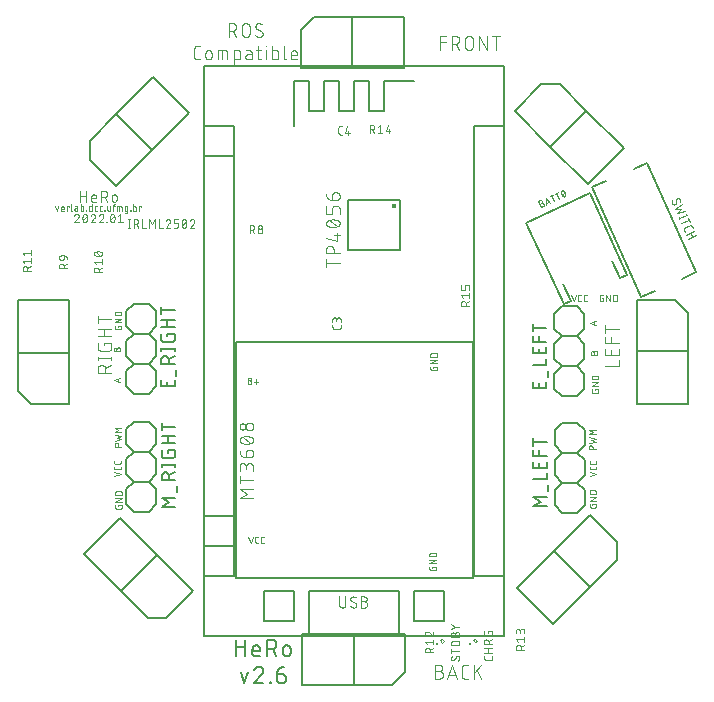
<source format=gbr>
G04 EAGLE Gerber RS-274X export*
G75*
%MOMM*%
%FSLAX34Y34*%
%LPD*%
%INSilkscreen Top*%
%IPPOS*%
%AMOC8*
5,1,8,0,0,1.08239X$1,22.5*%
G01*
%ADD10C,0.101600*%
%ADD11C,0.050800*%
%ADD12C,0.076200*%
%ADD13C,0.127000*%
%ADD14C,0.152400*%
%ADD15C,0.203200*%
%ADD16C,0.447213*%
%ADD17C,0.063400*%
%ADD18C,0.250000*%


D10*
X334408Y282249D02*
X346092Y282249D01*
X346092Y287441D01*
X346092Y292155D02*
X346092Y297347D01*
X346092Y292155D02*
X334408Y292155D01*
X334408Y297347D01*
X339601Y296049D02*
X339601Y292155D01*
X334408Y302061D02*
X346092Y302061D01*
X334408Y302061D02*
X334408Y307253D01*
X339601Y307253D02*
X339601Y302061D01*
X334408Y314046D02*
X346092Y314046D01*
X334408Y310801D02*
X334408Y317292D01*
D11*
X33206Y270358D02*
X31654Y270358D01*
X33206Y270358D02*
X33283Y270356D01*
X33361Y270350D01*
X33437Y270341D01*
X33514Y270327D01*
X33589Y270310D01*
X33663Y270289D01*
X33737Y270264D01*
X33809Y270236D01*
X33879Y270204D01*
X33948Y270169D01*
X34015Y270130D01*
X34080Y270088D01*
X34143Y270043D01*
X34204Y269995D01*
X34262Y269944D01*
X34317Y269890D01*
X34370Y269833D01*
X34419Y269774D01*
X34466Y269712D01*
X34510Y269648D01*
X34550Y269582D01*
X34587Y269514D01*
X34621Y269444D01*
X34651Y269373D01*
X34677Y269300D01*
X34700Y269226D01*
X34719Y269151D01*
X34734Y269076D01*
X34746Y268999D01*
X34754Y268922D01*
X34758Y268845D01*
X34758Y268767D01*
X34754Y268690D01*
X34746Y268613D01*
X34734Y268536D01*
X34719Y268461D01*
X34700Y268386D01*
X34677Y268312D01*
X34651Y268239D01*
X34621Y268168D01*
X34587Y268098D01*
X34550Y268030D01*
X34510Y267964D01*
X34466Y267900D01*
X34419Y267838D01*
X34370Y267779D01*
X34317Y267722D01*
X34262Y267668D01*
X34204Y267617D01*
X34143Y267569D01*
X34080Y267524D01*
X34015Y267482D01*
X33948Y267443D01*
X33879Y267408D01*
X33809Y267376D01*
X33737Y267348D01*
X33663Y267323D01*
X33589Y267302D01*
X33514Y267285D01*
X33437Y267271D01*
X33361Y267262D01*
X33283Y267256D01*
X33206Y267254D01*
X31654Y267254D01*
X31654Y272842D01*
X33206Y272842D01*
X33276Y272840D01*
X33345Y272834D01*
X33414Y272824D01*
X33482Y272811D01*
X33550Y272793D01*
X33616Y272772D01*
X33681Y272747D01*
X33745Y272719D01*
X33807Y272687D01*
X33867Y272652D01*
X33925Y272613D01*
X33980Y272571D01*
X34034Y272526D01*
X34084Y272478D01*
X34132Y272428D01*
X34177Y272374D01*
X34219Y272319D01*
X34258Y272261D01*
X34293Y272201D01*
X34325Y272139D01*
X34353Y272075D01*
X34378Y272010D01*
X34399Y271944D01*
X34417Y271876D01*
X34430Y271808D01*
X34440Y271739D01*
X34446Y271670D01*
X34448Y271600D01*
X34446Y271530D01*
X34440Y271461D01*
X34430Y271392D01*
X34417Y271324D01*
X34399Y271256D01*
X34378Y271190D01*
X34353Y271125D01*
X34325Y271061D01*
X34293Y270999D01*
X34258Y270939D01*
X34219Y270881D01*
X34177Y270826D01*
X34132Y270772D01*
X34084Y270722D01*
X34034Y270674D01*
X33980Y270629D01*
X33925Y270587D01*
X33867Y270548D01*
X33807Y270513D01*
X33745Y270481D01*
X33681Y270453D01*
X33616Y270428D01*
X33550Y270407D01*
X33482Y270389D01*
X33414Y270376D01*
X33345Y270366D01*
X33276Y270360D01*
X33206Y270358D01*
X36930Y269427D02*
X40655Y269427D01*
X38792Y267564D02*
X38792Y271290D01*
X188942Y281127D02*
X188942Y282058D01*
X192046Y282058D01*
X192046Y280196D01*
X192044Y280126D01*
X192038Y280057D01*
X192028Y279988D01*
X192015Y279920D01*
X191997Y279852D01*
X191976Y279786D01*
X191951Y279721D01*
X191923Y279657D01*
X191891Y279595D01*
X191856Y279535D01*
X191817Y279477D01*
X191775Y279422D01*
X191730Y279368D01*
X191682Y279318D01*
X191632Y279270D01*
X191578Y279225D01*
X191523Y279183D01*
X191465Y279144D01*
X191405Y279109D01*
X191343Y279077D01*
X191279Y279049D01*
X191214Y279024D01*
X191148Y279003D01*
X191080Y278985D01*
X191012Y278972D01*
X190943Y278962D01*
X190874Y278956D01*
X190804Y278954D01*
X187700Y278954D01*
X187630Y278956D01*
X187561Y278962D01*
X187492Y278972D01*
X187424Y278985D01*
X187356Y279003D01*
X187290Y279024D01*
X187225Y279049D01*
X187161Y279077D01*
X187099Y279109D01*
X187039Y279144D01*
X186981Y279183D01*
X186926Y279225D01*
X186872Y279270D01*
X186822Y279318D01*
X186774Y279368D01*
X186729Y279422D01*
X186687Y279477D01*
X186648Y279535D01*
X186613Y279595D01*
X186581Y279657D01*
X186553Y279721D01*
X186528Y279786D01*
X186507Y279852D01*
X186489Y279920D01*
X186476Y279988D01*
X186466Y280057D01*
X186460Y280126D01*
X186458Y280196D01*
X186458Y282058D01*
X186458Y284806D02*
X192046Y284806D01*
X192046Y287911D02*
X186458Y284806D01*
X186458Y287911D02*
X192046Y287911D01*
X192046Y290658D02*
X186458Y290658D01*
X186458Y292210D01*
X186460Y292286D01*
X186465Y292362D01*
X186475Y292438D01*
X186488Y292513D01*
X186505Y292587D01*
X186525Y292661D01*
X186549Y292733D01*
X186576Y292804D01*
X186607Y292874D01*
X186641Y292942D01*
X186679Y293008D01*
X186720Y293072D01*
X186763Y293135D01*
X186810Y293195D01*
X186860Y293252D01*
X186913Y293307D01*
X186968Y293360D01*
X187025Y293410D01*
X187085Y293457D01*
X187148Y293500D01*
X187212Y293541D01*
X187278Y293579D01*
X187346Y293613D01*
X187416Y293644D01*
X187487Y293671D01*
X187560Y293695D01*
X187633Y293715D01*
X187707Y293732D01*
X187782Y293745D01*
X187858Y293755D01*
X187934Y293760D01*
X188010Y293762D01*
X188010Y293763D02*
X190494Y293763D01*
X190494Y293762D02*
X190570Y293760D01*
X190646Y293755D01*
X190722Y293745D01*
X190797Y293732D01*
X190871Y293715D01*
X190945Y293695D01*
X191017Y293671D01*
X191088Y293644D01*
X191158Y293613D01*
X191226Y293579D01*
X191292Y293541D01*
X191356Y293500D01*
X191419Y293457D01*
X191479Y293410D01*
X191536Y293360D01*
X191591Y293307D01*
X191644Y293252D01*
X191694Y293195D01*
X191741Y293135D01*
X191784Y293072D01*
X191825Y293008D01*
X191863Y292942D01*
X191897Y292874D01*
X191928Y292804D01*
X191955Y292733D01*
X191979Y292661D01*
X191999Y292587D01*
X192016Y292513D01*
X192029Y292438D01*
X192039Y292362D01*
X192044Y292286D01*
X192046Y292210D01*
X192046Y290658D01*
X188142Y112858D02*
X188142Y111927D01*
X188142Y112858D02*
X191246Y112858D01*
X191246Y110996D01*
X191244Y110926D01*
X191238Y110857D01*
X191228Y110788D01*
X191215Y110720D01*
X191197Y110652D01*
X191176Y110586D01*
X191151Y110521D01*
X191123Y110457D01*
X191091Y110395D01*
X191056Y110335D01*
X191017Y110277D01*
X190975Y110222D01*
X190930Y110168D01*
X190882Y110118D01*
X190832Y110070D01*
X190778Y110025D01*
X190723Y109983D01*
X190665Y109944D01*
X190605Y109909D01*
X190543Y109877D01*
X190479Y109849D01*
X190414Y109824D01*
X190348Y109803D01*
X190280Y109785D01*
X190212Y109772D01*
X190143Y109762D01*
X190074Y109756D01*
X190004Y109754D01*
X186900Y109754D01*
X186830Y109756D01*
X186761Y109762D01*
X186692Y109772D01*
X186624Y109785D01*
X186556Y109803D01*
X186490Y109824D01*
X186425Y109849D01*
X186361Y109877D01*
X186299Y109909D01*
X186239Y109944D01*
X186181Y109983D01*
X186126Y110025D01*
X186072Y110070D01*
X186022Y110118D01*
X185974Y110168D01*
X185929Y110222D01*
X185887Y110277D01*
X185848Y110335D01*
X185813Y110395D01*
X185781Y110457D01*
X185753Y110521D01*
X185728Y110586D01*
X185707Y110652D01*
X185689Y110720D01*
X185676Y110788D01*
X185666Y110857D01*
X185660Y110926D01*
X185658Y110996D01*
X185658Y112858D01*
X185658Y115606D02*
X191246Y115606D01*
X191246Y118711D02*
X185658Y115606D01*
X185658Y118711D02*
X191246Y118711D01*
X191246Y121458D02*
X185658Y121458D01*
X185658Y123010D01*
X185660Y123086D01*
X185665Y123162D01*
X185675Y123238D01*
X185688Y123313D01*
X185705Y123387D01*
X185725Y123461D01*
X185749Y123533D01*
X185776Y123604D01*
X185807Y123674D01*
X185841Y123742D01*
X185879Y123808D01*
X185920Y123872D01*
X185963Y123935D01*
X186010Y123995D01*
X186060Y124052D01*
X186113Y124107D01*
X186168Y124160D01*
X186225Y124210D01*
X186285Y124257D01*
X186348Y124300D01*
X186412Y124341D01*
X186478Y124379D01*
X186546Y124413D01*
X186616Y124444D01*
X186687Y124471D01*
X186760Y124495D01*
X186833Y124515D01*
X186907Y124532D01*
X186982Y124545D01*
X187058Y124555D01*
X187134Y124560D01*
X187210Y124562D01*
X187210Y124563D02*
X189694Y124563D01*
X189694Y124562D02*
X189770Y124560D01*
X189846Y124555D01*
X189922Y124545D01*
X189997Y124532D01*
X190071Y124515D01*
X190145Y124495D01*
X190217Y124471D01*
X190288Y124444D01*
X190358Y124413D01*
X190426Y124379D01*
X190492Y124341D01*
X190556Y124300D01*
X190619Y124257D01*
X190679Y124210D01*
X190736Y124160D01*
X190791Y124107D01*
X190844Y124052D01*
X190894Y123995D01*
X190941Y123935D01*
X190984Y123872D01*
X191025Y123808D01*
X191063Y123742D01*
X191097Y123674D01*
X191128Y123604D01*
X191155Y123533D01*
X191179Y123461D01*
X191199Y123387D01*
X191216Y123313D01*
X191229Y123238D01*
X191239Y123162D01*
X191244Y123086D01*
X191246Y123010D01*
X191246Y121458D01*
X34273Y132658D02*
X32410Y138246D01*
X36135Y138246D02*
X34273Y132658D01*
X39432Y132658D02*
X40674Y132658D01*
X39432Y132658D02*
X39362Y132660D01*
X39293Y132666D01*
X39224Y132676D01*
X39156Y132689D01*
X39088Y132707D01*
X39022Y132728D01*
X38957Y132753D01*
X38893Y132781D01*
X38831Y132813D01*
X38771Y132848D01*
X38713Y132887D01*
X38658Y132929D01*
X38604Y132974D01*
X38554Y133022D01*
X38506Y133072D01*
X38461Y133126D01*
X38419Y133181D01*
X38380Y133239D01*
X38345Y133299D01*
X38313Y133361D01*
X38285Y133425D01*
X38260Y133490D01*
X38239Y133556D01*
X38221Y133624D01*
X38208Y133692D01*
X38198Y133761D01*
X38192Y133830D01*
X38190Y133900D01*
X38191Y133900D02*
X38191Y137004D01*
X38190Y137004D02*
X38192Y137074D01*
X38198Y137143D01*
X38208Y137212D01*
X38221Y137280D01*
X38239Y137348D01*
X38260Y137414D01*
X38285Y137479D01*
X38313Y137543D01*
X38345Y137605D01*
X38380Y137665D01*
X38419Y137723D01*
X38461Y137778D01*
X38506Y137832D01*
X38554Y137882D01*
X38604Y137930D01*
X38658Y137975D01*
X38713Y138017D01*
X38771Y138056D01*
X38831Y138091D01*
X38893Y138123D01*
X38957Y138151D01*
X39022Y138176D01*
X39088Y138197D01*
X39156Y138215D01*
X39224Y138228D01*
X39293Y138238D01*
X39362Y138244D01*
X39432Y138246D01*
X40674Y138246D01*
X44004Y132658D02*
X45246Y132658D01*
X44004Y132658D02*
X43934Y132660D01*
X43865Y132666D01*
X43796Y132676D01*
X43728Y132689D01*
X43660Y132707D01*
X43594Y132728D01*
X43529Y132753D01*
X43465Y132781D01*
X43403Y132813D01*
X43343Y132848D01*
X43285Y132887D01*
X43230Y132929D01*
X43176Y132974D01*
X43126Y133022D01*
X43078Y133072D01*
X43033Y133126D01*
X42991Y133181D01*
X42952Y133239D01*
X42917Y133299D01*
X42885Y133361D01*
X42857Y133425D01*
X42832Y133490D01*
X42811Y133556D01*
X42793Y133624D01*
X42780Y133692D01*
X42770Y133761D01*
X42764Y133830D01*
X42762Y133900D01*
X42762Y137004D01*
X42764Y137074D01*
X42770Y137143D01*
X42780Y137212D01*
X42793Y137280D01*
X42811Y137348D01*
X42832Y137414D01*
X42857Y137479D01*
X42885Y137543D01*
X42917Y137605D01*
X42952Y137665D01*
X42991Y137723D01*
X43033Y137778D01*
X43078Y137832D01*
X43126Y137882D01*
X43176Y137930D01*
X43230Y137975D01*
X43285Y138017D01*
X43343Y138056D01*
X43403Y138091D01*
X43465Y138123D01*
X43529Y138151D01*
X43594Y138176D01*
X43660Y138197D01*
X43728Y138215D01*
X43796Y138228D01*
X43865Y138238D01*
X43934Y138244D01*
X44004Y138246D01*
X45246Y138246D01*
D12*
X109281Y87479D02*
X109281Y80692D01*
X109283Y80591D01*
X109289Y80490D01*
X109299Y80389D01*
X109312Y80289D01*
X109330Y80189D01*
X109351Y80090D01*
X109377Y79992D01*
X109406Y79895D01*
X109438Y79799D01*
X109475Y79705D01*
X109515Y79612D01*
X109559Y79520D01*
X109606Y79431D01*
X109657Y79343D01*
X109711Y79257D01*
X109768Y79174D01*
X109828Y79092D01*
X109892Y79014D01*
X109958Y78937D01*
X110028Y78864D01*
X110100Y78793D01*
X110175Y78725D01*
X110253Y78660D01*
X110333Y78598D01*
X110415Y78539D01*
X110500Y78483D01*
X110587Y78431D01*
X110675Y78382D01*
X110766Y78336D01*
X110858Y78295D01*
X110952Y78256D01*
X111047Y78222D01*
X111143Y78191D01*
X111241Y78164D01*
X111339Y78140D01*
X111439Y78121D01*
X111539Y78105D01*
X111639Y78093D01*
X111740Y78085D01*
X111841Y78081D01*
X111943Y78081D01*
X112044Y78085D01*
X112145Y78093D01*
X112245Y78105D01*
X112345Y78121D01*
X112445Y78140D01*
X112543Y78164D01*
X112641Y78191D01*
X112737Y78222D01*
X112832Y78256D01*
X112926Y78295D01*
X113018Y78336D01*
X113109Y78382D01*
X113197Y78431D01*
X113284Y78483D01*
X113369Y78539D01*
X113451Y78598D01*
X113531Y78660D01*
X113609Y78725D01*
X113684Y78793D01*
X113756Y78864D01*
X113826Y78937D01*
X113892Y79014D01*
X113956Y79092D01*
X114016Y79174D01*
X114073Y79257D01*
X114127Y79343D01*
X114178Y79431D01*
X114225Y79520D01*
X114269Y79612D01*
X114309Y79705D01*
X114346Y79799D01*
X114378Y79895D01*
X114407Y79992D01*
X114433Y80090D01*
X114454Y80189D01*
X114472Y80289D01*
X114485Y80389D01*
X114495Y80490D01*
X114501Y80591D01*
X114503Y80692D01*
X114502Y80692D02*
X114502Y87479D01*
X123646Y80169D02*
X123644Y80080D01*
X123638Y79992D01*
X123629Y79904D01*
X123616Y79816D01*
X123599Y79729D01*
X123579Y79643D01*
X123554Y79558D01*
X123527Y79473D01*
X123495Y79390D01*
X123461Y79309D01*
X123422Y79229D01*
X123381Y79151D01*
X123336Y79074D01*
X123288Y79000D01*
X123237Y78927D01*
X123183Y78857D01*
X123125Y78790D01*
X123065Y78724D01*
X123003Y78662D01*
X122937Y78602D01*
X122870Y78544D01*
X122800Y78490D01*
X122727Y78439D01*
X122653Y78391D01*
X122576Y78346D01*
X122498Y78305D01*
X122418Y78266D01*
X122337Y78232D01*
X122254Y78200D01*
X122169Y78173D01*
X122084Y78148D01*
X121998Y78128D01*
X121911Y78111D01*
X121823Y78098D01*
X121735Y78089D01*
X121647Y78083D01*
X121558Y78081D01*
X121429Y78083D01*
X121300Y78089D01*
X121171Y78098D01*
X121043Y78111D01*
X120915Y78128D01*
X120788Y78149D01*
X120661Y78173D01*
X120535Y78201D01*
X120410Y78233D01*
X120286Y78268D01*
X120163Y78307D01*
X120041Y78350D01*
X119921Y78396D01*
X119802Y78446D01*
X119684Y78499D01*
X119568Y78555D01*
X119454Y78615D01*
X119341Y78678D01*
X119231Y78745D01*
X119122Y78814D01*
X119016Y78887D01*
X118911Y78963D01*
X118809Y79042D01*
X118710Y79124D01*
X118612Y79208D01*
X118517Y79296D01*
X118425Y79386D01*
X118686Y85391D02*
X118688Y85480D01*
X118694Y85568D01*
X118703Y85656D01*
X118716Y85744D01*
X118733Y85831D01*
X118753Y85917D01*
X118778Y86002D01*
X118805Y86087D01*
X118837Y86170D01*
X118871Y86251D01*
X118910Y86331D01*
X118951Y86409D01*
X118996Y86486D01*
X119044Y86560D01*
X119095Y86633D01*
X119149Y86703D01*
X119207Y86770D01*
X119267Y86836D01*
X119329Y86898D01*
X119395Y86958D01*
X119462Y87016D01*
X119532Y87070D01*
X119605Y87121D01*
X119679Y87169D01*
X119756Y87214D01*
X119834Y87255D01*
X119914Y87294D01*
X119995Y87328D01*
X120078Y87360D01*
X120163Y87387D01*
X120248Y87412D01*
X120334Y87432D01*
X120421Y87449D01*
X120509Y87462D01*
X120597Y87471D01*
X120685Y87477D01*
X120774Y87479D01*
X120894Y87477D01*
X121014Y87472D01*
X121134Y87462D01*
X121253Y87450D01*
X121372Y87433D01*
X121490Y87413D01*
X121608Y87389D01*
X121724Y87362D01*
X121840Y87331D01*
X121955Y87297D01*
X122069Y87259D01*
X122182Y87217D01*
X122293Y87172D01*
X122403Y87124D01*
X122511Y87073D01*
X122618Y87018D01*
X122723Y86960D01*
X122826Y86898D01*
X122927Y86834D01*
X123027Y86766D01*
X123124Y86696D01*
X119730Y83564D02*
X119652Y83612D01*
X119576Y83664D01*
X119503Y83718D01*
X119432Y83776D01*
X119363Y83837D01*
X119297Y83901D01*
X119234Y83968D01*
X119174Y84037D01*
X119117Y84109D01*
X119063Y84183D01*
X119013Y84260D01*
X118965Y84339D01*
X118922Y84419D01*
X118881Y84502D01*
X118845Y84586D01*
X118812Y84671D01*
X118783Y84758D01*
X118757Y84847D01*
X118735Y84936D01*
X118718Y85026D01*
X118704Y85116D01*
X118694Y85208D01*
X118688Y85299D01*
X118686Y85391D01*
X122602Y81996D02*
X122680Y81948D01*
X122756Y81896D01*
X122829Y81842D01*
X122900Y81784D01*
X122969Y81723D01*
X123035Y81659D01*
X123098Y81592D01*
X123158Y81523D01*
X123215Y81451D01*
X123269Y81377D01*
X123319Y81300D01*
X123367Y81221D01*
X123410Y81141D01*
X123451Y81058D01*
X123487Y80974D01*
X123520Y80889D01*
X123549Y80802D01*
X123575Y80713D01*
X123597Y80624D01*
X123614Y80534D01*
X123628Y80444D01*
X123638Y80352D01*
X123644Y80261D01*
X123646Y80169D01*
X122602Y81997D02*
X119730Y83563D01*
X127700Y83302D02*
X130311Y83302D01*
X130311Y83303D02*
X130412Y83301D01*
X130513Y83295D01*
X130614Y83285D01*
X130714Y83272D01*
X130814Y83254D01*
X130913Y83233D01*
X131011Y83207D01*
X131108Y83178D01*
X131204Y83146D01*
X131298Y83109D01*
X131391Y83069D01*
X131483Y83025D01*
X131572Y82978D01*
X131660Y82927D01*
X131746Y82873D01*
X131829Y82816D01*
X131911Y82756D01*
X131989Y82692D01*
X132066Y82626D01*
X132139Y82556D01*
X132210Y82484D01*
X132278Y82409D01*
X132343Y82331D01*
X132405Y82251D01*
X132464Y82169D01*
X132520Y82084D01*
X132572Y81997D01*
X132621Y81909D01*
X132667Y81818D01*
X132708Y81726D01*
X132747Y81632D01*
X132781Y81537D01*
X132812Y81441D01*
X132839Y81343D01*
X132863Y81245D01*
X132882Y81145D01*
X132898Y81045D01*
X132910Y80945D01*
X132918Y80844D01*
X132922Y80743D01*
X132922Y80641D01*
X132918Y80540D01*
X132910Y80439D01*
X132898Y80339D01*
X132882Y80239D01*
X132863Y80139D01*
X132839Y80041D01*
X132812Y79943D01*
X132781Y79847D01*
X132747Y79752D01*
X132708Y79658D01*
X132667Y79566D01*
X132621Y79475D01*
X132572Y79386D01*
X132520Y79300D01*
X132464Y79215D01*
X132405Y79133D01*
X132343Y79053D01*
X132278Y78975D01*
X132210Y78900D01*
X132139Y78828D01*
X132066Y78758D01*
X131989Y78692D01*
X131911Y78628D01*
X131829Y78568D01*
X131746Y78511D01*
X131660Y78457D01*
X131572Y78406D01*
X131483Y78359D01*
X131391Y78315D01*
X131298Y78275D01*
X131204Y78238D01*
X131108Y78206D01*
X131011Y78177D01*
X130913Y78151D01*
X130814Y78130D01*
X130714Y78112D01*
X130614Y78099D01*
X130513Y78089D01*
X130412Y78083D01*
X130311Y78081D01*
X127700Y78081D01*
X127700Y87479D01*
X130311Y87479D01*
X130401Y87477D01*
X130490Y87471D01*
X130580Y87462D01*
X130669Y87448D01*
X130757Y87431D01*
X130844Y87410D01*
X130931Y87385D01*
X131016Y87356D01*
X131100Y87324D01*
X131182Y87289D01*
X131263Y87249D01*
X131342Y87207D01*
X131419Y87161D01*
X131494Y87111D01*
X131567Y87059D01*
X131638Y87003D01*
X131706Y86945D01*
X131771Y86883D01*
X131834Y86819D01*
X131894Y86752D01*
X131951Y86683D01*
X132005Y86611D01*
X132056Y86537D01*
X132104Y86461D01*
X132148Y86383D01*
X132189Y86303D01*
X132227Y86221D01*
X132261Y86138D01*
X132291Y86053D01*
X132318Y85967D01*
X132341Y85881D01*
X132360Y85793D01*
X132375Y85704D01*
X132387Y85615D01*
X132395Y85526D01*
X132399Y85436D01*
X132399Y85346D01*
X132395Y85256D01*
X132387Y85167D01*
X132375Y85078D01*
X132360Y84989D01*
X132341Y84901D01*
X132318Y84815D01*
X132291Y84729D01*
X132261Y84644D01*
X132227Y84561D01*
X132189Y84479D01*
X132148Y84399D01*
X132104Y84321D01*
X132056Y84245D01*
X132005Y84171D01*
X131951Y84099D01*
X131894Y84030D01*
X131834Y83963D01*
X131771Y83899D01*
X131706Y83837D01*
X131638Y83779D01*
X131567Y83723D01*
X131494Y83671D01*
X131419Y83621D01*
X131342Y83575D01*
X131263Y83533D01*
X131182Y83493D01*
X131100Y83458D01*
X131016Y83426D01*
X130931Y83397D01*
X130844Y83372D01*
X130757Y83351D01*
X130669Y83334D01*
X130580Y83320D01*
X130490Y83311D01*
X130401Y83305D01*
X130311Y83303D01*
D13*
X21787Y50915D02*
X21787Y36945D01*
X21787Y44706D02*
X29548Y44706D01*
X29548Y50915D02*
X29548Y36945D01*
X38124Y36945D02*
X42005Y36945D01*
X38124Y36945D02*
X38030Y36947D01*
X37937Y36953D01*
X37843Y36962D01*
X37751Y36975D01*
X37658Y36992D01*
X37567Y37013D01*
X37476Y37037D01*
X37387Y37065D01*
X37298Y37096D01*
X37212Y37131D01*
X37126Y37170D01*
X37042Y37212D01*
X36960Y37257D01*
X36880Y37305D01*
X36802Y37357D01*
X36725Y37412D01*
X36652Y37470D01*
X36580Y37530D01*
X36511Y37594D01*
X36445Y37660D01*
X36381Y37729D01*
X36321Y37801D01*
X36263Y37874D01*
X36208Y37951D01*
X36156Y38029D01*
X36108Y38109D01*
X36063Y38191D01*
X36021Y38275D01*
X35982Y38361D01*
X35947Y38447D01*
X35916Y38536D01*
X35888Y38625D01*
X35864Y38716D01*
X35843Y38807D01*
X35826Y38900D01*
X35813Y38992D01*
X35804Y39086D01*
X35798Y39179D01*
X35796Y39273D01*
X35796Y43154D01*
X35798Y43265D01*
X35804Y43375D01*
X35814Y43486D01*
X35828Y43596D01*
X35845Y43705D01*
X35867Y43814D01*
X35892Y43922D01*
X35922Y44028D01*
X35955Y44134D01*
X35992Y44239D01*
X36032Y44342D01*
X36077Y44443D01*
X36124Y44543D01*
X36176Y44642D01*
X36231Y44738D01*
X36289Y44832D01*
X36350Y44924D01*
X36415Y45014D01*
X36483Y45102D01*
X36554Y45187D01*
X36628Y45269D01*
X36705Y45349D01*
X36785Y45426D01*
X36867Y45500D01*
X36952Y45571D01*
X37040Y45639D01*
X37130Y45704D01*
X37222Y45765D01*
X37316Y45823D01*
X37412Y45878D01*
X37511Y45930D01*
X37611Y45977D01*
X37712Y46022D01*
X37815Y46062D01*
X37920Y46099D01*
X38026Y46132D01*
X38132Y46162D01*
X38240Y46187D01*
X38349Y46209D01*
X38458Y46226D01*
X38568Y46240D01*
X38679Y46250D01*
X38789Y46256D01*
X38900Y46258D01*
X39011Y46256D01*
X39121Y46250D01*
X39232Y46240D01*
X39342Y46226D01*
X39451Y46209D01*
X39560Y46187D01*
X39668Y46162D01*
X39774Y46132D01*
X39880Y46099D01*
X39985Y46062D01*
X40088Y46022D01*
X40189Y45977D01*
X40289Y45930D01*
X40388Y45878D01*
X40484Y45823D01*
X40578Y45765D01*
X40670Y45704D01*
X40760Y45639D01*
X40848Y45571D01*
X40933Y45500D01*
X41015Y45426D01*
X41095Y45349D01*
X41172Y45269D01*
X41246Y45187D01*
X41317Y45102D01*
X41385Y45014D01*
X41450Y44924D01*
X41511Y44832D01*
X41569Y44738D01*
X41624Y44642D01*
X41676Y44543D01*
X41723Y44443D01*
X41768Y44342D01*
X41808Y44239D01*
X41845Y44134D01*
X41878Y44028D01*
X41908Y43922D01*
X41933Y43814D01*
X41955Y43705D01*
X41972Y43596D01*
X41986Y43486D01*
X41996Y43375D01*
X42002Y43265D01*
X42004Y43154D01*
X42005Y43154D02*
X42005Y41602D01*
X35796Y41602D01*
X48341Y36945D02*
X48341Y50915D01*
X52221Y50915D01*
X52344Y50913D01*
X52467Y50907D01*
X52590Y50897D01*
X52712Y50884D01*
X52834Y50866D01*
X52955Y50845D01*
X53076Y50820D01*
X53196Y50791D01*
X53314Y50758D01*
X53432Y50721D01*
X53548Y50681D01*
X53663Y50637D01*
X53777Y50589D01*
X53889Y50538D01*
X53999Y50484D01*
X54108Y50425D01*
X54215Y50364D01*
X54319Y50299D01*
X54422Y50231D01*
X54522Y50159D01*
X54620Y50085D01*
X54716Y50007D01*
X54809Y49926D01*
X54899Y49843D01*
X54987Y49756D01*
X55072Y49667D01*
X55154Y49576D01*
X55233Y49481D01*
X55309Y49384D01*
X55382Y49285D01*
X55452Y49184D01*
X55519Y49080D01*
X55582Y48974D01*
X55642Y48867D01*
X55698Y48757D01*
X55751Y48646D01*
X55801Y48533D01*
X55846Y48419D01*
X55889Y48303D01*
X55927Y48186D01*
X55962Y48068D01*
X55993Y47949D01*
X56020Y47829D01*
X56043Y47708D01*
X56062Y47586D01*
X56078Y47464D01*
X56090Y47342D01*
X56098Y47219D01*
X56102Y47096D01*
X56102Y46972D01*
X56098Y46849D01*
X56090Y46726D01*
X56078Y46604D01*
X56062Y46482D01*
X56043Y46360D01*
X56020Y46239D01*
X55993Y46119D01*
X55962Y46000D01*
X55927Y45882D01*
X55889Y45765D01*
X55846Y45649D01*
X55801Y45535D01*
X55751Y45422D01*
X55698Y45311D01*
X55642Y45201D01*
X55582Y45093D01*
X55519Y44988D01*
X55452Y44884D01*
X55382Y44783D01*
X55309Y44684D01*
X55233Y44587D01*
X55154Y44492D01*
X55072Y44401D01*
X54987Y44312D01*
X54899Y44225D01*
X54809Y44142D01*
X54716Y44061D01*
X54620Y43983D01*
X54522Y43909D01*
X54422Y43837D01*
X54319Y43769D01*
X54215Y43704D01*
X54108Y43643D01*
X53999Y43584D01*
X53889Y43530D01*
X53777Y43479D01*
X53663Y43431D01*
X53548Y43387D01*
X53432Y43347D01*
X53314Y43310D01*
X53196Y43277D01*
X53076Y43248D01*
X52955Y43223D01*
X52834Y43202D01*
X52712Y43184D01*
X52590Y43171D01*
X52467Y43161D01*
X52344Y43155D01*
X52221Y43153D01*
X52221Y43154D02*
X48341Y43154D01*
X52998Y43154D02*
X56102Y36945D01*
X61804Y40049D02*
X61804Y43154D01*
X61806Y43265D01*
X61812Y43375D01*
X61822Y43486D01*
X61836Y43596D01*
X61853Y43705D01*
X61875Y43814D01*
X61900Y43922D01*
X61930Y44028D01*
X61963Y44134D01*
X62000Y44239D01*
X62040Y44342D01*
X62085Y44443D01*
X62132Y44543D01*
X62184Y44642D01*
X62239Y44738D01*
X62297Y44832D01*
X62358Y44924D01*
X62423Y45014D01*
X62491Y45102D01*
X62562Y45187D01*
X62636Y45269D01*
X62713Y45349D01*
X62793Y45426D01*
X62875Y45500D01*
X62960Y45571D01*
X63048Y45639D01*
X63138Y45704D01*
X63230Y45765D01*
X63324Y45823D01*
X63420Y45878D01*
X63519Y45930D01*
X63619Y45977D01*
X63720Y46022D01*
X63823Y46062D01*
X63928Y46099D01*
X64034Y46132D01*
X64140Y46162D01*
X64248Y46187D01*
X64357Y46209D01*
X64466Y46226D01*
X64576Y46240D01*
X64687Y46250D01*
X64797Y46256D01*
X64908Y46258D01*
X65019Y46256D01*
X65129Y46250D01*
X65240Y46240D01*
X65350Y46226D01*
X65459Y46209D01*
X65568Y46187D01*
X65676Y46162D01*
X65782Y46132D01*
X65888Y46099D01*
X65993Y46062D01*
X66096Y46022D01*
X66197Y45977D01*
X66297Y45930D01*
X66396Y45878D01*
X66492Y45823D01*
X66586Y45765D01*
X66678Y45704D01*
X66768Y45639D01*
X66856Y45571D01*
X66941Y45500D01*
X67023Y45426D01*
X67103Y45349D01*
X67180Y45269D01*
X67254Y45187D01*
X67325Y45102D01*
X67393Y45014D01*
X67458Y44924D01*
X67519Y44832D01*
X67577Y44738D01*
X67632Y44642D01*
X67684Y44543D01*
X67731Y44443D01*
X67776Y44342D01*
X67816Y44239D01*
X67853Y44134D01*
X67886Y44028D01*
X67916Y43922D01*
X67941Y43814D01*
X67963Y43705D01*
X67980Y43596D01*
X67994Y43486D01*
X68004Y43375D01*
X68010Y43265D01*
X68012Y43154D01*
X68013Y43154D02*
X68013Y40049D01*
X68012Y40049D02*
X68010Y39938D01*
X68004Y39828D01*
X67994Y39717D01*
X67980Y39607D01*
X67963Y39498D01*
X67941Y39389D01*
X67916Y39281D01*
X67886Y39175D01*
X67853Y39069D01*
X67816Y38964D01*
X67776Y38861D01*
X67731Y38760D01*
X67684Y38660D01*
X67632Y38561D01*
X67577Y38465D01*
X67519Y38371D01*
X67458Y38279D01*
X67393Y38189D01*
X67325Y38101D01*
X67254Y38016D01*
X67180Y37934D01*
X67103Y37854D01*
X67023Y37777D01*
X66941Y37703D01*
X66856Y37632D01*
X66768Y37564D01*
X66678Y37499D01*
X66586Y37438D01*
X66492Y37380D01*
X66396Y37325D01*
X66297Y37273D01*
X66197Y37226D01*
X66096Y37181D01*
X65993Y37141D01*
X65888Y37104D01*
X65782Y37071D01*
X65676Y37041D01*
X65568Y37016D01*
X65459Y36994D01*
X65350Y36977D01*
X65240Y36963D01*
X65129Y36953D01*
X65019Y36947D01*
X64908Y36945D01*
X64797Y36947D01*
X64687Y36953D01*
X64576Y36963D01*
X64466Y36977D01*
X64357Y36994D01*
X64248Y37016D01*
X64140Y37041D01*
X64034Y37071D01*
X63928Y37104D01*
X63823Y37141D01*
X63720Y37181D01*
X63619Y37226D01*
X63519Y37273D01*
X63420Y37325D01*
X63324Y37380D01*
X63230Y37438D01*
X63138Y37499D01*
X63048Y37564D01*
X62960Y37632D01*
X62875Y37703D01*
X62793Y37777D01*
X62713Y37854D01*
X62636Y37934D01*
X62562Y38016D01*
X62491Y38101D01*
X62423Y38189D01*
X62358Y38279D01*
X62297Y38371D01*
X62239Y38465D01*
X62184Y38561D01*
X62132Y38660D01*
X62085Y38760D01*
X62040Y38861D01*
X62000Y38964D01*
X61963Y39069D01*
X61930Y39175D01*
X61900Y39281D01*
X61875Y39389D01*
X61853Y39498D01*
X61836Y39607D01*
X61822Y39717D01*
X61812Y39828D01*
X61806Y39938D01*
X61804Y40049D01*
X25666Y23398D02*
X28770Y14085D01*
X31875Y23398D01*
X41478Y28056D02*
X41595Y28054D01*
X41711Y28048D01*
X41828Y28038D01*
X41944Y28025D01*
X42059Y28007D01*
X42174Y27986D01*
X42288Y27961D01*
X42401Y27932D01*
X42513Y27899D01*
X42624Y27863D01*
X42733Y27823D01*
X42842Y27779D01*
X42948Y27731D01*
X43053Y27681D01*
X43157Y27626D01*
X43258Y27568D01*
X43358Y27507D01*
X43455Y27443D01*
X43550Y27375D01*
X43643Y27304D01*
X43733Y27230D01*
X43821Y27154D01*
X43906Y27074D01*
X43989Y26991D01*
X44069Y26906D01*
X44145Y26818D01*
X44219Y26728D01*
X44290Y26635D01*
X44358Y26540D01*
X44422Y26443D01*
X44483Y26343D01*
X44541Y26242D01*
X44596Y26138D01*
X44646Y26033D01*
X44694Y25927D01*
X44738Y25818D01*
X44778Y25709D01*
X44814Y25598D01*
X44847Y25486D01*
X44876Y25373D01*
X44901Y25259D01*
X44922Y25144D01*
X44940Y25029D01*
X44953Y24913D01*
X44963Y24796D01*
X44969Y24680D01*
X44971Y24563D01*
X41478Y28055D02*
X41347Y28053D01*
X41216Y28047D01*
X41085Y28038D01*
X40954Y28024D01*
X40824Y28007D01*
X40695Y27986D01*
X40566Y27961D01*
X40438Y27933D01*
X40311Y27900D01*
X40184Y27864D01*
X40059Y27825D01*
X39935Y27781D01*
X39813Y27735D01*
X39692Y27684D01*
X39572Y27630D01*
X39454Y27573D01*
X39338Y27512D01*
X39223Y27447D01*
X39111Y27380D01*
X39001Y27309D01*
X38892Y27235D01*
X38786Y27158D01*
X38682Y27078D01*
X38581Y26994D01*
X38482Y26908D01*
X38385Y26819D01*
X38292Y26727D01*
X38201Y26633D01*
X38113Y26536D01*
X38027Y26436D01*
X37945Y26334D01*
X37865Y26229D01*
X37789Y26122D01*
X37716Y26014D01*
X37646Y25902D01*
X37579Y25789D01*
X37516Y25674D01*
X37456Y25558D01*
X37400Y25439D01*
X37347Y25319D01*
X37297Y25198D01*
X37252Y25075D01*
X37209Y24950D01*
X43806Y21847D02*
X43893Y21932D01*
X43976Y22020D01*
X44057Y22111D01*
X44135Y22204D01*
X44210Y22299D01*
X44282Y22398D01*
X44350Y22498D01*
X44416Y22600D01*
X44477Y22705D01*
X44536Y22811D01*
X44591Y22920D01*
X44642Y23030D01*
X44690Y23141D01*
X44734Y23255D01*
X44775Y23369D01*
X44812Y23485D01*
X44845Y23602D01*
X44874Y23720D01*
X44899Y23839D01*
X44921Y23958D01*
X44939Y24078D01*
X44952Y24199D01*
X44962Y24320D01*
X44968Y24442D01*
X44970Y24563D01*
X43806Y21846D02*
X37209Y14085D01*
X44970Y14085D01*
X50284Y14085D02*
X50284Y14861D01*
X51060Y14861D01*
X51060Y14085D01*
X50284Y14085D01*
X56373Y21846D02*
X61030Y21846D01*
X61141Y21844D01*
X61251Y21838D01*
X61362Y21828D01*
X61472Y21814D01*
X61581Y21797D01*
X61690Y21775D01*
X61798Y21750D01*
X61904Y21720D01*
X62010Y21687D01*
X62115Y21650D01*
X62218Y21610D01*
X62319Y21565D01*
X62419Y21518D01*
X62518Y21466D01*
X62614Y21411D01*
X62708Y21353D01*
X62800Y21292D01*
X62890Y21227D01*
X62978Y21159D01*
X63063Y21088D01*
X63145Y21014D01*
X63225Y20937D01*
X63302Y20857D01*
X63376Y20775D01*
X63447Y20690D01*
X63515Y20602D01*
X63580Y20512D01*
X63641Y20420D01*
X63699Y20326D01*
X63754Y20230D01*
X63806Y20131D01*
X63853Y20031D01*
X63898Y19930D01*
X63938Y19827D01*
X63975Y19722D01*
X64008Y19616D01*
X64038Y19510D01*
X64063Y19402D01*
X64085Y19293D01*
X64102Y19184D01*
X64116Y19074D01*
X64126Y18963D01*
X64132Y18853D01*
X64134Y18742D01*
X64134Y17966D01*
X64135Y17966D02*
X64133Y17843D01*
X64127Y17720D01*
X64117Y17597D01*
X64104Y17475D01*
X64086Y17353D01*
X64065Y17232D01*
X64040Y17111D01*
X64011Y16991D01*
X63978Y16873D01*
X63941Y16755D01*
X63901Y16639D01*
X63857Y16524D01*
X63809Y16410D01*
X63758Y16298D01*
X63704Y16188D01*
X63645Y16079D01*
X63584Y15972D01*
X63519Y15868D01*
X63451Y15765D01*
X63379Y15665D01*
X63305Y15567D01*
X63227Y15471D01*
X63146Y15378D01*
X63063Y15288D01*
X62976Y15200D01*
X62887Y15115D01*
X62796Y15033D01*
X62701Y14954D01*
X62604Y14878D01*
X62505Y14805D01*
X62404Y14735D01*
X62300Y14668D01*
X62194Y14605D01*
X62087Y14545D01*
X61977Y14489D01*
X61866Y14436D01*
X61753Y14386D01*
X61639Y14341D01*
X61523Y14298D01*
X61406Y14260D01*
X61288Y14225D01*
X61169Y14194D01*
X61049Y14167D01*
X60928Y14144D01*
X60806Y14125D01*
X60684Y14109D01*
X60562Y14097D01*
X60439Y14089D01*
X60316Y14085D01*
X60192Y14085D01*
X60069Y14089D01*
X59946Y14097D01*
X59824Y14109D01*
X59702Y14125D01*
X59580Y14144D01*
X59459Y14167D01*
X59339Y14194D01*
X59220Y14225D01*
X59102Y14260D01*
X58985Y14298D01*
X58869Y14341D01*
X58755Y14386D01*
X58642Y14436D01*
X58531Y14489D01*
X58421Y14545D01*
X58313Y14605D01*
X58208Y14668D01*
X58104Y14735D01*
X58003Y14805D01*
X57904Y14878D01*
X57807Y14954D01*
X57712Y15033D01*
X57621Y15115D01*
X57532Y15200D01*
X57445Y15288D01*
X57362Y15378D01*
X57281Y15471D01*
X57203Y15567D01*
X57129Y15665D01*
X57057Y15765D01*
X56989Y15868D01*
X56924Y15972D01*
X56863Y16079D01*
X56804Y16188D01*
X56750Y16298D01*
X56699Y16410D01*
X56651Y16524D01*
X56607Y16639D01*
X56567Y16755D01*
X56530Y16873D01*
X56497Y16991D01*
X56468Y17111D01*
X56443Y17232D01*
X56422Y17353D01*
X56404Y17475D01*
X56391Y17597D01*
X56381Y17720D01*
X56375Y17843D01*
X56373Y17966D01*
X56373Y21846D01*
X56375Y22003D01*
X56381Y22160D01*
X56391Y22317D01*
X56405Y22474D01*
X56423Y22630D01*
X56445Y22786D01*
X56470Y22941D01*
X56500Y23096D01*
X56534Y23250D01*
X56571Y23402D01*
X56613Y23554D01*
X56658Y23705D01*
X56707Y23854D01*
X56759Y24002D01*
X56816Y24149D01*
X56876Y24295D01*
X56940Y24438D01*
X57008Y24580D01*
X57079Y24721D01*
X57153Y24859D01*
X57231Y24996D01*
X57313Y25130D01*
X57398Y25263D01*
X57486Y25393D01*
X57577Y25521D01*
X57672Y25647D01*
X57770Y25770D01*
X57871Y25890D01*
X57975Y26008D01*
X58082Y26124D01*
X58192Y26236D01*
X58304Y26346D01*
X58420Y26453D01*
X58538Y26557D01*
X58658Y26658D01*
X58781Y26756D01*
X58907Y26851D01*
X59035Y26942D01*
X59165Y27030D01*
X59298Y27115D01*
X59432Y27197D01*
X59569Y27275D01*
X59707Y27349D01*
X59848Y27420D01*
X59990Y27488D01*
X60133Y27552D01*
X60279Y27612D01*
X60426Y27668D01*
X60574Y27721D01*
X60723Y27770D01*
X60874Y27815D01*
X61026Y27857D01*
X61178Y27894D01*
X61332Y27928D01*
X61487Y27958D01*
X61642Y27983D01*
X61798Y28005D01*
X61954Y28023D01*
X62111Y28037D01*
X62267Y28047D01*
X62425Y28053D01*
X62582Y28055D01*
D10*
X190616Y24499D02*
X193861Y24499D01*
X193861Y24500D02*
X193974Y24498D01*
X194087Y24492D01*
X194200Y24482D01*
X194313Y24468D01*
X194425Y24451D01*
X194536Y24429D01*
X194646Y24404D01*
X194756Y24374D01*
X194864Y24341D01*
X194971Y24304D01*
X195077Y24264D01*
X195181Y24219D01*
X195284Y24171D01*
X195385Y24120D01*
X195484Y24065D01*
X195581Y24007D01*
X195676Y23945D01*
X195769Y23880D01*
X195859Y23812D01*
X195947Y23741D01*
X196033Y23666D01*
X196116Y23589D01*
X196196Y23509D01*
X196273Y23426D01*
X196348Y23340D01*
X196419Y23252D01*
X196487Y23162D01*
X196552Y23069D01*
X196614Y22974D01*
X196672Y22877D01*
X196727Y22778D01*
X196778Y22677D01*
X196826Y22574D01*
X196871Y22470D01*
X196911Y22364D01*
X196948Y22257D01*
X196981Y22149D01*
X197011Y22039D01*
X197036Y21929D01*
X197058Y21818D01*
X197075Y21706D01*
X197089Y21593D01*
X197099Y21480D01*
X197105Y21367D01*
X197107Y21254D01*
X197105Y21141D01*
X197099Y21028D01*
X197089Y20915D01*
X197075Y20802D01*
X197058Y20690D01*
X197036Y20579D01*
X197011Y20469D01*
X196981Y20359D01*
X196948Y20251D01*
X196911Y20144D01*
X196871Y20038D01*
X196826Y19934D01*
X196778Y19831D01*
X196727Y19730D01*
X196672Y19631D01*
X196614Y19534D01*
X196552Y19439D01*
X196487Y19346D01*
X196419Y19256D01*
X196348Y19168D01*
X196273Y19082D01*
X196196Y18999D01*
X196116Y18919D01*
X196033Y18842D01*
X195947Y18767D01*
X195859Y18696D01*
X195769Y18628D01*
X195676Y18563D01*
X195581Y18501D01*
X195484Y18443D01*
X195385Y18388D01*
X195284Y18337D01*
X195181Y18289D01*
X195077Y18244D01*
X194971Y18204D01*
X194864Y18167D01*
X194756Y18134D01*
X194646Y18104D01*
X194536Y18079D01*
X194425Y18057D01*
X194313Y18040D01*
X194200Y18026D01*
X194087Y18016D01*
X193974Y18010D01*
X193861Y18008D01*
X190616Y18008D01*
X190616Y29692D01*
X193861Y29692D01*
X193962Y29690D01*
X194062Y29684D01*
X194162Y29674D01*
X194262Y29661D01*
X194361Y29643D01*
X194460Y29622D01*
X194557Y29597D01*
X194654Y29568D01*
X194749Y29535D01*
X194843Y29499D01*
X194935Y29459D01*
X195026Y29416D01*
X195115Y29369D01*
X195202Y29319D01*
X195288Y29265D01*
X195371Y29208D01*
X195451Y29148D01*
X195530Y29085D01*
X195606Y29018D01*
X195679Y28949D01*
X195749Y28877D01*
X195817Y28803D01*
X195882Y28726D01*
X195943Y28646D01*
X196002Y28564D01*
X196057Y28480D01*
X196109Y28394D01*
X196158Y28306D01*
X196203Y28216D01*
X196245Y28124D01*
X196283Y28031D01*
X196317Y27936D01*
X196348Y27841D01*
X196375Y27744D01*
X196398Y27646D01*
X196418Y27547D01*
X196433Y27447D01*
X196445Y27347D01*
X196453Y27247D01*
X196457Y27146D01*
X196457Y27046D01*
X196453Y26945D01*
X196445Y26845D01*
X196433Y26745D01*
X196418Y26645D01*
X196398Y26546D01*
X196375Y26448D01*
X196348Y26351D01*
X196317Y26256D01*
X196283Y26161D01*
X196245Y26068D01*
X196203Y25976D01*
X196158Y25886D01*
X196109Y25798D01*
X196057Y25712D01*
X196002Y25628D01*
X195943Y25546D01*
X195882Y25466D01*
X195817Y25389D01*
X195749Y25315D01*
X195679Y25243D01*
X195606Y25174D01*
X195530Y25107D01*
X195451Y25044D01*
X195371Y24984D01*
X195288Y24927D01*
X195202Y24873D01*
X195115Y24823D01*
X195026Y24776D01*
X194935Y24733D01*
X194843Y24693D01*
X194749Y24657D01*
X194654Y24624D01*
X194557Y24595D01*
X194460Y24570D01*
X194361Y24549D01*
X194262Y24531D01*
X194162Y24518D01*
X194062Y24508D01*
X193962Y24502D01*
X193861Y24500D01*
X200846Y18008D02*
X204741Y29692D01*
X208636Y18008D01*
X207662Y20929D02*
X201820Y20929D01*
X215489Y18008D02*
X218085Y18008D01*
X215489Y18008D02*
X215390Y18010D01*
X215290Y18016D01*
X215191Y18025D01*
X215093Y18038D01*
X214995Y18055D01*
X214897Y18076D01*
X214801Y18101D01*
X214706Y18129D01*
X214612Y18161D01*
X214519Y18196D01*
X214427Y18235D01*
X214337Y18278D01*
X214249Y18323D01*
X214162Y18373D01*
X214078Y18425D01*
X213995Y18481D01*
X213915Y18539D01*
X213837Y18601D01*
X213762Y18666D01*
X213689Y18734D01*
X213619Y18804D01*
X213551Y18877D01*
X213486Y18952D01*
X213424Y19030D01*
X213366Y19110D01*
X213310Y19193D01*
X213258Y19277D01*
X213208Y19364D01*
X213163Y19452D01*
X213120Y19542D01*
X213081Y19634D01*
X213046Y19727D01*
X213014Y19821D01*
X212986Y19916D01*
X212961Y20012D01*
X212940Y20110D01*
X212923Y20208D01*
X212910Y20306D01*
X212901Y20405D01*
X212895Y20505D01*
X212893Y20604D01*
X212892Y20604D02*
X212892Y27096D01*
X212893Y27096D02*
X212895Y27195D01*
X212901Y27295D01*
X212910Y27394D01*
X212923Y27492D01*
X212940Y27590D01*
X212961Y27688D01*
X212986Y27784D01*
X213014Y27879D01*
X213046Y27973D01*
X213081Y28066D01*
X213120Y28158D01*
X213163Y28248D01*
X213208Y28336D01*
X213258Y28423D01*
X213310Y28507D01*
X213366Y28590D01*
X213424Y28670D01*
X213486Y28748D01*
X213551Y28823D01*
X213619Y28896D01*
X213689Y28966D01*
X213762Y29034D01*
X213837Y29099D01*
X213915Y29161D01*
X213995Y29219D01*
X214078Y29275D01*
X214162Y29327D01*
X214249Y29377D01*
X214337Y29422D01*
X214427Y29465D01*
X214519Y29504D01*
X214611Y29539D01*
X214706Y29571D01*
X214801Y29599D01*
X214897Y29624D01*
X214995Y29645D01*
X215093Y29662D01*
X215191Y29675D01*
X215290Y29684D01*
X215390Y29690D01*
X215489Y29692D01*
X218085Y29692D01*
X223001Y29692D02*
X223001Y18008D01*
X223001Y22552D02*
X229492Y29692D01*
X225597Y25148D02*
X229492Y18008D01*
X194528Y550308D02*
X194528Y561992D01*
X199720Y561992D01*
X199720Y556799D02*
X194528Y556799D01*
X204485Y561992D02*
X204485Y550308D01*
X204485Y561992D02*
X207730Y561992D01*
X207843Y561990D01*
X207956Y561984D01*
X208069Y561974D01*
X208182Y561960D01*
X208294Y561943D01*
X208405Y561921D01*
X208515Y561896D01*
X208625Y561866D01*
X208733Y561833D01*
X208840Y561796D01*
X208946Y561756D01*
X209050Y561711D01*
X209153Y561663D01*
X209254Y561612D01*
X209353Y561557D01*
X209450Y561499D01*
X209545Y561437D01*
X209638Y561372D01*
X209728Y561304D01*
X209816Y561233D01*
X209902Y561158D01*
X209985Y561081D01*
X210065Y561001D01*
X210142Y560918D01*
X210217Y560832D01*
X210288Y560744D01*
X210356Y560654D01*
X210421Y560561D01*
X210483Y560466D01*
X210541Y560369D01*
X210596Y560270D01*
X210647Y560169D01*
X210695Y560066D01*
X210740Y559962D01*
X210780Y559856D01*
X210817Y559749D01*
X210850Y559641D01*
X210880Y559531D01*
X210905Y559421D01*
X210927Y559310D01*
X210944Y559198D01*
X210958Y559085D01*
X210968Y558972D01*
X210974Y558859D01*
X210976Y558746D01*
X210974Y558633D01*
X210968Y558520D01*
X210958Y558407D01*
X210944Y558294D01*
X210927Y558182D01*
X210905Y558071D01*
X210880Y557961D01*
X210850Y557851D01*
X210817Y557743D01*
X210780Y557636D01*
X210740Y557530D01*
X210695Y557426D01*
X210647Y557323D01*
X210596Y557222D01*
X210541Y557123D01*
X210483Y557026D01*
X210421Y556931D01*
X210356Y556838D01*
X210288Y556748D01*
X210217Y556660D01*
X210142Y556574D01*
X210065Y556491D01*
X209985Y556411D01*
X209902Y556334D01*
X209816Y556259D01*
X209728Y556188D01*
X209638Y556120D01*
X209545Y556055D01*
X209450Y555993D01*
X209353Y555935D01*
X209254Y555880D01*
X209153Y555829D01*
X209050Y555781D01*
X208946Y555736D01*
X208840Y555696D01*
X208733Y555659D01*
X208625Y555626D01*
X208515Y555596D01*
X208405Y555571D01*
X208294Y555549D01*
X208182Y555532D01*
X208069Y555518D01*
X207956Y555508D01*
X207843Y555502D01*
X207730Y555500D01*
X207730Y555501D02*
X204485Y555501D01*
X208379Y555501D02*
X210976Y550308D01*
X215841Y553554D02*
X215841Y558746D01*
X215843Y558859D01*
X215849Y558972D01*
X215859Y559085D01*
X215873Y559198D01*
X215890Y559310D01*
X215912Y559421D01*
X215937Y559531D01*
X215967Y559641D01*
X216000Y559749D01*
X216037Y559856D01*
X216077Y559962D01*
X216122Y560066D01*
X216170Y560169D01*
X216221Y560270D01*
X216276Y560369D01*
X216334Y560466D01*
X216396Y560561D01*
X216461Y560654D01*
X216529Y560744D01*
X216600Y560832D01*
X216675Y560918D01*
X216752Y561001D01*
X216832Y561081D01*
X216915Y561158D01*
X217001Y561233D01*
X217089Y561304D01*
X217179Y561372D01*
X217272Y561437D01*
X217367Y561499D01*
X217464Y561557D01*
X217563Y561612D01*
X217664Y561663D01*
X217767Y561711D01*
X217871Y561756D01*
X217977Y561796D01*
X218084Y561833D01*
X218192Y561866D01*
X218302Y561896D01*
X218412Y561921D01*
X218523Y561943D01*
X218635Y561960D01*
X218748Y561974D01*
X218861Y561984D01*
X218974Y561990D01*
X219087Y561992D01*
X219200Y561990D01*
X219313Y561984D01*
X219426Y561974D01*
X219539Y561960D01*
X219651Y561943D01*
X219762Y561921D01*
X219872Y561896D01*
X219982Y561866D01*
X220090Y561833D01*
X220197Y561796D01*
X220303Y561756D01*
X220407Y561711D01*
X220510Y561663D01*
X220611Y561612D01*
X220710Y561557D01*
X220807Y561499D01*
X220902Y561437D01*
X220995Y561372D01*
X221085Y561304D01*
X221173Y561233D01*
X221259Y561158D01*
X221342Y561081D01*
X221422Y561001D01*
X221499Y560918D01*
X221574Y560832D01*
X221645Y560744D01*
X221713Y560654D01*
X221778Y560561D01*
X221840Y560466D01*
X221898Y560369D01*
X221953Y560270D01*
X222004Y560169D01*
X222052Y560066D01*
X222097Y559962D01*
X222137Y559856D01*
X222174Y559749D01*
X222207Y559641D01*
X222237Y559531D01*
X222262Y559421D01*
X222284Y559310D01*
X222301Y559198D01*
X222315Y559085D01*
X222325Y558972D01*
X222331Y558859D01*
X222333Y558746D01*
X222332Y558746D02*
X222332Y553554D01*
X222333Y553554D02*
X222331Y553441D01*
X222325Y553328D01*
X222315Y553215D01*
X222301Y553102D01*
X222284Y552990D01*
X222262Y552879D01*
X222237Y552769D01*
X222207Y552659D01*
X222174Y552551D01*
X222137Y552444D01*
X222097Y552338D01*
X222052Y552234D01*
X222004Y552131D01*
X221953Y552030D01*
X221898Y551931D01*
X221840Y551834D01*
X221778Y551739D01*
X221713Y551646D01*
X221645Y551556D01*
X221574Y551468D01*
X221499Y551382D01*
X221422Y551299D01*
X221342Y551219D01*
X221259Y551142D01*
X221173Y551067D01*
X221085Y550996D01*
X220995Y550928D01*
X220902Y550863D01*
X220807Y550801D01*
X220710Y550743D01*
X220611Y550688D01*
X220510Y550637D01*
X220407Y550589D01*
X220303Y550544D01*
X220197Y550504D01*
X220090Y550467D01*
X219982Y550434D01*
X219872Y550404D01*
X219762Y550379D01*
X219651Y550357D01*
X219539Y550340D01*
X219426Y550326D01*
X219313Y550316D01*
X219200Y550310D01*
X219087Y550308D01*
X218974Y550310D01*
X218861Y550316D01*
X218748Y550326D01*
X218635Y550340D01*
X218523Y550357D01*
X218412Y550379D01*
X218302Y550404D01*
X218192Y550434D01*
X218084Y550467D01*
X217977Y550504D01*
X217871Y550544D01*
X217767Y550589D01*
X217664Y550637D01*
X217563Y550688D01*
X217464Y550743D01*
X217367Y550801D01*
X217272Y550863D01*
X217179Y550928D01*
X217089Y550996D01*
X217001Y551067D01*
X216915Y551142D01*
X216832Y551219D01*
X216752Y551299D01*
X216675Y551382D01*
X216600Y551468D01*
X216529Y551556D01*
X216461Y551646D01*
X216396Y551739D01*
X216334Y551834D01*
X216276Y551931D01*
X216221Y552030D01*
X216170Y552131D01*
X216122Y552234D01*
X216077Y552338D01*
X216037Y552444D01*
X216000Y552551D01*
X215967Y552659D01*
X215937Y552769D01*
X215912Y552879D01*
X215890Y552990D01*
X215873Y553102D01*
X215859Y553215D01*
X215849Y553328D01*
X215843Y553441D01*
X215841Y553554D01*
X227652Y550308D02*
X227652Y561992D01*
X234143Y550308D01*
X234143Y561992D01*
X241946Y561992D02*
X241946Y550308D01*
X238701Y561992D02*
X245192Y561992D01*
X-83608Y276965D02*
X-95292Y276965D01*
X-95292Y280210D01*
X-95290Y280323D01*
X-95284Y280436D01*
X-95274Y280549D01*
X-95260Y280662D01*
X-95243Y280774D01*
X-95221Y280885D01*
X-95196Y280995D01*
X-95166Y281105D01*
X-95133Y281213D01*
X-95096Y281320D01*
X-95056Y281426D01*
X-95011Y281530D01*
X-94963Y281633D01*
X-94912Y281734D01*
X-94857Y281833D01*
X-94799Y281930D01*
X-94737Y282025D01*
X-94672Y282118D01*
X-94604Y282208D01*
X-94533Y282296D01*
X-94458Y282382D01*
X-94381Y282465D01*
X-94301Y282545D01*
X-94218Y282622D01*
X-94132Y282697D01*
X-94044Y282768D01*
X-93954Y282836D01*
X-93861Y282901D01*
X-93766Y282963D01*
X-93669Y283021D01*
X-93570Y283076D01*
X-93469Y283127D01*
X-93366Y283175D01*
X-93262Y283220D01*
X-93156Y283260D01*
X-93049Y283297D01*
X-92941Y283330D01*
X-92831Y283360D01*
X-92721Y283385D01*
X-92610Y283407D01*
X-92498Y283424D01*
X-92385Y283438D01*
X-92272Y283448D01*
X-92159Y283454D01*
X-92046Y283456D01*
X-91933Y283454D01*
X-91820Y283448D01*
X-91707Y283438D01*
X-91594Y283424D01*
X-91482Y283407D01*
X-91371Y283385D01*
X-91261Y283360D01*
X-91151Y283330D01*
X-91043Y283297D01*
X-90936Y283260D01*
X-90830Y283220D01*
X-90726Y283175D01*
X-90623Y283127D01*
X-90522Y283076D01*
X-90423Y283021D01*
X-90326Y282963D01*
X-90231Y282901D01*
X-90138Y282836D01*
X-90048Y282768D01*
X-89960Y282697D01*
X-89874Y282622D01*
X-89791Y282545D01*
X-89711Y282465D01*
X-89634Y282382D01*
X-89559Y282296D01*
X-89488Y282208D01*
X-89420Y282118D01*
X-89355Y282025D01*
X-89293Y281930D01*
X-89235Y281833D01*
X-89180Y281734D01*
X-89129Y281633D01*
X-89081Y281530D01*
X-89036Y281426D01*
X-88996Y281320D01*
X-88959Y281213D01*
X-88926Y281105D01*
X-88896Y280995D01*
X-88871Y280885D01*
X-88849Y280774D01*
X-88832Y280662D01*
X-88818Y280549D01*
X-88808Y280436D01*
X-88802Y280323D01*
X-88800Y280210D01*
X-88801Y280210D02*
X-88801Y276965D01*
X-88801Y280859D02*
X-83608Y283456D01*
X-83608Y289281D02*
X-95292Y289281D01*
X-83608Y287982D02*
X-83608Y290579D01*
X-95292Y290579D02*
X-95292Y287982D01*
X-90099Y300104D02*
X-90099Y302051D01*
X-83608Y302051D01*
X-83608Y298156D01*
X-83610Y298057D01*
X-83616Y297957D01*
X-83625Y297858D01*
X-83638Y297760D01*
X-83655Y297662D01*
X-83676Y297564D01*
X-83701Y297468D01*
X-83729Y297373D01*
X-83761Y297279D01*
X-83796Y297186D01*
X-83835Y297094D01*
X-83878Y297004D01*
X-83923Y296916D01*
X-83973Y296829D01*
X-84025Y296745D01*
X-84081Y296662D01*
X-84139Y296582D01*
X-84201Y296504D01*
X-84266Y296429D01*
X-84334Y296356D01*
X-84404Y296286D01*
X-84477Y296218D01*
X-84552Y296153D01*
X-84630Y296091D01*
X-84710Y296033D01*
X-84793Y295977D01*
X-84877Y295925D01*
X-84964Y295875D01*
X-85052Y295830D01*
X-85142Y295787D01*
X-85234Y295748D01*
X-85327Y295713D01*
X-85421Y295681D01*
X-85516Y295653D01*
X-85612Y295628D01*
X-85710Y295607D01*
X-85808Y295590D01*
X-85906Y295577D01*
X-86005Y295568D01*
X-86105Y295562D01*
X-86204Y295560D01*
X-92696Y295560D01*
X-92795Y295562D01*
X-92895Y295568D01*
X-92994Y295577D01*
X-93092Y295590D01*
X-93190Y295607D01*
X-93288Y295628D01*
X-93384Y295653D01*
X-93479Y295681D01*
X-93573Y295713D01*
X-93666Y295748D01*
X-93758Y295787D01*
X-93848Y295830D01*
X-93936Y295875D01*
X-94023Y295925D01*
X-94107Y295977D01*
X-94190Y296033D01*
X-94270Y296091D01*
X-94348Y296153D01*
X-94423Y296218D01*
X-94496Y296286D01*
X-94566Y296356D01*
X-94634Y296429D01*
X-94699Y296504D01*
X-94761Y296582D01*
X-94819Y296662D01*
X-94875Y296745D01*
X-94927Y296829D01*
X-94977Y296916D01*
X-95022Y297004D01*
X-95065Y297094D01*
X-95104Y297186D01*
X-95139Y297278D01*
X-95171Y297373D01*
X-95199Y297468D01*
X-95224Y297564D01*
X-95245Y297662D01*
X-95262Y297760D01*
X-95275Y297858D01*
X-95284Y297957D01*
X-95290Y298057D01*
X-95292Y298156D01*
X-95292Y302051D01*
X-95292Y307752D02*
X-83608Y307752D01*
X-90099Y307752D02*
X-90099Y314243D01*
X-95292Y314243D02*
X-83608Y314243D01*
X-83608Y322046D02*
X-95292Y322046D01*
X-95292Y318801D02*
X-95292Y325292D01*
D11*
X305754Y342842D02*
X307617Y337254D01*
X309479Y342842D01*
X312776Y337254D02*
X314018Y337254D01*
X312776Y337254D02*
X312706Y337256D01*
X312637Y337262D01*
X312568Y337272D01*
X312500Y337285D01*
X312432Y337303D01*
X312366Y337324D01*
X312301Y337349D01*
X312237Y337377D01*
X312175Y337409D01*
X312115Y337444D01*
X312057Y337483D01*
X312002Y337525D01*
X311948Y337570D01*
X311898Y337618D01*
X311850Y337668D01*
X311805Y337722D01*
X311763Y337777D01*
X311724Y337835D01*
X311689Y337895D01*
X311657Y337957D01*
X311629Y338021D01*
X311604Y338086D01*
X311583Y338152D01*
X311565Y338220D01*
X311552Y338288D01*
X311542Y338357D01*
X311536Y338426D01*
X311534Y338496D01*
X311535Y338496D02*
X311535Y341600D01*
X311534Y341600D02*
X311536Y341670D01*
X311542Y341739D01*
X311552Y341808D01*
X311565Y341876D01*
X311583Y341944D01*
X311604Y342010D01*
X311629Y342075D01*
X311657Y342139D01*
X311689Y342201D01*
X311724Y342261D01*
X311763Y342319D01*
X311805Y342374D01*
X311850Y342428D01*
X311898Y342478D01*
X311948Y342526D01*
X312002Y342571D01*
X312057Y342613D01*
X312115Y342652D01*
X312175Y342687D01*
X312237Y342719D01*
X312301Y342747D01*
X312366Y342772D01*
X312432Y342793D01*
X312500Y342811D01*
X312568Y342824D01*
X312637Y342834D01*
X312706Y342840D01*
X312776Y342842D01*
X314018Y342842D01*
X317348Y337254D02*
X318590Y337254D01*
X317348Y337254D02*
X317278Y337256D01*
X317209Y337262D01*
X317140Y337272D01*
X317072Y337285D01*
X317004Y337303D01*
X316938Y337324D01*
X316873Y337349D01*
X316809Y337377D01*
X316747Y337409D01*
X316687Y337444D01*
X316629Y337483D01*
X316574Y337525D01*
X316520Y337570D01*
X316470Y337618D01*
X316422Y337668D01*
X316377Y337722D01*
X316335Y337777D01*
X316296Y337835D01*
X316261Y337895D01*
X316229Y337957D01*
X316201Y338021D01*
X316176Y338086D01*
X316155Y338152D01*
X316137Y338220D01*
X316124Y338288D01*
X316114Y338357D01*
X316108Y338426D01*
X316106Y338496D01*
X316106Y341600D01*
X316108Y341670D01*
X316114Y341739D01*
X316124Y341808D01*
X316137Y341876D01*
X316155Y341944D01*
X316176Y342010D01*
X316201Y342075D01*
X316229Y342139D01*
X316261Y342201D01*
X316296Y342261D01*
X316335Y342319D01*
X316377Y342374D01*
X316422Y342428D01*
X316470Y342478D01*
X316520Y342526D01*
X316574Y342571D01*
X316629Y342613D01*
X316687Y342652D01*
X316747Y342687D01*
X316809Y342719D01*
X316873Y342747D01*
X316938Y342772D01*
X317004Y342793D01*
X317072Y342811D01*
X317140Y342824D01*
X317209Y342834D01*
X317278Y342840D01*
X317348Y342842D01*
X318590Y342842D01*
X331829Y340358D02*
X332760Y340358D01*
X332760Y337254D01*
X330897Y337254D01*
X330827Y337256D01*
X330758Y337262D01*
X330689Y337272D01*
X330621Y337285D01*
X330553Y337303D01*
X330487Y337324D01*
X330422Y337349D01*
X330358Y337377D01*
X330296Y337409D01*
X330236Y337444D01*
X330178Y337483D01*
X330123Y337525D01*
X330069Y337570D01*
X330019Y337618D01*
X329971Y337668D01*
X329926Y337722D01*
X329884Y337777D01*
X329845Y337835D01*
X329810Y337895D01*
X329778Y337957D01*
X329750Y338021D01*
X329725Y338086D01*
X329704Y338152D01*
X329686Y338220D01*
X329673Y338288D01*
X329663Y338357D01*
X329657Y338426D01*
X329655Y338496D01*
X329656Y338496D02*
X329656Y341600D01*
X329655Y341600D02*
X329657Y341670D01*
X329663Y341739D01*
X329673Y341808D01*
X329686Y341876D01*
X329704Y341944D01*
X329725Y342010D01*
X329750Y342075D01*
X329778Y342139D01*
X329810Y342201D01*
X329845Y342261D01*
X329884Y342319D01*
X329926Y342374D01*
X329971Y342428D01*
X330019Y342478D01*
X330069Y342526D01*
X330123Y342571D01*
X330178Y342613D01*
X330236Y342652D01*
X330296Y342687D01*
X330358Y342719D01*
X330422Y342747D01*
X330487Y342772D01*
X330553Y342793D01*
X330621Y342811D01*
X330689Y342824D01*
X330758Y342834D01*
X330827Y342840D01*
X330897Y342842D01*
X332760Y342842D01*
X335508Y342842D02*
X335508Y337254D01*
X338612Y337254D02*
X335508Y342842D01*
X338612Y342842D02*
X338612Y337254D01*
X341360Y337254D02*
X341360Y342842D01*
X342912Y342842D01*
X342988Y342840D01*
X343064Y342835D01*
X343140Y342825D01*
X343215Y342812D01*
X343289Y342795D01*
X343363Y342775D01*
X343435Y342751D01*
X343506Y342724D01*
X343576Y342693D01*
X343644Y342659D01*
X343710Y342621D01*
X343774Y342580D01*
X343837Y342537D01*
X343897Y342490D01*
X343954Y342440D01*
X344009Y342387D01*
X344062Y342332D01*
X344112Y342275D01*
X344159Y342215D01*
X344202Y342152D01*
X344243Y342088D01*
X344281Y342022D01*
X344315Y341954D01*
X344346Y341884D01*
X344373Y341813D01*
X344397Y341740D01*
X344417Y341667D01*
X344434Y341593D01*
X344447Y341518D01*
X344457Y341442D01*
X344462Y341366D01*
X344464Y341290D01*
X344464Y338806D01*
X344462Y338727D01*
X344456Y338649D01*
X344446Y338571D01*
X344432Y338494D01*
X344414Y338417D01*
X344393Y338341D01*
X344367Y338267D01*
X344338Y338194D01*
X344305Y338123D01*
X344269Y338053D01*
X344229Y337985D01*
X344186Y337919D01*
X344139Y337856D01*
X344090Y337795D01*
X344037Y337737D01*
X343981Y337681D01*
X343923Y337628D01*
X343862Y337579D01*
X343799Y337532D01*
X343733Y337489D01*
X343665Y337449D01*
X343596Y337413D01*
X343524Y337380D01*
X343451Y337351D01*
X343377Y337325D01*
X343301Y337304D01*
X343224Y337286D01*
X343147Y337272D01*
X343069Y337262D01*
X342991Y337256D01*
X342912Y337254D01*
X341360Y337254D01*
D12*
X-110031Y421630D02*
X-110031Y431028D01*
X-110031Y426851D02*
X-104810Y426851D01*
X-104810Y431028D02*
X-104810Y421630D01*
X-99103Y421630D02*
X-96493Y421630D01*
X-99103Y421631D02*
X-99180Y421633D01*
X-99256Y421639D01*
X-99333Y421648D01*
X-99409Y421661D01*
X-99484Y421678D01*
X-99558Y421698D01*
X-99631Y421723D01*
X-99702Y421750D01*
X-99773Y421781D01*
X-99841Y421816D01*
X-99908Y421854D01*
X-99973Y421895D01*
X-100036Y421939D01*
X-100096Y421986D01*
X-100155Y422037D01*
X-100210Y422090D01*
X-100263Y422145D01*
X-100314Y422204D01*
X-100361Y422264D01*
X-100405Y422327D01*
X-100446Y422392D01*
X-100484Y422459D01*
X-100519Y422527D01*
X-100550Y422598D01*
X-100577Y422669D01*
X-100602Y422742D01*
X-100622Y422816D01*
X-100639Y422891D01*
X-100652Y422967D01*
X-100661Y423044D01*
X-100667Y423120D01*
X-100669Y423197D01*
X-100669Y425807D01*
X-100667Y425897D01*
X-100661Y425986D01*
X-100652Y426076D01*
X-100638Y426165D01*
X-100621Y426253D01*
X-100600Y426340D01*
X-100575Y426427D01*
X-100546Y426512D01*
X-100514Y426596D01*
X-100479Y426678D01*
X-100439Y426759D01*
X-100397Y426838D01*
X-100351Y426915D01*
X-100301Y426990D01*
X-100249Y427063D01*
X-100193Y427134D01*
X-100135Y427202D01*
X-100073Y427267D01*
X-100009Y427330D01*
X-99942Y427390D01*
X-99873Y427447D01*
X-99801Y427501D01*
X-99727Y427552D01*
X-99651Y427600D01*
X-99573Y427644D01*
X-99493Y427685D01*
X-99411Y427723D01*
X-99328Y427757D01*
X-99243Y427787D01*
X-99157Y427814D01*
X-99071Y427837D01*
X-98983Y427856D01*
X-98894Y427871D01*
X-98805Y427883D01*
X-98716Y427891D01*
X-98626Y427895D01*
X-98536Y427895D01*
X-98446Y427891D01*
X-98357Y427883D01*
X-98268Y427871D01*
X-98179Y427856D01*
X-98091Y427837D01*
X-98005Y427814D01*
X-97919Y427787D01*
X-97834Y427757D01*
X-97751Y427723D01*
X-97669Y427685D01*
X-97589Y427644D01*
X-97511Y427600D01*
X-97435Y427552D01*
X-97361Y427501D01*
X-97289Y427447D01*
X-97220Y427390D01*
X-97153Y427330D01*
X-97089Y427267D01*
X-97027Y427202D01*
X-96969Y427134D01*
X-96913Y427063D01*
X-96861Y426990D01*
X-96811Y426915D01*
X-96765Y426838D01*
X-96723Y426759D01*
X-96683Y426678D01*
X-96648Y426596D01*
X-96616Y426512D01*
X-96587Y426427D01*
X-96562Y426340D01*
X-96541Y426253D01*
X-96524Y426165D01*
X-96510Y426076D01*
X-96501Y425986D01*
X-96495Y425897D01*
X-96493Y425807D01*
X-96493Y424763D01*
X-100669Y424763D01*
X-92295Y421630D02*
X-92295Y431028D01*
X-89685Y431028D01*
X-89685Y431029D02*
X-89584Y431027D01*
X-89483Y431021D01*
X-89382Y431011D01*
X-89282Y430998D01*
X-89182Y430980D01*
X-89083Y430959D01*
X-88985Y430933D01*
X-88888Y430904D01*
X-88792Y430872D01*
X-88698Y430835D01*
X-88605Y430795D01*
X-88513Y430751D01*
X-88424Y430704D01*
X-88336Y430653D01*
X-88250Y430599D01*
X-88167Y430542D01*
X-88085Y430482D01*
X-88007Y430418D01*
X-87930Y430352D01*
X-87857Y430282D01*
X-87786Y430210D01*
X-87718Y430135D01*
X-87653Y430057D01*
X-87591Y429977D01*
X-87532Y429895D01*
X-87476Y429810D01*
X-87424Y429723D01*
X-87375Y429635D01*
X-87329Y429544D01*
X-87288Y429452D01*
X-87249Y429358D01*
X-87215Y429263D01*
X-87184Y429167D01*
X-87157Y429069D01*
X-87133Y428971D01*
X-87114Y428871D01*
X-87098Y428771D01*
X-87086Y428671D01*
X-87078Y428570D01*
X-87074Y428469D01*
X-87074Y428367D01*
X-87078Y428266D01*
X-87086Y428165D01*
X-87098Y428065D01*
X-87114Y427965D01*
X-87133Y427865D01*
X-87157Y427767D01*
X-87184Y427669D01*
X-87215Y427573D01*
X-87249Y427478D01*
X-87288Y427384D01*
X-87329Y427292D01*
X-87375Y427201D01*
X-87424Y427113D01*
X-87476Y427026D01*
X-87532Y426941D01*
X-87591Y426859D01*
X-87653Y426779D01*
X-87718Y426701D01*
X-87786Y426626D01*
X-87857Y426554D01*
X-87930Y426484D01*
X-88007Y426418D01*
X-88085Y426354D01*
X-88167Y426294D01*
X-88250Y426237D01*
X-88336Y426183D01*
X-88424Y426132D01*
X-88513Y426085D01*
X-88605Y426041D01*
X-88698Y426001D01*
X-88792Y425964D01*
X-88888Y425932D01*
X-88985Y425903D01*
X-89083Y425877D01*
X-89182Y425856D01*
X-89282Y425838D01*
X-89382Y425825D01*
X-89483Y425815D01*
X-89584Y425809D01*
X-89685Y425807D01*
X-92295Y425807D01*
X-89163Y425807D02*
X-87074Y421630D01*
X-83296Y423719D02*
X-83296Y425807D01*
X-83295Y425807D02*
X-83293Y425897D01*
X-83287Y425986D01*
X-83278Y426076D01*
X-83264Y426165D01*
X-83247Y426253D01*
X-83226Y426340D01*
X-83201Y426427D01*
X-83172Y426512D01*
X-83140Y426596D01*
X-83105Y426678D01*
X-83065Y426759D01*
X-83023Y426838D01*
X-82977Y426915D01*
X-82927Y426990D01*
X-82875Y427063D01*
X-82819Y427134D01*
X-82761Y427202D01*
X-82699Y427267D01*
X-82635Y427330D01*
X-82568Y427390D01*
X-82499Y427447D01*
X-82427Y427501D01*
X-82353Y427552D01*
X-82277Y427600D01*
X-82199Y427644D01*
X-82119Y427685D01*
X-82037Y427723D01*
X-81954Y427757D01*
X-81869Y427787D01*
X-81783Y427814D01*
X-81697Y427837D01*
X-81609Y427856D01*
X-81520Y427871D01*
X-81431Y427883D01*
X-81342Y427891D01*
X-81252Y427895D01*
X-81162Y427895D01*
X-81072Y427891D01*
X-80983Y427883D01*
X-80894Y427871D01*
X-80805Y427856D01*
X-80717Y427837D01*
X-80631Y427814D01*
X-80545Y427787D01*
X-80460Y427757D01*
X-80377Y427723D01*
X-80295Y427685D01*
X-80215Y427644D01*
X-80137Y427600D01*
X-80061Y427552D01*
X-79987Y427501D01*
X-79915Y427447D01*
X-79846Y427390D01*
X-79779Y427330D01*
X-79715Y427267D01*
X-79653Y427202D01*
X-79595Y427134D01*
X-79539Y427063D01*
X-79487Y426990D01*
X-79437Y426915D01*
X-79391Y426838D01*
X-79349Y426759D01*
X-79309Y426678D01*
X-79274Y426596D01*
X-79242Y426512D01*
X-79213Y426427D01*
X-79188Y426340D01*
X-79167Y426253D01*
X-79150Y426165D01*
X-79136Y426076D01*
X-79127Y425986D01*
X-79121Y425897D01*
X-79119Y425807D01*
X-79119Y423719D01*
X-79121Y423629D01*
X-79127Y423540D01*
X-79136Y423450D01*
X-79150Y423361D01*
X-79167Y423273D01*
X-79188Y423186D01*
X-79213Y423099D01*
X-79242Y423014D01*
X-79274Y422930D01*
X-79309Y422848D01*
X-79349Y422767D01*
X-79391Y422688D01*
X-79437Y422611D01*
X-79487Y422536D01*
X-79539Y422463D01*
X-79595Y422392D01*
X-79653Y422324D01*
X-79715Y422259D01*
X-79779Y422196D01*
X-79846Y422136D01*
X-79915Y422079D01*
X-79987Y422025D01*
X-80061Y421974D01*
X-80137Y421926D01*
X-80215Y421882D01*
X-80295Y421841D01*
X-80377Y421803D01*
X-80460Y421769D01*
X-80545Y421739D01*
X-80631Y421712D01*
X-80717Y421689D01*
X-80805Y421670D01*
X-80894Y421655D01*
X-80983Y421643D01*
X-81072Y421635D01*
X-81162Y421631D01*
X-81252Y421631D01*
X-81342Y421635D01*
X-81431Y421643D01*
X-81520Y421655D01*
X-81609Y421670D01*
X-81697Y421689D01*
X-81783Y421712D01*
X-81869Y421739D01*
X-81954Y421769D01*
X-82037Y421803D01*
X-82119Y421841D01*
X-82199Y421882D01*
X-82277Y421926D01*
X-82353Y421974D01*
X-82427Y422025D01*
X-82499Y422079D01*
X-82568Y422136D01*
X-82635Y422196D01*
X-82699Y422259D01*
X-82761Y422324D01*
X-82819Y422392D01*
X-82875Y422463D01*
X-82927Y422536D01*
X-82977Y422611D01*
X-83023Y422688D01*
X-83065Y422767D01*
X-83105Y422848D01*
X-83140Y422930D01*
X-83172Y423014D01*
X-83201Y423099D01*
X-83226Y423186D01*
X-83247Y423273D01*
X-83264Y423361D01*
X-83278Y423450D01*
X-83287Y423540D01*
X-83293Y423629D01*
X-83295Y423719D01*
D11*
X-111114Y409568D02*
X-111116Y409650D01*
X-111122Y409732D01*
X-111131Y409814D01*
X-111144Y409895D01*
X-111161Y409975D01*
X-111182Y410055D01*
X-111206Y410133D01*
X-111234Y410210D01*
X-111265Y410286D01*
X-111300Y410361D01*
X-111339Y410433D01*
X-111380Y410504D01*
X-111425Y410573D01*
X-111473Y410639D01*
X-111524Y410704D01*
X-111578Y410766D01*
X-111635Y410825D01*
X-111694Y410882D01*
X-111756Y410936D01*
X-111821Y410987D01*
X-111887Y411035D01*
X-111956Y411080D01*
X-112027Y411121D01*
X-112099Y411160D01*
X-112174Y411195D01*
X-112250Y411226D01*
X-112327Y411254D01*
X-112405Y411278D01*
X-112485Y411299D01*
X-112565Y411316D01*
X-112646Y411329D01*
X-112728Y411338D01*
X-112810Y411344D01*
X-112892Y411346D01*
X-112985Y411344D01*
X-113077Y411338D01*
X-113169Y411329D01*
X-113261Y411316D01*
X-113352Y411299D01*
X-113442Y411279D01*
X-113532Y411255D01*
X-113620Y411227D01*
X-113708Y411195D01*
X-113793Y411161D01*
X-113878Y411122D01*
X-113960Y411081D01*
X-114041Y411036D01*
X-114121Y410987D01*
X-114198Y410936D01*
X-114273Y410882D01*
X-114345Y410824D01*
X-114416Y410764D01*
X-114483Y410700D01*
X-114548Y410635D01*
X-114611Y410566D01*
X-114670Y410495D01*
X-114727Y410422D01*
X-114781Y410346D01*
X-114831Y410269D01*
X-114879Y410189D01*
X-114923Y410107D01*
X-114963Y410024D01*
X-115001Y409939D01*
X-115035Y409853D01*
X-115065Y409766D01*
X-111707Y408185D02*
X-111646Y408246D01*
X-111588Y408309D01*
X-111533Y408375D01*
X-111480Y408443D01*
X-111431Y408514D01*
X-111386Y408586D01*
X-111343Y408661D01*
X-111304Y408737D01*
X-111268Y408816D01*
X-111236Y408895D01*
X-111208Y408976D01*
X-111183Y409059D01*
X-111162Y409142D01*
X-111145Y409226D01*
X-111131Y409311D01*
X-111122Y409396D01*
X-111116Y409482D01*
X-111114Y409568D01*
X-111706Y408185D02*
X-115065Y404234D01*
X-111114Y404234D01*
X-108207Y407790D02*
X-108205Y407938D01*
X-108200Y408085D01*
X-108190Y408233D01*
X-108177Y408380D01*
X-108161Y408527D01*
X-108140Y408673D01*
X-108116Y408819D01*
X-108088Y408964D01*
X-108057Y409108D01*
X-108022Y409251D01*
X-107983Y409394D01*
X-107941Y409535D01*
X-107895Y409676D01*
X-107846Y409815D01*
X-107793Y409953D01*
X-107737Y410090D01*
X-107677Y410225D01*
X-107614Y410358D01*
X-107588Y410429D01*
X-107558Y410498D01*
X-107524Y410566D01*
X-107487Y410632D01*
X-107447Y410696D01*
X-107403Y410758D01*
X-107357Y410817D01*
X-107307Y410874D01*
X-107254Y410928D01*
X-107199Y410980D01*
X-107141Y411028D01*
X-107081Y411074D01*
X-107018Y411116D01*
X-106953Y411155D01*
X-106887Y411191D01*
X-106818Y411223D01*
X-106749Y411251D01*
X-106677Y411276D01*
X-106605Y411297D01*
X-106531Y411315D01*
X-106457Y411328D01*
X-106382Y411338D01*
X-106307Y411344D01*
X-106231Y411346D01*
X-106155Y411344D01*
X-106080Y411338D01*
X-106005Y411328D01*
X-105931Y411315D01*
X-105857Y411297D01*
X-105785Y411276D01*
X-105714Y411251D01*
X-105644Y411223D01*
X-105575Y411191D01*
X-105509Y411155D01*
X-105444Y411116D01*
X-105381Y411074D01*
X-105321Y411028D01*
X-105263Y410980D01*
X-105208Y410928D01*
X-105155Y410874D01*
X-105105Y410817D01*
X-105059Y410758D01*
X-105015Y410696D01*
X-104975Y410632D01*
X-104938Y410566D01*
X-104904Y410498D01*
X-104874Y410429D01*
X-104848Y410358D01*
X-104849Y410358D02*
X-104786Y410225D01*
X-104726Y410090D01*
X-104670Y409953D01*
X-104617Y409815D01*
X-104568Y409676D01*
X-104522Y409535D01*
X-104480Y409394D01*
X-104441Y409251D01*
X-104406Y409108D01*
X-104375Y408964D01*
X-104347Y408819D01*
X-104323Y408673D01*
X-104302Y408527D01*
X-104286Y408380D01*
X-104273Y408233D01*
X-104263Y408085D01*
X-104258Y407938D01*
X-104256Y407790D01*
X-108207Y407790D02*
X-108205Y407642D01*
X-108200Y407495D01*
X-108190Y407347D01*
X-108177Y407200D01*
X-108161Y407053D01*
X-108140Y406907D01*
X-108116Y406762D01*
X-108088Y406616D01*
X-108057Y406472D01*
X-108022Y406329D01*
X-107983Y406186D01*
X-107941Y406045D01*
X-107895Y405904D01*
X-107846Y405765D01*
X-107793Y405627D01*
X-107737Y405490D01*
X-107677Y405355D01*
X-107614Y405222D01*
X-107588Y405151D01*
X-107558Y405082D01*
X-107524Y405014D01*
X-107487Y404948D01*
X-107447Y404884D01*
X-107403Y404822D01*
X-107357Y404763D01*
X-107307Y404706D01*
X-107254Y404652D01*
X-107199Y404600D01*
X-107141Y404552D01*
X-107081Y404506D01*
X-107018Y404464D01*
X-106953Y404425D01*
X-106887Y404389D01*
X-106818Y404357D01*
X-106748Y404329D01*
X-106677Y404304D01*
X-106605Y404283D01*
X-106531Y404265D01*
X-106457Y404252D01*
X-106382Y404242D01*
X-106307Y404236D01*
X-106231Y404234D01*
X-104849Y405222D02*
X-104786Y405355D01*
X-104726Y405490D01*
X-104670Y405627D01*
X-104617Y405765D01*
X-104568Y405904D01*
X-104522Y406045D01*
X-104480Y406186D01*
X-104441Y406329D01*
X-104406Y406472D01*
X-104375Y406616D01*
X-104347Y406762D01*
X-104323Y406907D01*
X-104302Y407053D01*
X-104286Y407200D01*
X-104273Y407347D01*
X-104263Y407495D01*
X-104258Y407642D01*
X-104256Y407790D01*
X-104848Y405222D02*
X-104874Y405151D01*
X-104904Y405082D01*
X-104938Y405014D01*
X-104975Y404948D01*
X-105015Y404884D01*
X-105059Y404822D01*
X-105105Y404763D01*
X-105155Y404706D01*
X-105208Y404652D01*
X-105263Y404600D01*
X-105321Y404552D01*
X-105381Y404506D01*
X-105444Y404464D01*
X-105509Y404425D01*
X-105575Y404389D01*
X-105644Y404357D01*
X-105714Y404329D01*
X-105785Y404304D01*
X-105857Y404283D01*
X-105931Y404265D01*
X-106005Y404252D01*
X-106080Y404242D01*
X-106155Y404236D01*
X-106231Y404234D01*
X-107812Y405814D02*
X-104651Y409765D01*
X-99176Y411346D02*
X-99094Y411344D01*
X-99012Y411338D01*
X-98930Y411329D01*
X-98849Y411316D01*
X-98769Y411299D01*
X-98689Y411278D01*
X-98611Y411254D01*
X-98534Y411226D01*
X-98458Y411195D01*
X-98383Y411160D01*
X-98311Y411121D01*
X-98240Y411080D01*
X-98171Y411035D01*
X-98105Y410987D01*
X-98040Y410936D01*
X-97978Y410882D01*
X-97919Y410825D01*
X-97862Y410766D01*
X-97808Y410704D01*
X-97757Y410639D01*
X-97709Y410573D01*
X-97664Y410504D01*
X-97623Y410433D01*
X-97584Y410361D01*
X-97549Y410286D01*
X-97518Y410210D01*
X-97490Y410133D01*
X-97466Y410055D01*
X-97445Y409975D01*
X-97428Y409895D01*
X-97415Y409814D01*
X-97406Y409732D01*
X-97400Y409650D01*
X-97398Y409568D01*
X-99176Y411346D02*
X-99269Y411344D01*
X-99361Y411338D01*
X-99453Y411329D01*
X-99545Y411316D01*
X-99636Y411299D01*
X-99726Y411279D01*
X-99816Y411255D01*
X-99904Y411227D01*
X-99992Y411195D01*
X-100077Y411161D01*
X-100162Y411122D01*
X-100244Y411081D01*
X-100325Y411036D01*
X-100405Y410987D01*
X-100482Y410936D01*
X-100557Y410882D01*
X-100629Y410824D01*
X-100700Y410764D01*
X-100767Y410700D01*
X-100832Y410635D01*
X-100895Y410566D01*
X-100954Y410495D01*
X-101011Y410422D01*
X-101065Y410346D01*
X-101115Y410269D01*
X-101163Y410189D01*
X-101207Y410107D01*
X-101247Y410024D01*
X-101285Y409939D01*
X-101319Y409853D01*
X-101349Y409766D01*
X-97991Y408185D02*
X-97930Y408246D01*
X-97872Y408309D01*
X-97817Y408375D01*
X-97764Y408443D01*
X-97715Y408514D01*
X-97670Y408586D01*
X-97627Y408661D01*
X-97588Y408737D01*
X-97552Y408816D01*
X-97520Y408895D01*
X-97492Y408976D01*
X-97467Y409059D01*
X-97446Y409142D01*
X-97429Y409226D01*
X-97415Y409311D01*
X-97406Y409396D01*
X-97400Y409482D01*
X-97398Y409568D01*
X-97990Y408185D02*
X-101349Y404234D01*
X-97398Y404234D01*
X-90540Y409568D02*
X-90542Y409650D01*
X-90548Y409732D01*
X-90557Y409814D01*
X-90570Y409895D01*
X-90587Y409975D01*
X-90608Y410055D01*
X-90632Y410133D01*
X-90660Y410210D01*
X-90691Y410286D01*
X-90726Y410361D01*
X-90765Y410433D01*
X-90806Y410504D01*
X-90851Y410573D01*
X-90899Y410639D01*
X-90950Y410704D01*
X-91004Y410766D01*
X-91061Y410825D01*
X-91120Y410882D01*
X-91182Y410936D01*
X-91247Y410987D01*
X-91313Y411035D01*
X-91382Y411080D01*
X-91453Y411121D01*
X-91525Y411160D01*
X-91600Y411195D01*
X-91676Y411226D01*
X-91753Y411254D01*
X-91831Y411278D01*
X-91911Y411299D01*
X-91991Y411316D01*
X-92072Y411329D01*
X-92154Y411338D01*
X-92236Y411344D01*
X-92318Y411346D01*
X-92411Y411344D01*
X-92503Y411338D01*
X-92595Y411329D01*
X-92687Y411316D01*
X-92778Y411299D01*
X-92868Y411279D01*
X-92958Y411255D01*
X-93046Y411227D01*
X-93134Y411195D01*
X-93219Y411161D01*
X-93304Y411122D01*
X-93386Y411081D01*
X-93467Y411036D01*
X-93547Y410987D01*
X-93624Y410936D01*
X-93699Y410882D01*
X-93771Y410824D01*
X-93842Y410764D01*
X-93909Y410700D01*
X-93974Y410635D01*
X-94037Y410566D01*
X-94096Y410495D01*
X-94153Y410422D01*
X-94207Y410346D01*
X-94257Y410269D01*
X-94305Y410189D01*
X-94349Y410107D01*
X-94389Y410024D01*
X-94427Y409939D01*
X-94461Y409853D01*
X-94491Y409766D01*
X-91133Y408185D02*
X-91072Y408246D01*
X-91014Y408309D01*
X-90959Y408375D01*
X-90906Y408443D01*
X-90857Y408514D01*
X-90812Y408586D01*
X-90769Y408661D01*
X-90730Y408737D01*
X-90694Y408816D01*
X-90662Y408895D01*
X-90634Y408976D01*
X-90609Y409059D01*
X-90588Y409142D01*
X-90571Y409226D01*
X-90557Y409311D01*
X-90548Y409396D01*
X-90542Y409482D01*
X-90540Y409568D01*
X-91132Y408185D02*
X-94491Y404234D01*
X-90540Y404234D01*
X-87912Y404234D02*
X-87912Y404629D01*
X-87517Y404629D01*
X-87517Y404234D01*
X-87912Y404234D01*
X-84890Y407790D02*
X-84888Y407938D01*
X-84883Y408085D01*
X-84873Y408233D01*
X-84860Y408380D01*
X-84844Y408527D01*
X-84823Y408673D01*
X-84799Y408819D01*
X-84771Y408964D01*
X-84740Y409108D01*
X-84705Y409251D01*
X-84666Y409394D01*
X-84624Y409535D01*
X-84578Y409676D01*
X-84529Y409815D01*
X-84476Y409953D01*
X-84420Y410090D01*
X-84360Y410225D01*
X-84297Y410358D01*
X-84271Y410429D01*
X-84241Y410498D01*
X-84207Y410566D01*
X-84170Y410632D01*
X-84130Y410696D01*
X-84086Y410758D01*
X-84040Y410817D01*
X-83990Y410874D01*
X-83937Y410928D01*
X-83882Y410980D01*
X-83824Y411028D01*
X-83764Y411074D01*
X-83701Y411116D01*
X-83636Y411155D01*
X-83570Y411191D01*
X-83501Y411223D01*
X-83432Y411251D01*
X-83360Y411276D01*
X-83288Y411297D01*
X-83214Y411315D01*
X-83140Y411328D01*
X-83065Y411338D01*
X-82990Y411344D01*
X-82914Y411346D01*
X-82838Y411344D01*
X-82763Y411338D01*
X-82688Y411328D01*
X-82614Y411315D01*
X-82540Y411297D01*
X-82468Y411276D01*
X-82397Y411251D01*
X-82327Y411223D01*
X-82258Y411191D01*
X-82192Y411155D01*
X-82127Y411116D01*
X-82064Y411074D01*
X-82004Y411028D01*
X-81946Y410980D01*
X-81891Y410928D01*
X-81838Y410874D01*
X-81788Y410817D01*
X-81742Y410758D01*
X-81698Y410696D01*
X-81658Y410632D01*
X-81621Y410566D01*
X-81587Y410498D01*
X-81557Y410429D01*
X-81531Y410358D01*
X-81532Y410358D02*
X-81469Y410225D01*
X-81409Y410090D01*
X-81353Y409953D01*
X-81300Y409815D01*
X-81251Y409676D01*
X-81205Y409535D01*
X-81163Y409394D01*
X-81124Y409251D01*
X-81089Y409108D01*
X-81058Y408964D01*
X-81030Y408819D01*
X-81006Y408673D01*
X-80985Y408527D01*
X-80969Y408380D01*
X-80956Y408233D01*
X-80946Y408085D01*
X-80941Y407938D01*
X-80939Y407790D01*
X-84890Y407790D02*
X-84888Y407642D01*
X-84883Y407495D01*
X-84873Y407347D01*
X-84860Y407200D01*
X-84844Y407053D01*
X-84823Y406907D01*
X-84799Y406762D01*
X-84771Y406616D01*
X-84740Y406472D01*
X-84705Y406329D01*
X-84666Y406186D01*
X-84624Y406045D01*
X-84578Y405904D01*
X-84529Y405765D01*
X-84476Y405627D01*
X-84420Y405490D01*
X-84360Y405355D01*
X-84297Y405222D01*
X-84271Y405151D01*
X-84241Y405082D01*
X-84207Y405014D01*
X-84170Y404948D01*
X-84130Y404884D01*
X-84086Y404822D01*
X-84040Y404763D01*
X-83990Y404706D01*
X-83937Y404652D01*
X-83882Y404600D01*
X-83824Y404552D01*
X-83764Y404506D01*
X-83701Y404464D01*
X-83636Y404425D01*
X-83570Y404389D01*
X-83501Y404357D01*
X-83431Y404329D01*
X-83360Y404304D01*
X-83288Y404283D01*
X-83214Y404265D01*
X-83140Y404252D01*
X-83065Y404242D01*
X-82990Y404236D01*
X-82914Y404234D01*
X-81532Y405222D02*
X-81469Y405355D01*
X-81409Y405490D01*
X-81353Y405627D01*
X-81300Y405765D01*
X-81251Y405904D01*
X-81205Y406045D01*
X-81163Y406186D01*
X-81124Y406329D01*
X-81089Y406472D01*
X-81058Y406616D01*
X-81030Y406762D01*
X-81006Y406907D01*
X-80985Y407053D01*
X-80969Y407200D01*
X-80956Y407347D01*
X-80946Y407495D01*
X-80941Y407642D01*
X-80939Y407790D01*
X-81531Y405222D02*
X-81557Y405151D01*
X-81587Y405082D01*
X-81621Y405014D01*
X-81658Y404948D01*
X-81698Y404884D01*
X-81742Y404822D01*
X-81788Y404763D01*
X-81838Y404706D01*
X-81891Y404652D01*
X-81946Y404600D01*
X-82004Y404552D01*
X-82064Y404506D01*
X-82127Y404464D01*
X-82192Y404425D01*
X-82258Y404389D01*
X-82327Y404357D01*
X-82397Y404329D01*
X-82468Y404304D01*
X-82540Y404283D01*
X-82614Y404265D01*
X-82688Y404252D01*
X-82763Y404242D01*
X-82838Y404236D01*
X-82914Y404234D01*
X-84495Y405814D02*
X-81334Y409765D01*
X-78032Y409765D02*
X-76056Y411346D01*
X-76056Y404234D01*
X-74081Y404234D02*
X-78032Y404234D01*
D10*
X15552Y561183D02*
X15552Y572867D01*
X18797Y572867D01*
X18910Y572865D01*
X19023Y572859D01*
X19136Y572849D01*
X19249Y572835D01*
X19361Y572818D01*
X19472Y572796D01*
X19582Y572771D01*
X19692Y572741D01*
X19800Y572708D01*
X19907Y572671D01*
X20013Y572631D01*
X20117Y572586D01*
X20220Y572538D01*
X20321Y572487D01*
X20420Y572432D01*
X20517Y572374D01*
X20612Y572312D01*
X20705Y572247D01*
X20795Y572179D01*
X20883Y572108D01*
X20969Y572033D01*
X21052Y571956D01*
X21132Y571876D01*
X21209Y571793D01*
X21284Y571707D01*
X21355Y571619D01*
X21423Y571529D01*
X21488Y571436D01*
X21550Y571341D01*
X21608Y571244D01*
X21663Y571145D01*
X21714Y571044D01*
X21762Y570941D01*
X21807Y570837D01*
X21847Y570731D01*
X21884Y570624D01*
X21917Y570516D01*
X21947Y570406D01*
X21972Y570296D01*
X21994Y570185D01*
X22011Y570073D01*
X22025Y569960D01*
X22035Y569847D01*
X22041Y569734D01*
X22043Y569621D01*
X22041Y569508D01*
X22035Y569395D01*
X22025Y569282D01*
X22011Y569169D01*
X21994Y569057D01*
X21972Y568946D01*
X21947Y568836D01*
X21917Y568726D01*
X21884Y568618D01*
X21847Y568511D01*
X21807Y568405D01*
X21762Y568301D01*
X21714Y568198D01*
X21663Y568097D01*
X21608Y567998D01*
X21550Y567901D01*
X21488Y567806D01*
X21423Y567713D01*
X21355Y567623D01*
X21284Y567535D01*
X21209Y567449D01*
X21132Y567366D01*
X21052Y567286D01*
X20969Y567209D01*
X20883Y567134D01*
X20795Y567063D01*
X20705Y566995D01*
X20612Y566930D01*
X20517Y566868D01*
X20420Y566810D01*
X20321Y566755D01*
X20220Y566704D01*
X20117Y566656D01*
X20013Y566611D01*
X19907Y566571D01*
X19800Y566534D01*
X19692Y566501D01*
X19582Y566471D01*
X19472Y566446D01*
X19361Y566424D01*
X19249Y566407D01*
X19136Y566393D01*
X19023Y566383D01*
X18910Y566377D01*
X18797Y566375D01*
X18797Y566376D02*
X15552Y566376D01*
X19446Y566376D02*
X22043Y561183D01*
X26908Y564429D02*
X26908Y569621D01*
X26910Y569734D01*
X26916Y569847D01*
X26926Y569960D01*
X26940Y570073D01*
X26957Y570185D01*
X26979Y570296D01*
X27004Y570406D01*
X27034Y570516D01*
X27067Y570624D01*
X27104Y570731D01*
X27144Y570837D01*
X27189Y570941D01*
X27237Y571044D01*
X27288Y571145D01*
X27343Y571244D01*
X27401Y571341D01*
X27463Y571436D01*
X27528Y571529D01*
X27596Y571619D01*
X27667Y571707D01*
X27742Y571793D01*
X27819Y571876D01*
X27899Y571956D01*
X27982Y572033D01*
X28068Y572108D01*
X28156Y572179D01*
X28246Y572247D01*
X28339Y572312D01*
X28434Y572374D01*
X28531Y572432D01*
X28630Y572487D01*
X28731Y572538D01*
X28834Y572586D01*
X28938Y572631D01*
X29044Y572671D01*
X29151Y572708D01*
X29259Y572741D01*
X29369Y572771D01*
X29479Y572796D01*
X29590Y572818D01*
X29702Y572835D01*
X29815Y572849D01*
X29928Y572859D01*
X30041Y572865D01*
X30154Y572867D01*
X30267Y572865D01*
X30380Y572859D01*
X30493Y572849D01*
X30606Y572835D01*
X30718Y572818D01*
X30829Y572796D01*
X30939Y572771D01*
X31049Y572741D01*
X31157Y572708D01*
X31264Y572671D01*
X31370Y572631D01*
X31474Y572586D01*
X31577Y572538D01*
X31678Y572487D01*
X31777Y572432D01*
X31874Y572374D01*
X31969Y572312D01*
X32062Y572247D01*
X32152Y572179D01*
X32240Y572108D01*
X32326Y572033D01*
X32409Y571956D01*
X32489Y571876D01*
X32566Y571793D01*
X32641Y571707D01*
X32712Y571619D01*
X32780Y571529D01*
X32845Y571436D01*
X32907Y571341D01*
X32965Y571244D01*
X33020Y571145D01*
X33071Y571044D01*
X33119Y570941D01*
X33164Y570837D01*
X33204Y570731D01*
X33241Y570624D01*
X33274Y570516D01*
X33304Y570406D01*
X33329Y570296D01*
X33351Y570185D01*
X33368Y570073D01*
X33382Y569960D01*
X33392Y569847D01*
X33398Y569734D01*
X33400Y569621D01*
X33399Y569621D02*
X33399Y564429D01*
X33400Y564429D02*
X33398Y564316D01*
X33392Y564203D01*
X33382Y564090D01*
X33368Y563977D01*
X33351Y563865D01*
X33329Y563754D01*
X33304Y563644D01*
X33274Y563534D01*
X33241Y563426D01*
X33204Y563319D01*
X33164Y563213D01*
X33119Y563109D01*
X33071Y563006D01*
X33020Y562905D01*
X32965Y562806D01*
X32907Y562709D01*
X32845Y562614D01*
X32780Y562521D01*
X32712Y562431D01*
X32641Y562343D01*
X32566Y562257D01*
X32489Y562174D01*
X32409Y562094D01*
X32326Y562017D01*
X32240Y561942D01*
X32152Y561871D01*
X32062Y561803D01*
X31969Y561738D01*
X31874Y561676D01*
X31777Y561618D01*
X31678Y561563D01*
X31577Y561512D01*
X31474Y561464D01*
X31370Y561419D01*
X31264Y561379D01*
X31157Y561342D01*
X31049Y561309D01*
X30939Y561279D01*
X30829Y561254D01*
X30718Y561232D01*
X30606Y561215D01*
X30493Y561201D01*
X30380Y561191D01*
X30267Y561185D01*
X30154Y561183D01*
X30041Y561185D01*
X29928Y561191D01*
X29815Y561201D01*
X29702Y561215D01*
X29590Y561232D01*
X29479Y561254D01*
X29369Y561279D01*
X29259Y561309D01*
X29151Y561342D01*
X29044Y561379D01*
X28938Y561419D01*
X28834Y561464D01*
X28731Y561512D01*
X28630Y561563D01*
X28531Y561618D01*
X28434Y561676D01*
X28339Y561738D01*
X28246Y561803D01*
X28156Y561871D01*
X28068Y561942D01*
X27982Y562017D01*
X27899Y562094D01*
X27819Y562174D01*
X27742Y562257D01*
X27667Y562343D01*
X27596Y562431D01*
X27528Y562521D01*
X27463Y562614D01*
X27401Y562709D01*
X27343Y562806D01*
X27288Y562905D01*
X27237Y563006D01*
X27189Y563109D01*
X27144Y563213D01*
X27104Y563319D01*
X27067Y563426D01*
X27034Y563534D01*
X27004Y563644D01*
X26979Y563754D01*
X26957Y563865D01*
X26940Y563977D01*
X26926Y564090D01*
X26916Y564203D01*
X26910Y564316D01*
X26908Y564429D01*
X41852Y561183D02*
X41951Y561185D01*
X42051Y561191D01*
X42150Y561200D01*
X42248Y561213D01*
X42346Y561230D01*
X42444Y561251D01*
X42540Y561276D01*
X42635Y561304D01*
X42729Y561336D01*
X42822Y561371D01*
X42914Y561410D01*
X43004Y561453D01*
X43092Y561498D01*
X43179Y561548D01*
X43263Y561600D01*
X43346Y561656D01*
X43426Y561714D01*
X43504Y561776D01*
X43579Y561841D01*
X43652Y561909D01*
X43722Y561979D01*
X43790Y562052D01*
X43855Y562127D01*
X43917Y562205D01*
X43975Y562285D01*
X44031Y562368D01*
X44083Y562452D01*
X44133Y562539D01*
X44178Y562627D01*
X44221Y562717D01*
X44260Y562809D01*
X44295Y562902D01*
X44327Y562996D01*
X44355Y563091D01*
X44380Y563187D01*
X44401Y563285D01*
X44418Y563383D01*
X44431Y563481D01*
X44440Y563580D01*
X44446Y563680D01*
X44448Y563779D01*
X41852Y561183D02*
X41708Y561185D01*
X41563Y561191D01*
X41419Y561200D01*
X41276Y561213D01*
X41132Y561230D01*
X40989Y561251D01*
X40847Y561276D01*
X40706Y561304D01*
X40565Y561336D01*
X40425Y561372D01*
X40286Y561411D01*
X40148Y561454D01*
X40012Y561501D01*
X39876Y561551D01*
X39742Y561605D01*
X39610Y561662D01*
X39479Y561723D01*
X39350Y561787D01*
X39222Y561855D01*
X39096Y561925D01*
X38972Y562000D01*
X38851Y562077D01*
X38731Y562158D01*
X38613Y562241D01*
X38498Y562328D01*
X38385Y562418D01*
X38274Y562511D01*
X38166Y562606D01*
X38060Y562705D01*
X37957Y562806D01*
X38282Y570271D02*
X38284Y570370D01*
X38290Y570470D01*
X38299Y570569D01*
X38312Y570667D01*
X38329Y570765D01*
X38350Y570863D01*
X38375Y570959D01*
X38403Y571054D01*
X38435Y571148D01*
X38470Y571241D01*
X38509Y571333D01*
X38552Y571423D01*
X38597Y571511D01*
X38647Y571598D01*
X38699Y571682D01*
X38755Y571765D01*
X38813Y571845D01*
X38875Y571923D01*
X38940Y571998D01*
X39008Y572071D01*
X39078Y572141D01*
X39151Y572209D01*
X39226Y572274D01*
X39304Y572336D01*
X39384Y572394D01*
X39467Y572450D01*
X39551Y572502D01*
X39638Y572552D01*
X39726Y572597D01*
X39816Y572640D01*
X39908Y572679D01*
X40001Y572714D01*
X40095Y572746D01*
X40190Y572774D01*
X40287Y572799D01*
X40384Y572820D01*
X40482Y572837D01*
X40580Y572850D01*
X40679Y572859D01*
X40779Y572865D01*
X40878Y572867D01*
X41014Y572865D01*
X41150Y572859D01*
X41286Y572850D01*
X41422Y572837D01*
X41557Y572819D01*
X41691Y572799D01*
X41825Y572774D01*
X41959Y572746D01*
X42091Y572713D01*
X42222Y572678D01*
X42353Y572638D01*
X42482Y572595D01*
X42610Y572549D01*
X42736Y572498D01*
X42862Y572445D01*
X42985Y572387D01*
X43107Y572327D01*
X43227Y572263D01*
X43346Y572195D01*
X43462Y572125D01*
X43576Y572051D01*
X43689Y571974D01*
X43799Y571893D01*
X39580Y567999D02*
X39494Y568052D01*
X39410Y568109D01*
X39328Y568168D01*
X39248Y568231D01*
X39171Y568297D01*
X39096Y568365D01*
X39024Y568437D01*
X38955Y568511D01*
X38889Y568588D01*
X38826Y568667D01*
X38766Y568749D01*
X38709Y568833D01*
X38655Y568919D01*
X38605Y569007D01*
X38558Y569097D01*
X38514Y569188D01*
X38475Y569282D01*
X38438Y569376D01*
X38406Y569472D01*
X38377Y569570D01*
X38352Y569668D01*
X38331Y569767D01*
X38313Y569867D01*
X38300Y569967D01*
X38290Y570068D01*
X38284Y570170D01*
X38282Y570271D01*
X43150Y566051D02*
X43236Y565998D01*
X43320Y565941D01*
X43402Y565882D01*
X43482Y565819D01*
X43559Y565753D01*
X43634Y565685D01*
X43706Y565613D01*
X43775Y565539D01*
X43841Y565462D01*
X43904Y565383D01*
X43964Y565301D01*
X44021Y565217D01*
X44075Y565131D01*
X44125Y565043D01*
X44172Y564953D01*
X44216Y564862D01*
X44255Y564768D01*
X44292Y564674D01*
X44324Y564578D01*
X44353Y564480D01*
X44378Y564382D01*
X44399Y564283D01*
X44417Y564183D01*
X44430Y564083D01*
X44440Y563982D01*
X44446Y563880D01*
X44448Y563779D01*
X43150Y566051D02*
X39580Y567999D01*
X-8321Y542133D02*
X-10918Y542133D01*
X-11017Y542135D01*
X-11117Y542141D01*
X-11216Y542150D01*
X-11314Y542163D01*
X-11412Y542180D01*
X-11510Y542201D01*
X-11606Y542226D01*
X-11701Y542254D01*
X-11795Y542286D01*
X-11888Y542321D01*
X-11980Y542360D01*
X-12070Y542403D01*
X-12158Y542448D01*
X-12245Y542498D01*
X-12329Y542550D01*
X-12412Y542606D01*
X-12492Y542664D01*
X-12570Y542726D01*
X-12645Y542791D01*
X-12718Y542859D01*
X-12788Y542929D01*
X-12856Y543002D01*
X-12921Y543077D01*
X-12983Y543155D01*
X-13041Y543235D01*
X-13097Y543318D01*
X-13149Y543402D01*
X-13199Y543489D01*
X-13244Y543577D01*
X-13287Y543667D01*
X-13326Y543759D01*
X-13361Y543852D01*
X-13393Y543946D01*
X-13421Y544041D01*
X-13446Y544137D01*
X-13467Y544235D01*
X-13484Y544333D01*
X-13497Y544431D01*
X-13506Y544530D01*
X-13512Y544630D01*
X-13514Y544729D01*
X-13514Y551221D01*
X-13512Y551320D01*
X-13506Y551420D01*
X-13497Y551519D01*
X-13484Y551617D01*
X-13467Y551715D01*
X-13446Y551813D01*
X-13421Y551909D01*
X-13393Y552004D01*
X-13361Y552098D01*
X-13326Y552191D01*
X-13287Y552283D01*
X-13244Y552373D01*
X-13199Y552461D01*
X-13149Y552548D01*
X-13097Y552632D01*
X-13041Y552715D01*
X-12983Y552795D01*
X-12921Y552873D01*
X-12856Y552948D01*
X-12788Y553021D01*
X-12718Y553091D01*
X-12645Y553159D01*
X-12570Y553224D01*
X-12492Y553286D01*
X-12412Y553344D01*
X-12329Y553400D01*
X-12245Y553452D01*
X-12158Y553502D01*
X-12070Y553547D01*
X-11980Y553590D01*
X-11888Y553629D01*
X-11795Y553664D01*
X-11701Y553696D01*
X-11606Y553724D01*
X-11510Y553749D01*
X-11412Y553770D01*
X-11314Y553787D01*
X-11216Y553800D01*
X-11117Y553809D01*
X-11017Y553815D01*
X-10918Y553817D01*
X-8321Y553817D01*
X-4069Y547326D02*
X-4069Y544729D01*
X-4068Y547326D02*
X-4066Y547427D01*
X-4060Y547527D01*
X-4050Y547627D01*
X-4037Y547727D01*
X-4019Y547826D01*
X-3998Y547925D01*
X-3973Y548022D01*
X-3944Y548119D01*
X-3911Y548214D01*
X-3875Y548308D01*
X-3835Y548400D01*
X-3792Y548491D01*
X-3745Y548580D01*
X-3695Y548667D01*
X-3641Y548753D01*
X-3584Y548836D01*
X-3524Y548916D01*
X-3461Y548995D01*
X-3394Y549071D01*
X-3325Y549144D01*
X-3253Y549214D01*
X-3179Y549282D01*
X-3102Y549347D01*
X-3022Y549408D01*
X-2940Y549467D01*
X-2856Y549522D01*
X-2770Y549574D01*
X-2682Y549623D01*
X-2592Y549668D01*
X-2500Y549710D01*
X-2407Y549748D01*
X-2312Y549782D01*
X-2217Y549813D01*
X-2120Y549840D01*
X-2022Y549863D01*
X-1923Y549883D01*
X-1823Y549898D01*
X-1723Y549910D01*
X-1623Y549918D01*
X-1522Y549922D01*
X-1422Y549922D01*
X-1321Y549918D01*
X-1221Y549910D01*
X-1121Y549898D01*
X-1021Y549883D01*
X-922Y549863D01*
X-824Y549840D01*
X-727Y549813D01*
X-632Y549782D01*
X-537Y549748D01*
X-444Y549710D01*
X-352Y549668D01*
X-262Y549623D01*
X-174Y549574D01*
X-88Y549522D01*
X-4Y549467D01*
X78Y549408D01*
X158Y549347D01*
X235Y549282D01*
X309Y549214D01*
X381Y549144D01*
X450Y549071D01*
X517Y548995D01*
X580Y548916D01*
X640Y548836D01*
X697Y548753D01*
X751Y548667D01*
X801Y548580D01*
X848Y548491D01*
X891Y548400D01*
X931Y548308D01*
X967Y548214D01*
X1000Y548119D01*
X1029Y548022D01*
X1054Y547925D01*
X1075Y547826D01*
X1093Y547727D01*
X1106Y547627D01*
X1116Y547527D01*
X1122Y547427D01*
X1124Y547326D01*
X1124Y544729D01*
X1122Y544628D01*
X1116Y544528D01*
X1106Y544428D01*
X1093Y544328D01*
X1075Y544229D01*
X1054Y544130D01*
X1029Y544033D01*
X1000Y543936D01*
X967Y543841D01*
X931Y543747D01*
X891Y543655D01*
X848Y543564D01*
X801Y543475D01*
X751Y543388D01*
X697Y543302D01*
X640Y543219D01*
X580Y543139D01*
X517Y543060D01*
X450Y542984D01*
X381Y542911D01*
X309Y542841D01*
X235Y542773D01*
X158Y542708D01*
X78Y542647D01*
X-4Y542588D01*
X-88Y542533D01*
X-174Y542481D01*
X-262Y542432D01*
X-352Y542387D01*
X-444Y542345D01*
X-537Y542307D01*
X-632Y542273D01*
X-727Y542242D01*
X-824Y542215D01*
X-922Y542192D01*
X-1021Y542172D01*
X-1121Y542157D01*
X-1221Y542145D01*
X-1321Y542137D01*
X-1422Y542133D01*
X-1522Y542133D01*
X-1623Y542137D01*
X-1723Y542145D01*
X-1823Y542157D01*
X-1923Y542172D01*
X-2022Y542192D01*
X-2120Y542215D01*
X-2217Y542242D01*
X-2312Y542273D01*
X-2407Y542307D01*
X-2500Y542345D01*
X-2592Y542387D01*
X-2682Y542432D01*
X-2770Y542481D01*
X-2856Y542533D01*
X-2940Y542588D01*
X-3022Y542647D01*
X-3102Y542708D01*
X-3179Y542773D01*
X-3253Y542841D01*
X-3325Y542911D01*
X-3394Y542984D01*
X-3461Y543060D01*
X-3524Y543139D01*
X-3584Y543219D01*
X-3641Y543302D01*
X-3695Y543388D01*
X-3745Y543475D01*
X-3792Y543564D01*
X-3835Y543655D01*
X-3875Y543747D01*
X-3911Y543841D01*
X-3944Y543936D01*
X-3973Y544033D01*
X-3998Y544130D01*
X-4019Y544229D01*
X-4037Y544328D01*
X-4050Y544428D01*
X-4060Y544528D01*
X-4066Y544628D01*
X-4068Y544729D01*
X6444Y542133D02*
X6444Y549922D01*
X12286Y549922D01*
X12373Y549920D01*
X12461Y549914D01*
X12547Y549904D01*
X12634Y549891D01*
X12719Y549873D01*
X12804Y549852D01*
X12888Y549827D01*
X12970Y549798D01*
X13051Y549765D01*
X13131Y549729D01*
X13209Y549690D01*
X13285Y549646D01*
X13359Y549600D01*
X13430Y549550D01*
X13500Y549497D01*
X13567Y549441D01*
X13631Y549382D01*
X13693Y549320D01*
X13752Y549256D01*
X13808Y549189D01*
X13861Y549119D01*
X13911Y549048D01*
X13957Y548974D01*
X14001Y548898D01*
X14040Y548820D01*
X14076Y548740D01*
X14109Y548659D01*
X14138Y548577D01*
X14163Y548493D01*
X14184Y548408D01*
X14202Y548323D01*
X14215Y548236D01*
X14225Y548150D01*
X14231Y548062D01*
X14233Y547975D01*
X14233Y542133D01*
X10339Y542133D02*
X10339Y549922D01*
X19993Y549922D02*
X19993Y538238D01*
X19993Y549922D02*
X23239Y549922D01*
X23326Y549920D01*
X23414Y549914D01*
X23500Y549904D01*
X23587Y549891D01*
X23672Y549873D01*
X23757Y549852D01*
X23841Y549827D01*
X23923Y549798D01*
X24004Y549765D01*
X24084Y549729D01*
X24162Y549690D01*
X24238Y549646D01*
X24312Y549600D01*
X24383Y549550D01*
X24453Y549497D01*
X24520Y549441D01*
X24584Y549382D01*
X24646Y549321D01*
X24705Y549256D01*
X24761Y549189D01*
X24814Y549119D01*
X24864Y549048D01*
X24910Y548974D01*
X24954Y548898D01*
X24993Y548820D01*
X25029Y548740D01*
X25062Y548659D01*
X25091Y548577D01*
X25116Y548493D01*
X25137Y548408D01*
X25155Y548323D01*
X25168Y548236D01*
X25178Y548150D01*
X25184Y548062D01*
X25186Y547975D01*
X25186Y544080D01*
X25184Y543993D01*
X25178Y543905D01*
X25168Y543819D01*
X25155Y543732D01*
X25137Y543647D01*
X25116Y543562D01*
X25091Y543478D01*
X25062Y543396D01*
X25029Y543315D01*
X24993Y543235D01*
X24954Y543157D01*
X24910Y543081D01*
X24864Y543007D01*
X24814Y542936D01*
X24761Y542866D01*
X24705Y542799D01*
X24646Y542735D01*
X24584Y542673D01*
X24520Y542614D01*
X24453Y542558D01*
X24383Y542505D01*
X24312Y542455D01*
X24238Y542409D01*
X24162Y542365D01*
X24084Y542326D01*
X24004Y542290D01*
X23923Y542257D01*
X23841Y542228D01*
X23757Y542203D01*
X23672Y542182D01*
X23587Y542164D01*
X23500Y542151D01*
X23414Y542141D01*
X23326Y542135D01*
X23239Y542133D01*
X19993Y542133D01*
X32053Y546677D02*
X34974Y546677D01*
X32053Y546677D02*
X31959Y546675D01*
X31865Y546669D01*
X31772Y546660D01*
X31679Y546646D01*
X31587Y546629D01*
X31495Y546607D01*
X31405Y546583D01*
X31315Y546554D01*
X31227Y546522D01*
X31140Y546486D01*
X31055Y546446D01*
X30972Y546403D01*
X30890Y546357D01*
X30810Y546307D01*
X30733Y546254D01*
X30658Y546198D01*
X30585Y546139D01*
X30514Y546077D01*
X30446Y546012D01*
X30381Y545944D01*
X30319Y545873D01*
X30260Y545800D01*
X30204Y545725D01*
X30151Y545648D01*
X30101Y545568D01*
X30055Y545486D01*
X30012Y545403D01*
X29972Y545318D01*
X29936Y545231D01*
X29904Y545143D01*
X29875Y545053D01*
X29851Y544963D01*
X29829Y544871D01*
X29812Y544779D01*
X29798Y544686D01*
X29789Y544593D01*
X29783Y544499D01*
X29781Y544405D01*
X29783Y544311D01*
X29789Y544217D01*
X29798Y544124D01*
X29812Y544031D01*
X29829Y543939D01*
X29851Y543847D01*
X29875Y543757D01*
X29904Y543667D01*
X29936Y543579D01*
X29972Y543492D01*
X30012Y543407D01*
X30055Y543324D01*
X30101Y543242D01*
X30151Y543162D01*
X30204Y543085D01*
X30260Y543010D01*
X30319Y542937D01*
X30381Y542866D01*
X30446Y542798D01*
X30514Y542733D01*
X30585Y542671D01*
X30658Y542612D01*
X30733Y542556D01*
X30810Y542503D01*
X30890Y542453D01*
X30972Y542407D01*
X31055Y542364D01*
X31140Y542324D01*
X31227Y542288D01*
X31315Y542256D01*
X31405Y542227D01*
X31495Y542203D01*
X31587Y542181D01*
X31679Y542164D01*
X31772Y542150D01*
X31865Y542141D01*
X31959Y542135D01*
X32053Y542133D01*
X34974Y542133D01*
X34974Y547975D01*
X34972Y548062D01*
X34966Y548150D01*
X34956Y548236D01*
X34943Y548323D01*
X34925Y548408D01*
X34904Y548493D01*
X34879Y548577D01*
X34850Y548659D01*
X34817Y548740D01*
X34781Y548820D01*
X34742Y548898D01*
X34698Y548974D01*
X34652Y549048D01*
X34602Y549119D01*
X34549Y549189D01*
X34493Y549256D01*
X34434Y549320D01*
X34372Y549382D01*
X34308Y549441D01*
X34241Y549497D01*
X34171Y549550D01*
X34100Y549600D01*
X34026Y549646D01*
X33950Y549690D01*
X33872Y549729D01*
X33792Y549765D01*
X33711Y549798D01*
X33629Y549827D01*
X33545Y549852D01*
X33460Y549873D01*
X33375Y549891D01*
X33288Y549904D01*
X33202Y549914D01*
X33114Y549920D01*
X33027Y549922D01*
X30430Y549922D01*
X39160Y549922D02*
X43055Y549922D01*
X40458Y553817D02*
X40458Y544080D01*
X40459Y544080D02*
X40461Y543993D01*
X40467Y543905D01*
X40477Y543819D01*
X40490Y543732D01*
X40508Y543647D01*
X40529Y543562D01*
X40554Y543478D01*
X40583Y543396D01*
X40616Y543315D01*
X40652Y543235D01*
X40691Y543157D01*
X40735Y543081D01*
X40781Y543007D01*
X40831Y542936D01*
X40884Y542866D01*
X40940Y542799D01*
X40999Y542735D01*
X41061Y542673D01*
X41125Y542614D01*
X41192Y542558D01*
X41262Y542505D01*
X41333Y542455D01*
X41407Y542409D01*
X41483Y542365D01*
X41561Y542326D01*
X41641Y542290D01*
X41722Y542257D01*
X41804Y542228D01*
X41888Y542203D01*
X41973Y542182D01*
X42058Y542164D01*
X42145Y542151D01*
X42231Y542141D01*
X42319Y542135D01*
X42406Y542133D01*
X43055Y542133D01*
X47296Y542133D02*
X47296Y549922D01*
X46971Y553168D02*
X46971Y553817D01*
X47620Y553817D01*
X47620Y553168D01*
X46971Y553168D01*
X52378Y553817D02*
X52378Y542133D01*
X55624Y542133D01*
X55711Y542135D01*
X55799Y542141D01*
X55885Y542151D01*
X55972Y542164D01*
X56057Y542182D01*
X56142Y542203D01*
X56226Y542228D01*
X56308Y542257D01*
X56389Y542290D01*
X56469Y542326D01*
X56547Y542365D01*
X56623Y542409D01*
X56697Y542455D01*
X56768Y542505D01*
X56838Y542558D01*
X56905Y542614D01*
X56969Y542673D01*
X57031Y542734D01*
X57090Y542799D01*
X57146Y542866D01*
X57199Y542936D01*
X57249Y543007D01*
X57295Y543081D01*
X57339Y543157D01*
X57378Y543235D01*
X57414Y543315D01*
X57447Y543396D01*
X57476Y543478D01*
X57501Y543562D01*
X57522Y543647D01*
X57540Y543732D01*
X57553Y543819D01*
X57563Y543905D01*
X57569Y543993D01*
X57571Y544080D01*
X57571Y547975D01*
X57569Y548062D01*
X57563Y548150D01*
X57553Y548236D01*
X57540Y548323D01*
X57522Y548408D01*
X57501Y548493D01*
X57476Y548577D01*
X57447Y548659D01*
X57414Y548740D01*
X57378Y548820D01*
X57339Y548898D01*
X57295Y548974D01*
X57249Y549048D01*
X57199Y549119D01*
X57146Y549189D01*
X57090Y549256D01*
X57031Y549320D01*
X56969Y549382D01*
X56905Y549441D01*
X56838Y549497D01*
X56768Y549550D01*
X56697Y549600D01*
X56623Y549646D01*
X56547Y549690D01*
X56469Y549729D01*
X56389Y549765D01*
X56308Y549798D01*
X56226Y549827D01*
X56142Y549852D01*
X56057Y549873D01*
X55972Y549891D01*
X55885Y549904D01*
X55799Y549914D01*
X55711Y549920D01*
X55624Y549922D01*
X52378Y549922D01*
X62375Y553817D02*
X62375Y544080D01*
X62377Y543993D01*
X62383Y543905D01*
X62393Y543819D01*
X62406Y543732D01*
X62424Y543647D01*
X62445Y543562D01*
X62470Y543478D01*
X62499Y543396D01*
X62532Y543315D01*
X62568Y543235D01*
X62607Y543157D01*
X62651Y543081D01*
X62697Y543007D01*
X62747Y542936D01*
X62800Y542866D01*
X62856Y542799D01*
X62915Y542735D01*
X62977Y542673D01*
X63041Y542614D01*
X63108Y542558D01*
X63178Y542505D01*
X63249Y542455D01*
X63323Y542409D01*
X63399Y542365D01*
X63477Y542326D01*
X63557Y542290D01*
X63638Y542257D01*
X63720Y542228D01*
X63804Y542203D01*
X63889Y542182D01*
X63974Y542164D01*
X64061Y542151D01*
X64147Y542141D01*
X64235Y542135D01*
X64322Y542133D01*
X70268Y542133D02*
X73514Y542133D01*
X70268Y542133D02*
X70181Y542135D01*
X70093Y542141D01*
X70007Y542151D01*
X69920Y542164D01*
X69835Y542182D01*
X69750Y542203D01*
X69666Y542228D01*
X69584Y542257D01*
X69503Y542290D01*
X69423Y542326D01*
X69345Y542365D01*
X69269Y542409D01*
X69195Y542455D01*
X69124Y542505D01*
X69054Y542558D01*
X68987Y542614D01*
X68923Y542673D01*
X68861Y542735D01*
X68802Y542799D01*
X68746Y542866D01*
X68693Y542936D01*
X68643Y543007D01*
X68597Y543081D01*
X68553Y543157D01*
X68514Y543235D01*
X68478Y543315D01*
X68445Y543396D01*
X68416Y543478D01*
X68391Y543562D01*
X68370Y543647D01*
X68352Y543732D01*
X68339Y543819D01*
X68329Y543905D01*
X68323Y543993D01*
X68321Y544080D01*
X68321Y547326D01*
X68322Y547326D02*
X68324Y547427D01*
X68330Y547527D01*
X68340Y547627D01*
X68353Y547727D01*
X68371Y547826D01*
X68392Y547925D01*
X68417Y548022D01*
X68446Y548119D01*
X68479Y548214D01*
X68515Y548308D01*
X68555Y548400D01*
X68598Y548491D01*
X68645Y548580D01*
X68695Y548667D01*
X68749Y548753D01*
X68806Y548836D01*
X68866Y548916D01*
X68929Y548995D01*
X68996Y549071D01*
X69065Y549144D01*
X69137Y549214D01*
X69211Y549282D01*
X69288Y549347D01*
X69368Y549408D01*
X69450Y549467D01*
X69534Y549522D01*
X69620Y549574D01*
X69708Y549623D01*
X69798Y549668D01*
X69890Y549710D01*
X69983Y549748D01*
X70078Y549782D01*
X70173Y549813D01*
X70270Y549840D01*
X70368Y549863D01*
X70467Y549883D01*
X70567Y549898D01*
X70667Y549910D01*
X70767Y549918D01*
X70868Y549922D01*
X70968Y549922D01*
X71069Y549918D01*
X71169Y549910D01*
X71269Y549898D01*
X71369Y549883D01*
X71468Y549863D01*
X71566Y549840D01*
X71663Y549813D01*
X71758Y549782D01*
X71853Y549748D01*
X71946Y549710D01*
X72038Y549668D01*
X72128Y549623D01*
X72216Y549574D01*
X72302Y549522D01*
X72386Y549467D01*
X72468Y549408D01*
X72548Y549347D01*
X72625Y549282D01*
X72699Y549214D01*
X72771Y549144D01*
X72840Y549071D01*
X72907Y548995D01*
X72970Y548916D01*
X73030Y548836D01*
X73087Y548753D01*
X73141Y548667D01*
X73191Y548580D01*
X73238Y548491D01*
X73281Y548400D01*
X73321Y548308D01*
X73357Y548214D01*
X73390Y548119D01*
X73419Y548022D01*
X73444Y547925D01*
X73465Y547826D01*
X73483Y547727D01*
X73496Y547627D01*
X73506Y547527D01*
X73512Y547427D01*
X73514Y547326D01*
X73514Y546028D01*
X68321Y546028D01*
D11*
X-77858Y164858D02*
X-77858Y163927D01*
X-77858Y164858D02*
X-74754Y164858D01*
X-74754Y162996D01*
X-74756Y162926D01*
X-74762Y162857D01*
X-74772Y162788D01*
X-74785Y162720D01*
X-74803Y162652D01*
X-74824Y162586D01*
X-74849Y162521D01*
X-74877Y162457D01*
X-74909Y162395D01*
X-74944Y162335D01*
X-74983Y162277D01*
X-75025Y162222D01*
X-75070Y162168D01*
X-75118Y162118D01*
X-75168Y162070D01*
X-75222Y162025D01*
X-75277Y161983D01*
X-75335Y161944D01*
X-75395Y161909D01*
X-75457Y161877D01*
X-75521Y161849D01*
X-75586Y161824D01*
X-75652Y161803D01*
X-75720Y161785D01*
X-75788Y161772D01*
X-75857Y161762D01*
X-75926Y161756D01*
X-75996Y161754D01*
X-79100Y161754D01*
X-79170Y161756D01*
X-79239Y161762D01*
X-79308Y161772D01*
X-79376Y161785D01*
X-79444Y161803D01*
X-79510Y161824D01*
X-79575Y161849D01*
X-79639Y161877D01*
X-79701Y161909D01*
X-79761Y161944D01*
X-79819Y161983D01*
X-79874Y162025D01*
X-79928Y162070D01*
X-79978Y162118D01*
X-80026Y162168D01*
X-80071Y162222D01*
X-80113Y162277D01*
X-80152Y162335D01*
X-80187Y162395D01*
X-80219Y162457D01*
X-80247Y162521D01*
X-80272Y162586D01*
X-80293Y162652D01*
X-80311Y162720D01*
X-80324Y162788D01*
X-80334Y162857D01*
X-80340Y162926D01*
X-80342Y162996D01*
X-80342Y164858D01*
X-80342Y167606D02*
X-74754Y167606D01*
X-74754Y170711D02*
X-80342Y167606D01*
X-80342Y170711D02*
X-74754Y170711D01*
X-74754Y173458D02*
X-80342Y173458D01*
X-80342Y175010D01*
X-80340Y175086D01*
X-80335Y175162D01*
X-80325Y175238D01*
X-80312Y175313D01*
X-80295Y175387D01*
X-80275Y175461D01*
X-80251Y175533D01*
X-80224Y175604D01*
X-80193Y175674D01*
X-80159Y175742D01*
X-80121Y175808D01*
X-80080Y175872D01*
X-80037Y175935D01*
X-79990Y175995D01*
X-79940Y176052D01*
X-79887Y176107D01*
X-79832Y176160D01*
X-79775Y176210D01*
X-79715Y176257D01*
X-79652Y176300D01*
X-79588Y176341D01*
X-79522Y176379D01*
X-79454Y176413D01*
X-79384Y176444D01*
X-79313Y176471D01*
X-79240Y176495D01*
X-79167Y176515D01*
X-79093Y176532D01*
X-79018Y176545D01*
X-78942Y176555D01*
X-78866Y176560D01*
X-78790Y176562D01*
X-78790Y176563D02*
X-76306Y176563D01*
X-76306Y176562D02*
X-76227Y176560D01*
X-76149Y176554D01*
X-76071Y176544D01*
X-75994Y176530D01*
X-75917Y176512D01*
X-75841Y176491D01*
X-75767Y176465D01*
X-75694Y176436D01*
X-75623Y176403D01*
X-75553Y176367D01*
X-75485Y176327D01*
X-75419Y176284D01*
X-75356Y176237D01*
X-75295Y176188D01*
X-75237Y176135D01*
X-75181Y176079D01*
X-75128Y176021D01*
X-75079Y175960D01*
X-75032Y175897D01*
X-74989Y175831D01*
X-74949Y175763D01*
X-74913Y175694D01*
X-74880Y175622D01*
X-74851Y175549D01*
X-74825Y175475D01*
X-74804Y175399D01*
X-74786Y175322D01*
X-74772Y175245D01*
X-74762Y175167D01*
X-74756Y175089D01*
X-74754Y175010D01*
X-74754Y173458D01*
X-81342Y189254D02*
X-75754Y191117D01*
X-81342Y192979D01*
X-75754Y196276D02*
X-75754Y197518D01*
X-75754Y196276D02*
X-75756Y196206D01*
X-75762Y196137D01*
X-75772Y196068D01*
X-75785Y196000D01*
X-75803Y195932D01*
X-75824Y195866D01*
X-75849Y195801D01*
X-75877Y195737D01*
X-75909Y195675D01*
X-75944Y195615D01*
X-75983Y195557D01*
X-76025Y195502D01*
X-76070Y195448D01*
X-76118Y195398D01*
X-76168Y195350D01*
X-76222Y195305D01*
X-76277Y195263D01*
X-76335Y195224D01*
X-76395Y195189D01*
X-76457Y195157D01*
X-76521Y195129D01*
X-76586Y195104D01*
X-76652Y195083D01*
X-76720Y195065D01*
X-76788Y195052D01*
X-76857Y195042D01*
X-76926Y195036D01*
X-76996Y195034D01*
X-76996Y195035D02*
X-80100Y195035D01*
X-80100Y195034D02*
X-80170Y195036D01*
X-80239Y195042D01*
X-80308Y195052D01*
X-80376Y195065D01*
X-80444Y195083D01*
X-80510Y195104D01*
X-80575Y195129D01*
X-80639Y195157D01*
X-80701Y195189D01*
X-80761Y195224D01*
X-80819Y195263D01*
X-80874Y195305D01*
X-80928Y195350D01*
X-80978Y195398D01*
X-81026Y195448D01*
X-81071Y195502D01*
X-81113Y195557D01*
X-81152Y195615D01*
X-81187Y195675D01*
X-81219Y195737D01*
X-81247Y195801D01*
X-81272Y195866D01*
X-81293Y195932D01*
X-81311Y196000D01*
X-81324Y196068D01*
X-81334Y196137D01*
X-81340Y196206D01*
X-81342Y196276D01*
X-81342Y197518D01*
X-75754Y200848D02*
X-75754Y202090D01*
X-75754Y200848D02*
X-75756Y200778D01*
X-75762Y200709D01*
X-75772Y200640D01*
X-75785Y200572D01*
X-75803Y200504D01*
X-75824Y200438D01*
X-75849Y200373D01*
X-75877Y200309D01*
X-75909Y200247D01*
X-75944Y200187D01*
X-75983Y200129D01*
X-76025Y200074D01*
X-76070Y200020D01*
X-76118Y199970D01*
X-76168Y199922D01*
X-76222Y199877D01*
X-76277Y199835D01*
X-76335Y199796D01*
X-76395Y199761D01*
X-76457Y199729D01*
X-76521Y199701D01*
X-76586Y199676D01*
X-76652Y199655D01*
X-76720Y199637D01*
X-76788Y199624D01*
X-76857Y199614D01*
X-76926Y199608D01*
X-76996Y199606D01*
X-80100Y199606D01*
X-80170Y199608D01*
X-80239Y199614D01*
X-80308Y199624D01*
X-80376Y199637D01*
X-80444Y199655D01*
X-80510Y199676D01*
X-80575Y199701D01*
X-80639Y199729D01*
X-80701Y199761D01*
X-80761Y199796D01*
X-80819Y199835D01*
X-80874Y199877D01*
X-80928Y199922D01*
X-80978Y199970D01*
X-81026Y200020D01*
X-81071Y200074D01*
X-81113Y200129D01*
X-81152Y200187D01*
X-81187Y200247D01*
X-81219Y200309D01*
X-81247Y200373D01*
X-81272Y200438D01*
X-81293Y200504D01*
X-81311Y200572D01*
X-81324Y200640D01*
X-81334Y200709D01*
X-81340Y200778D01*
X-81342Y200848D01*
X-81342Y202090D01*
X-80842Y214254D02*
X-75254Y214254D01*
X-80842Y214254D02*
X-80842Y215806D01*
X-80840Y215883D01*
X-80834Y215961D01*
X-80825Y216037D01*
X-80811Y216114D01*
X-80794Y216189D01*
X-80773Y216263D01*
X-80748Y216337D01*
X-80720Y216409D01*
X-80688Y216479D01*
X-80653Y216548D01*
X-80614Y216615D01*
X-80572Y216680D01*
X-80527Y216743D01*
X-80479Y216804D01*
X-80428Y216862D01*
X-80374Y216917D01*
X-80317Y216970D01*
X-80258Y217019D01*
X-80196Y217066D01*
X-80132Y217110D01*
X-80066Y217150D01*
X-79998Y217187D01*
X-79928Y217221D01*
X-79857Y217251D01*
X-79784Y217277D01*
X-79710Y217300D01*
X-79635Y217319D01*
X-79560Y217334D01*
X-79483Y217346D01*
X-79406Y217354D01*
X-79329Y217358D01*
X-79251Y217358D01*
X-79174Y217354D01*
X-79097Y217346D01*
X-79020Y217334D01*
X-78945Y217319D01*
X-78870Y217300D01*
X-78796Y217277D01*
X-78723Y217251D01*
X-78652Y217221D01*
X-78582Y217187D01*
X-78514Y217150D01*
X-78448Y217110D01*
X-78384Y217066D01*
X-78322Y217019D01*
X-78263Y216970D01*
X-78206Y216917D01*
X-78152Y216862D01*
X-78101Y216804D01*
X-78053Y216743D01*
X-78008Y216680D01*
X-77966Y216615D01*
X-77927Y216548D01*
X-77892Y216479D01*
X-77860Y216409D01*
X-77832Y216337D01*
X-77807Y216263D01*
X-77786Y216189D01*
X-77769Y216114D01*
X-77755Y216037D01*
X-77746Y215961D01*
X-77740Y215883D01*
X-77738Y215806D01*
X-77738Y214254D01*
X-80842Y219275D02*
X-75254Y220516D01*
X-78979Y221758D01*
X-75254Y223000D01*
X-80842Y224242D01*
X-80842Y226662D02*
X-75254Y226662D01*
X-77738Y228525D02*
X-80842Y226662D01*
X-77738Y228525D02*
X-80842Y230387D01*
X-75254Y230387D01*
X-76254Y268754D02*
X-81842Y270617D01*
X-76254Y272479D01*
X-77651Y272014D02*
X-77651Y269220D01*
X-79358Y295254D02*
X-79358Y296806D01*
X-79356Y296883D01*
X-79350Y296961D01*
X-79341Y297037D01*
X-79327Y297114D01*
X-79310Y297189D01*
X-79289Y297263D01*
X-79264Y297337D01*
X-79236Y297409D01*
X-79204Y297479D01*
X-79169Y297548D01*
X-79130Y297615D01*
X-79088Y297680D01*
X-79043Y297743D01*
X-78995Y297804D01*
X-78944Y297862D01*
X-78890Y297917D01*
X-78833Y297970D01*
X-78774Y298019D01*
X-78712Y298066D01*
X-78648Y298110D01*
X-78582Y298150D01*
X-78514Y298187D01*
X-78444Y298221D01*
X-78373Y298251D01*
X-78300Y298277D01*
X-78226Y298300D01*
X-78151Y298319D01*
X-78076Y298334D01*
X-77999Y298346D01*
X-77922Y298354D01*
X-77845Y298358D01*
X-77767Y298358D01*
X-77690Y298354D01*
X-77613Y298346D01*
X-77536Y298334D01*
X-77461Y298319D01*
X-77386Y298300D01*
X-77312Y298277D01*
X-77239Y298251D01*
X-77168Y298221D01*
X-77098Y298187D01*
X-77030Y298150D01*
X-76964Y298110D01*
X-76900Y298066D01*
X-76838Y298019D01*
X-76779Y297970D01*
X-76722Y297917D01*
X-76668Y297862D01*
X-76617Y297804D01*
X-76569Y297743D01*
X-76524Y297680D01*
X-76482Y297615D01*
X-76443Y297548D01*
X-76408Y297479D01*
X-76376Y297409D01*
X-76348Y297337D01*
X-76323Y297263D01*
X-76302Y297189D01*
X-76285Y297114D01*
X-76271Y297037D01*
X-76262Y296961D01*
X-76256Y296883D01*
X-76254Y296806D01*
X-76254Y295254D01*
X-81842Y295254D01*
X-81842Y296806D01*
X-81840Y296876D01*
X-81834Y296945D01*
X-81824Y297014D01*
X-81811Y297082D01*
X-81793Y297150D01*
X-81772Y297216D01*
X-81747Y297281D01*
X-81719Y297345D01*
X-81687Y297407D01*
X-81652Y297467D01*
X-81613Y297525D01*
X-81571Y297580D01*
X-81526Y297634D01*
X-81478Y297684D01*
X-81428Y297732D01*
X-81374Y297777D01*
X-81319Y297819D01*
X-81261Y297858D01*
X-81201Y297893D01*
X-81139Y297925D01*
X-81075Y297953D01*
X-81010Y297978D01*
X-80944Y297999D01*
X-80876Y298017D01*
X-80808Y298030D01*
X-80739Y298040D01*
X-80670Y298046D01*
X-80600Y298048D01*
X-80530Y298046D01*
X-80461Y298040D01*
X-80392Y298030D01*
X-80324Y298017D01*
X-80256Y297999D01*
X-80190Y297978D01*
X-80125Y297953D01*
X-80061Y297925D01*
X-79999Y297893D01*
X-79939Y297858D01*
X-79881Y297819D01*
X-79826Y297777D01*
X-79772Y297732D01*
X-79722Y297684D01*
X-79674Y297634D01*
X-79629Y297580D01*
X-79587Y297525D01*
X-79548Y297467D01*
X-79513Y297407D01*
X-79481Y297345D01*
X-79453Y297281D01*
X-79428Y297216D01*
X-79407Y297150D01*
X-79389Y297082D01*
X-79376Y297014D01*
X-79366Y296945D01*
X-79360Y296876D01*
X-79358Y296806D01*
X-78358Y315927D02*
X-78358Y316858D01*
X-75254Y316858D01*
X-75254Y314996D01*
X-75256Y314926D01*
X-75262Y314857D01*
X-75272Y314788D01*
X-75285Y314720D01*
X-75303Y314652D01*
X-75324Y314586D01*
X-75349Y314521D01*
X-75377Y314457D01*
X-75409Y314395D01*
X-75444Y314335D01*
X-75483Y314277D01*
X-75525Y314222D01*
X-75570Y314168D01*
X-75618Y314118D01*
X-75668Y314070D01*
X-75722Y314025D01*
X-75777Y313983D01*
X-75835Y313944D01*
X-75895Y313909D01*
X-75957Y313877D01*
X-76021Y313849D01*
X-76086Y313824D01*
X-76152Y313803D01*
X-76220Y313785D01*
X-76288Y313772D01*
X-76357Y313762D01*
X-76426Y313756D01*
X-76496Y313754D01*
X-79600Y313754D01*
X-79670Y313756D01*
X-79739Y313762D01*
X-79808Y313772D01*
X-79876Y313785D01*
X-79944Y313803D01*
X-80010Y313824D01*
X-80075Y313849D01*
X-80139Y313877D01*
X-80201Y313909D01*
X-80261Y313944D01*
X-80319Y313983D01*
X-80374Y314025D01*
X-80428Y314070D01*
X-80478Y314118D01*
X-80526Y314168D01*
X-80571Y314222D01*
X-80613Y314277D01*
X-80652Y314335D01*
X-80687Y314395D01*
X-80719Y314457D01*
X-80747Y314521D01*
X-80772Y314586D01*
X-80793Y314652D01*
X-80811Y314720D01*
X-80824Y314788D01*
X-80834Y314857D01*
X-80840Y314926D01*
X-80842Y314996D01*
X-80842Y316858D01*
X-80842Y319606D02*
X-75254Y319606D01*
X-75254Y322711D02*
X-80842Y319606D01*
X-80842Y322711D02*
X-75254Y322711D01*
X-75254Y325458D02*
X-80842Y325458D01*
X-80842Y327010D01*
X-80840Y327086D01*
X-80835Y327162D01*
X-80825Y327238D01*
X-80812Y327313D01*
X-80795Y327387D01*
X-80775Y327461D01*
X-80751Y327533D01*
X-80724Y327604D01*
X-80693Y327674D01*
X-80659Y327742D01*
X-80621Y327808D01*
X-80580Y327872D01*
X-80537Y327935D01*
X-80490Y327995D01*
X-80440Y328052D01*
X-80387Y328107D01*
X-80332Y328160D01*
X-80275Y328210D01*
X-80215Y328257D01*
X-80152Y328300D01*
X-80088Y328341D01*
X-80022Y328379D01*
X-79954Y328413D01*
X-79884Y328444D01*
X-79813Y328471D01*
X-79740Y328495D01*
X-79667Y328515D01*
X-79593Y328532D01*
X-79518Y328545D01*
X-79442Y328555D01*
X-79366Y328560D01*
X-79290Y328562D01*
X-79290Y328563D02*
X-76806Y328563D01*
X-76806Y328562D02*
X-76727Y328560D01*
X-76649Y328554D01*
X-76571Y328544D01*
X-76494Y328530D01*
X-76417Y328512D01*
X-76341Y328491D01*
X-76267Y328465D01*
X-76194Y328436D01*
X-76123Y328403D01*
X-76053Y328367D01*
X-75985Y328327D01*
X-75919Y328284D01*
X-75856Y328237D01*
X-75795Y328188D01*
X-75737Y328135D01*
X-75681Y328079D01*
X-75628Y328021D01*
X-75579Y327960D01*
X-75532Y327897D01*
X-75489Y327831D01*
X-75449Y327763D01*
X-75413Y327694D01*
X-75380Y327622D01*
X-75351Y327549D01*
X-75325Y327475D01*
X-75304Y327399D01*
X-75286Y327322D01*
X-75272Y327245D01*
X-75262Y327167D01*
X-75256Y327089D01*
X-75254Y327010D01*
X-75254Y325458D01*
X323642Y165858D02*
X323642Y164927D01*
X323642Y165858D02*
X326746Y165858D01*
X326746Y163996D01*
X326744Y163926D01*
X326738Y163857D01*
X326728Y163788D01*
X326715Y163720D01*
X326697Y163652D01*
X326676Y163586D01*
X326651Y163521D01*
X326623Y163457D01*
X326591Y163395D01*
X326556Y163335D01*
X326517Y163277D01*
X326475Y163222D01*
X326430Y163168D01*
X326382Y163118D01*
X326332Y163070D01*
X326278Y163025D01*
X326223Y162983D01*
X326165Y162944D01*
X326105Y162909D01*
X326043Y162877D01*
X325979Y162849D01*
X325914Y162824D01*
X325848Y162803D01*
X325780Y162785D01*
X325712Y162772D01*
X325643Y162762D01*
X325574Y162756D01*
X325504Y162754D01*
X322400Y162754D01*
X322330Y162756D01*
X322261Y162762D01*
X322192Y162772D01*
X322124Y162785D01*
X322056Y162803D01*
X321990Y162824D01*
X321925Y162849D01*
X321861Y162877D01*
X321799Y162909D01*
X321739Y162944D01*
X321681Y162983D01*
X321626Y163025D01*
X321572Y163070D01*
X321522Y163118D01*
X321474Y163168D01*
X321429Y163222D01*
X321387Y163277D01*
X321348Y163335D01*
X321313Y163395D01*
X321281Y163457D01*
X321253Y163521D01*
X321228Y163586D01*
X321207Y163652D01*
X321189Y163720D01*
X321176Y163788D01*
X321166Y163857D01*
X321160Y163926D01*
X321158Y163996D01*
X321158Y165858D01*
X321158Y168606D02*
X326746Y168606D01*
X326746Y171711D02*
X321158Y168606D01*
X321158Y171711D02*
X326746Y171711D01*
X326746Y174458D02*
X321158Y174458D01*
X321158Y176010D01*
X321160Y176086D01*
X321165Y176162D01*
X321175Y176238D01*
X321188Y176313D01*
X321205Y176387D01*
X321225Y176461D01*
X321249Y176533D01*
X321276Y176604D01*
X321307Y176674D01*
X321341Y176742D01*
X321379Y176808D01*
X321420Y176872D01*
X321463Y176935D01*
X321510Y176995D01*
X321560Y177052D01*
X321613Y177107D01*
X321668Y177160D01*
X321725Y177210D01*
X321785Y177257D01*
X321848Y177300D01*
X321912Y177341D01*
X321978Y177379D01*
X322046Y177413D01*
X322116Y177444D01*
X322187Y177471D01*
X322260Y177495D01*
X322333Y177515D01*
X322407Y177532D01*
X322482Y177545D01*
X322558Y177555D01*
X322634Y177560D01*
X322710Y177562D01*
X322710Y177563D02*
X325194Y177563D01*
X325194Y177562D02*
X325270Y177560D01*
X325346Y177555D01*
X325422Y177545D01*
X325497Y177532D01*
X325571Y177515D01*
X325645Y177495D01*
X325717Y177471D01*
X325788Y177444D01*
X325858Y177413D01*
X325926Y177379D01*
X325992Y177341D01*
X326056Y177300D01*
X326119Y177257D01*
X326179Y177210D01*
X326236Y177160D01*
X326291Y177107D01*
X326344Y177052D01*
X326394Y176995D01*
X326441Y176935D01*
X326484Y176872D01*
X326525Y176808D01*
X326563Y176742D01*
X326597Y176674D01*
X326628Y176604D01*
X326655Y176533D01*
X326679Y176461D01*
X326699Y176387D01*
X326716Y176313D01*
X326729Y176238D01*
X326739Y176162D01*
X326744Y176086D01*
X326746Y176010D01*
X326746Y174458D01*
X321158Y189254D02*
X326746Y191117D01*
X321158Y192979D01*
X326746Y196276D02*
X326746Y197518D01*
X326746Y196276D02*
X326744Y196206D01*
X326738Y196137D01*
X326728Y196068D01*
X326715Y196000D01*
X326697Y195932D01*
X326676Y195866D01*
X326651Y195801D01*
X326623Y195737D01*
X326591Y195675D01*
X326556Y195615D01*
X326517Y195557D01*
X326475Y195502D01*
X326430Y195448D01*
X326382Y195398D01*
X326332Y195350D01*
X326278Y195305D01*
X326223Y195263D01*
X326165Y195224D01*
X326105Y195189D01*
X326043Y195157D01*
X325979Y195129D01*
X325914Y195104D01*
X325848Y195083D01*
X325780Y195065D01*
X325712Y195052D01*
X325643Y195042D01*
X325574Y195036D01*
X325504Y195034D01*
X325504Y195035D02*
X322400Y195035D01*
X322400Y195034D02*
X322330Y195036D01*
X322261Y195042D01*
X322192Y195052D01*
X322124Y195065D01*
X322056Y195083D01*
X321990Y195104D01*
X321925Y195129D01*
X321861Y195157D01*
X321799Y195189D01*
X321739Y195224D01*
X321681Y195263D01*
X321626Y195305D01*
X321572Y195350D01*
X321522Y195398D01*
X321474Y195448D01*
X321429Y195502D01*
X321387Y195557D01*
X321348Y195615D01*
X321313Y195675D01*
X321281Y195737D01*
X321253Y195801D01*
X321228Y195866D01*
X321207Y195932D01*
X321189Y196000D01*
X321176Y196068D01*
X321166Y196137D01*
X321160Y196206D01*
X321158Y196276D01*
X321158Y197518D01*
X326746Y200848D02*
X326746Y202090D01*
X326746Y200848D02*
X326744Y200778D01*
X326738Y200709D01*
X326728Y200640D01*
X326715Y200572D01*
X326697Y200504D01*
X326676Y200438D01*
X326651Y200373D01*
X326623Y200309D01*
X326591Y200247D01*
X326556Y200187D01*
X326517Y200129D01*
X326475Y200074D01*
X326430Y200020D01*
X326382Y199970D01*
X326332Y199922D01*
X326278Y199877D01*
X326223Y199835D01*
X326165Y199796D01*
X326105Y199761D01*
X326043Y199729D01*
X325979Y199701D01*
X325914Y199676D01*
X325848Y199655D01*
X325780Y199637D01*
X325712Y199624D01*
X325643Y199614D01*
X325574Y199608D01*
X325504Y199606D01*
X322400Y199606D01*
X322330Y199608D01*
X322261Y199614D01*
X322192Y199624D01*
X322124Y199637D01*
X322056Y199655D01*
X321990Y199676D01*
X321925Y199701D01*
X321861Y199729D01*
X321799Y199761D01*
X321739Y199796D01*
X321681Y199835D01*
X321626Y199877D01*
X321572Y199922D01*
X321522Y199970D01*
X321474Y200020D01*
X321429Y200074D01*
X321387Y200129D01*
X321348Y200187D01*
X321313Y200247D01*
X321281Y200309D01*
X321253Y200373D01*
X321228Y200438D01*
X321207Y200504D01*
X321189Y200572D01*
X321176Y200640D01*
X321166Y200709D01*
X321160Y200778D01*
X321158Y200848D01*
X321158Y202090D01*
X320658Y212254D02*
X326246Y212254D01*
X320658Y212254D02*
X320658Y213806D01*
X320660Y213883D01*
X320666Y213961D01*
X320675Y214037D01*
X320689Y214114D01*
X320706Y214189D01*
X320727Y214263D01*
X320752Y214337D01*
X320780Y214409D01*
X320812Y214479D01*
X320847Y214548D01*
X320886Y214615D01*
X320928Y214680D01*
X320973Y214743D01*
X321021Y214804D01*
X321072Y214862D01*
X321126Y214917D01*
X321183Y214970D01*
X321242Y215019D01*
X321304Y215066D01*
X321368Y215110D01*
X321434Y215150D01*
X321502Y215187D01*
X321572Y215221D01*
X321643Y215251D01*
X321716Y215277D01*
X321790Y215300D01*
X321865Y215319D01*
X321940Y215334D01*
X322017Y215346D01*
X322094Y215354D01*
X322171Y215358D01*
X322249Y215358D01*
X322326Y215354D01*
X322403Y215346D01*
X322480Y215334D01*
X322555Y215319D01*
X322630Y215300D01*
X322704Y215277D01*
X322777Y215251D01*
X322848Y215221D01*
X322918Y215187D01*
X322986Y215150D01*
X323052Y215110D01*
X323116Y215066D01*
X323178Y215019D01*
X323237Y214970D01*
X323294Y214917D01*
X323348Y214862D01*
X323399Y214804D01*
X323447Y214743D01*
X323492Y214680D01*
X323534Y214615D01*
X323573Y214548D01*
X323608Y214479D01*
X323640Y214409D01*
X323668Y214337D01*
X323693Y214263D01*
X323714Y214189D01*
X323731Y214114D01*
X323745Y214037D01*
X323754Y213961D01*
X323760Y213883D01*
X323762Y213806D01*
X323762Y212254D01*
X320658Y217275D02*
X326246Y218516D01*
X322521Y219758D01*
X326246Y221000D01*
X320658Y222242D01*
X320658Y224662D02*
X326246Y224662D01*
X323762Y226525D02*
X320658Y224662D01*
X323762Y226525D02*
X320658Y228387D01*
X326246Y228387D01*
X326746Y317254D02*
X321158Y319117D01*
X326746Y320979D01*
X325349Y320514D02*
X325349Y317720D01*
X324642Y293806D02*
X324642Y292254D01*
X324642Y293806D02*
X324644Y293883D01*
X324650Y293961D01*
X324659Y294037D01*
X324673Y294114D01*
X324690Y294189D01*
X324711Y294263D01*
X324736Y294337D01*
X324764Y294409D01*
X324796Y294479D01*
X324831Y294548D01*
X324870Y294615D01*
X324912Y294680D01*
X324957Y294743D01*
X325005Y294804D01*
X325056Y294862D01*
X325110Y294917D01*
X325167Y294970D01*
X325226Y295019D01*
X325288Y295066D01*
X325352Y295110D01*
X325418Y295150D01*
X325486Y295187D01*
X325556Y295221D01*
X325627Y295251D01*
X325700Y295277D01*
X325774Y295300D01*
X325849Y295319D01*
X325924Y295334D01*
X326001Y295346D01*
X326078Y295354D01*
X326155Y295358D01*
X326233Y295358D01*
X326310Y295354D01*
X326387Y295346D01*
X326464Y295334D01*
X326539Y295319D01*
X326614Y295300D01*
X326688Y295277D01*
X326761Y295251D01*
X326832Y295221D01*
X326902Y295187D01*
X326970Y295150D01*
X327036Y295110D01*
X327100Y295066D01*
X327162Y295019D01*
X327221Y294970D01*
X327278Y294917D01*
X327332Y294862D01*
X327383Y294804D01*
X327431Y294743D01*
X327476Y294680D01*
X327518Y294615D01*
X327557Y294548D01*
X327592Y294479D01*
X327624Y294409D01*
X327652Y294337D01*
X327677Y294263D01*
X327698Y294189D01*
X327715Y294114D01*
X327729Y294037D01*
X327738Y293961D01*
X327744Y293883D01*
X327746Y293806D01*
X327746Y292254D01*
X322158Y292254D01*
X322158Y293806D01*
X322160Y293876D01*
X322166Y293945D01*
X322176Y294014D01*
X322189Y294082D01*
X322207Y294150D01*
X322228Y294216D01*
X322253Y294281D01*
X322281Y294345D01*
X322313Y294407D01*
X322348Y294467D01*
X322387Y294525D01*
X322429Y294580D01*
X322474Y294634D01*
X322522Y294684D01*
X322572Y294732D01*
X322626Y294777D01*
X322681Y294819D01*
X322739Y294858D01*
X322799Y294893D01*
X322861Y294925D01*
X322925Y294953D01*
X322990Y294978D01*
X323056Y294999D01*
X323124Y295017D01*
X323192Y295030D01*
X323261Y295040D01*
X323330Y295046D01*
X323400Y295048D01*
X323470Y295046D01*
X323539Y295040D01*
X323608Y295030D01*
X323676Y295017D01*
X323744Y294999D01*
X323810Y294978D01*
X323875Y294953D01*
X323939Y294925D01*
X324001Y294893D01*
X324061Y294858D01*
X324119Y294819D01*
X324174Y294777D01*
X324228Y294732D01*
X324278Y294684D01*
X324326Y294634D01*
X324371Y294580D01*
X324413Y294525D01*
X324452Y294467D01*
X324487Y294407D01*
X324519Y294345D01*
X324547Y294281D01*
X324572Y294216D01*
X324593Y294150D01*
X324611Y294082D01*
X324624Y294014D01*
X324634Y293945D01*
X324640Y293876D01*
X324642Y293806D01*
X325642Y262858D02*
X325642Y261927D01*
X325642Y262858D02*
X328746Y262858D01*
X328746Y260996D01*
X328744Y260926D01*
X328738Y260857D01*
X328728Y260788D01*
X328715Y260720D01*
X328697Y260652D01*
X328676Y260586D01*
X328651Y260521D01*
X328623Y260457D01*
X328591Y260395D01*
X328556Y260335D01*
X328517Y260277D01*
X328475Y260222D01*
X328430Y260168D01*
X328382Y260118D01*
X328332Y260070D01*
X328278Y260025D01*
X328223Y259983D01*
X328165Y259944D01*
X328105Y259909D01*
X328043Y259877D01*
X327979Y259849D01*
X327914Y259824D01*
X327848Y259803D01*
X327780Y259785D01*
X327712Y259772D01*
X327643Y259762D01*
X327574Y259756D01*
X327504Y259754D01*
X324400Y259754D01*
X324330Y259756D01*
X324261Y259762D01*
X324192Y259772D01*
X324124Y259785D01*
X324056Y259803D01*
X323990Y259824D01*
X323925Y259849D01*
X323861Y259877D01*
X323799Y259909D01*
X323739Y259944D01*
X323681Y259983D01*
X323626Y260025D01*
X323572Y260070D01*
X323522Y260118D01*
X323474Y260168D01*
X323429Y260222D01*
X323387Y260277D01*
X323348Y260335D01*
X323313Y260395D01*
X323281Y260457D01*
X323253Y260521D01*
X323228Y260586D01*
X323207Y260652D01*
X323189Y260720D01*
X323176Y260788D01*
X323166Y260857D01*
X323160Y260926D01*
X323158Y260996D01*
X323158Y262858D01*
X323158Y265606D02*
X328746Y265606D01*
X328746Y268711D02*
X323158Y265606D01*
X323158Y268711D02*
X328746Y268711D01*
X328746Y271458D02*
X323158Y271458D01*
X323158Y273010D01*
X323160Y273086D01*
X323165Y273162D01*
X323175Y273238D01*
X323188Y273313D01*
X323205Y273387D01*
X323225Y273461D01*
X323249Y273533D01*
X323276Y273604D01*
X323307Y273674D01*
X323341Y273742D01*
X323379Y273808D01*
X323420Y273872D01*
X323463Y273935D01*
X323510Y273995D01*
X323560Y274052D01*
X323613Y274107D01*
X323668Y274160D01*
X323725Y274210D01*
X323785Y274257D01*
X323848Y274300D01*
X323912Y274341D01*
X323978Y274379D01*
X324046Y274413D01*
X324116Y274444D01*
X324187Y274471D01*
X324260Y274495D01*
X324333Y274515D01*
X324407Y274532D01*
X324482Y274545D01*
X324558Y274555D01*
X324634Y274560D01*
X324710Y274562D01*
X324710Y274563D02*
X327194Y274563D01*
X327194Y274562D02*
X327270Y274560D01*
X327346Y274555D01*
X327422Y274545D01*
X327497Y274532D01*
X327571Y274515D01*
X327645Y274495D01*
X327717Y274471D01*
X327788Y274444D01*
X327858Y274413D01*
X327926Y274379D01*
X327992Y274341D01*
X328056Y274300D01*
X328119Y274257D01*
X328179Y274210D01*
X328236Y274160D01*
X328291Y274107D01*
X328344Y274052D01*
X328394Y273995D01*
X328441Y273935D01*
X328484Y273872D01*
X328525Y273808D01*
X328563Y273742D01*
X328597Y273674D01*
X328628Y273604D01*
X328655Y273533D01*
X328679Y273461D01*
X328699Y273387D01*
X328716Y273313D01*
X328729Y273238D01*
X328739Y273162D01*
X328744Y273086D01*
X328746Y273010D01*
X328746Y271458D01*
X-129793Y413999D02*
X-131035Y417724D01*
X-128551Y417724D02*
X-129793Y413999D01*
X-125531Y413999D02*
X-123979Y413999D01*
X-125531Y413999D02*
X-125589Y414001D01*
X-125648Y414006D01*
X-125705Y414015D01*
X-125763Y414028D01*
X-125819Y414045D01*
X-125874Y414064D01*
X-125927Y414088D01*
X-125980Y414114D01*
X-126030Y414144D01*
X-126078Y414177D01*
X-126124Y414213D01*
X-126168Y414251D01*
X-126210Y414293D01*
X-126248Y414337D01*
X-126284Y414383D01*
X-126317Y414431D01*
X-126347Y414481D01*
X-126373Y414534D01*
X-126397Y414587D01*
X-126416Y414642D01*
X-126433Y414698D01*
X-126446Y414756D01*
X-126455Y414813D01*
X-126460Y414872D01*
X-126462Y414930D01*
X-126463Y414930D02*
X-126463Y416482D01*
X-126461Y416552D01*
X-126455Y416621D01*
X-126445Y416690D01*
X-126432Y416758D01*
X-126414Y416826D01*
X-126393Y416892D01*
X-126368Y416957D01*
X-126340Y417021D01*
X-126308Y417083D01*
X-126273Y417143D01*
X-126234Y417201D01*
X-126192Y417256D01*
X-126147Y417310D01*
X-126099Y417360D01*
X-126049Y417408D01*
X-125995Y417453D01*
X-125940Y417495D01*
X-125882Y417534D01*
X-125822Y417569D01*
X-125760Y417601D01*
X-125696Y417629D01*
X-125631Y417654D01*
X-125565Y417675D01*
X-125497Y417693D01*
X-125429Y417706D01*
X-125360Y417716D01*
X-125291Y417722D01*
X-125221Y417724D01*
X-125151Y417722D01*
X-125082Y417716D01*
X-125013Y417706D01*
X-124945Y417693D01*
X-124877Y417675D01*
X-124811Y417654D01*
X-124746Y417629D01*
X-124682Y417601D01*
X-124620Y417569D01*
X-124560Y417534D01*
X-124502Y417495D01*
X-124447Y417453D01*
X-124393Y417408D01*
X-124343Y417360D01*
X-124295Y417310D01*
X-124250Y417256D01*
X-124208Y417201D01*
X-124169Y417143D01*
X-124134Y417083D01*
X-124102Y417021D01*
X-124074Y416957D01*
X-124049Y416892D01*
X-124028Y416826D01*
X-124010Y416758D01*
X-123997Y416690D01*
X-123987Y416621D01*
X-123981Y416552D01*
X-123979Y416482D01*
X-123979Y415862D01*
X-126463Y415862D01*
X-121492Y413999D02*
X-121492Y417724D01*
X-119630Y417724D01*
X-119630Y417103D01*
X-117798Y414930D02*
X-117798Y419587D01*
X-117797Y414930D02*
X-117795Y414872D01*
X-117790Y414813D01*
X-117781Y414756D01*
X-117768Y414698D01*
X-117751Y414642D01*
X-117732Y414587D01*
X-117708Y414534D01*
X-117682Y414481D01*
X-117652Y414431D01*
X-117619Y414383D01*
X-117583Y414337D01*
X-117545Y414293D01*
X-117503Y414251D01*
X-117459Y414213D01*
X-117413Y414177D01*
X-117365Y414144D01*
X-117315Y414114D01*
X-117262Y414088D01*
X-117209Y414064D01*
X-117154Y414045D01*
X-117098Y414028D01*
X-117040Y414015D01*
X-116983Y414006D01*
X-116924Y414001D01*
X-116866Y413999D01*
X-113884Y416172D02*
X-112487Y416172D01*
X-113884Y416172D02*
X-113948Y416170D01*
X-114013Y416164D01*
X-114076Y416155D01*
X-114139Y416142D01*
X-114201Y416125D01*
X-114262Y416104D01*
X-114322Y416080D01*
X-114380Y416052D01*
X-114437Y416021D01*
X-114491Y415987D01*
X-114544Y415949D01*
X-114594Y415908D01*
X-114641Y415865D01*
X-114686Y415819D01*
X-114728Y415770D01*
X-114767Y415719D01*
X-114803Y415665D01*
X-114836Y415610D01*
X-114865Y415552D01*
X-114891Y415494D01*
X-114914Y415433D01*
X-114933Y415372D01*
X-114948Y415309D01*
X-114959Y415245D01*
X-114967Y415182D01*
X-114971Y415117D01*
X-114971Y415053D01*
X-114967Y414988D01*
X-114959Y414925D01*
X-114948Y414861D01*
X-114933Y414798D01*
X-114914Y414737D01*
X-114891Y414676D01*
X-114865Y414618D01*
X-114836Y414560D01*
X-114803Y414505D01*
X-114767Y414451D01*
X-114728Y414400D01*
X-114686Y414351D01*
X-114641Y414305D01*
X-114594Y414262D01*
X-114544Y414221D01*
X-114491Y414183D01*
X-114437Y414149D01*
X-114380Y414118D01*
X-114322Y414090D01*
X-114262Y414066D01*
X-114201Y414045D01*
X-114139Y414028D01*
X-114076Y414015D01*
X-114013Y414006D01*
X-113948Y414000D01*
X-113884Y413998D01*
X-113884Y413999D02*
X-112487Y413999D01*
X-112487Y416793D01*
X-112489Y416851D01*
X-112494Y416910D01*
X-112503Y416967D01*
X-112516Y417025D01*
X-112533Y417081D01*
X-112552Y417136D01*
X-112576Y417189D01*
X-112602Y417242D01*
X-112632Y417292D01*
X-112665Y417340D01*
X-112701Y417386D01*
X-112739Y417430D01*
X-112781Y417472D01*
X-112825Y417510D01*
X-112871Y417546D01*
X-112919Y417579D01*
X-112969Y417609D01*
X-113022Y417635D01*
X-113075Y417659D01*
X-113130Y417678D01*
X-113186Y417695D01*
X-113244Y417708D01*
X-113301Y417717D01*
X-113360Y417722D01*
X-113418Y417724D01*
X-114660Y417724D01*
X-109792Y419587D02*
X-109792Y413999D01*
X-108240Y413999D01*
X-108182Y414001D01*
X-108123Y414006D01*
X-108066Y414015D01*
X-108008Y414028D01*
X-107952Y414045D01*
X-107897Y414064D01*
X-107844Y414088D01*
X-107791Y414114D01*
X-107741Y414144D01*
X-107693Y414177D01*
X-107647Y414213D01*
X-107603Y414251D01*
X-107561Y414293D01*
X-107523Y414337D01*
X-107487Y414383D01*
X-107454Y414431D01*
X-107424Y414481D01*
X-107398Y414534D01*
X-107374Y414587D01*
X-107355Y414642D01*
X-107338Y414698D01*
X-107325Y414756D01*
X-107316Y414813D01*
X-107311Y414872D01*
X-107309Y414930D01*
X-107308Y414930D02*
X-107308Y416793D01*
X-107309Y416793D02*
X-107311Y416851D01*
X-107316Y416910D01*
X-107325Y416967D01*
X-107338Y417025D01*
X-107355Y417081D01*
X-107374Y417136D01*
X-107398Y417189D01*
X-107424Y417242D01*
X-107454Y417292D01*
X-107487Y417340D01*
X-107523Y417386D01*
X-107561Y417430D01*
X-107603Y417472D01*
X-107647Y417510D01*
X-107693Y417546D01*
X-107741Y417579D01*
X-107791Y417609D01*
X-107844Y417635D01*
X-107897Y417659D01*
X-107952Y417678D01*
X-108008Y417695D01*
X-108066Y417708D01*
X-108123Y417717D01*
X-108182Y417722D01*
X-108240Y417724D01*
X-109792Y417724D01*
X-105259Y414309D02*
X-105259Y413999D01*
X-105259Y414309D02*
X-104949Y414309D01*
X-104949Y413999D01*
X-105259Y413999D01*
X-100417Y413999D02*
X-100417Y419587D01*
X-100417Y413999D02*
X-101969Y413999D01*
X-102027Y414001D01*
X-102086Y414006D01*
X-102143Y414015D01*
X-102201Y414028D01*
X-102257Y414045D01*
X-102312Y414064D01*
X-102365Y414088D01*
X-102418Y414114D01*
X-102468Y414144D01*
X-102516Y414177D01*
X-102562Y414213D01*
X-102606Y414251D01*
X-102648Y414293D01*
X-102686Y414337D01*
X-102722Y414383D01*
X-102755Y414431D01*
X-102785Y414481D01*
X-102811Y414534D01*
X-102835Y414587D01*
X-102854Y414642D01*
X-102871Y414698D01*
X-102884Y414756D01*
X-102893Y414813D01*
X-102898Y414872D01*
X-102900Y414930D01*
X-102900Y416793D01*
X-102898Y416851D01*
X-102893Y416910D01*
X-102884Y416967D01*
X-102871Y417025D01*
X-102854Y417081D01*
X-102835Y417136D01*
X-102811Y417189D01*
X-102785Y417242D01*
X-102755Y417292D01*
X-102722Y417340D01*
X-102686Y417386D01*
X-102648Y417430D01*
X-102606Y417472D01*
X-102562Y417510D01*
X-102516Y417546D01*
X-102468Y417579D01*
X-102418Y417609D01*
X-102365Y417635D01*
X-102312Y417659D01*
X-102257Y417678D01*
X-102201Y417695D01*
X-102143Y417708D01*
X-102086Y417717D01*
X-102027Y417722D01*
X-101969Y417724D01*
X-100417Y417724D01*
X-96996Y413999D02*
X-95754Y413999D01*
X-96996Y413999D02*
X-97054Y414001D01*
X-97113Y414006D01*
X-97170Y414015D01*
X-97228Y414028D01*
X-97284Y414045D01*
X-97339Y414064D01*
X-97392Y414088D01*
X-97445Y414114D01*
X-97495Y414144D01*
X-97543Y414177D01*
X-97589Y414213D01*
X-97633Y414251D01*
X-97675Y414293D01*
X-97713Y414337D01*
X-97749Y414383D01*
X-97782Y414431D01*
X-97812Y414481D01*
X-97838Y414534D01*
X-97862Y414587D01*
X-97881Y414642D01*
X-97898Y414698D01*
X-97911Y414756D01*
X-97920Y414813D01*
X-97925Y414872D01*
X-97927Y414930D01*
X-97927Y416793D01*
X-97925Y416851D01*
X-97920Y416910D01*
X-97911Y416967D01*
X-97898Y417025D01*
X-97881Y417081D01*
X-97862Y417136D01*
X-97838Y417189D01*
X-97812Y417242D01*
X-97782Y417292D01*
X-97749Y417340D01*
X-97713Y417386D01*
X-97675Y417430D01*
X-97633Y417472D01*
X-97589Y417510D01*
X-97543Y417546D01*
X-97495Y417579D01*
X-97445Y417609D01*
X-97392Y417635D01*
X-97339Y417659D01*
X-97284Y417678D01*
X-97228Y417695D01*
X-97170Y417708D01*
X-97113Y417717D01*
X-97054Y417722D01*
X-96996Y417724D01*
X-95754Y417724D01*
X-92790Y413999D02*
X-91548Y413999D01*
X-92790Y413999D02*
X-92848Y414001D01*
X-92907Y414006D01*
X-92964Y414015D01*
X-93022Y414028D01*
X-93078Y414045D01*
X-93133Y414064D01*
X-93186Y414088D01*
X-93239Y414114D01*
X-93289Y414144D01*
X-93337Y414177D01*
X-93383Y414213D01*
X-93427Y414251D01*
X-93469Y414293D01*
X-93507Y414337D01*
X-93543Y414383D01*
X-93576Y414431D01*
X-93606Y414481D01*
X-93632Y414534D01*
X-93656Y414587D01*
X-93675Y414642D01*
X-93692Y414698D01*
X-93705Y414756D01*
X-93714Y414813D01*
X-93719Y414872D01*
X-93721Y414930D01*
X-93721Y416793D01*
X-93719Y416851D01*
X-93714Y416910D01*
X-93705Y416967D01*
X-93692Y417025D01*
X-93675Y417081D01*
X-93656Y417136D01*
X-93632Y417189D01*
X-93606Y417242D01*
X-93576Y417292D01*
X-93543Y417340D01*
X-93507Y417386D01*
X-93469Y417430D01*
X-93427Y417472D01*
X-93383Y417510D01*
X-93337Y417546D01*
X-93289Y417579D01*
X-93239Y417609D01*
X-93186Y417635D01*
X-93133Y417659D01*
X-93078Y417678D01*
X-93022Y417695D01*
X-92964Y417708D01*
X-92907Y417717D01*
X-92848Y417722D01*
X-92790Y417724D01*
X-91548Y417724D01*
X-89715Y414309D02*
X-89715Y413999D01*
X-89715Y414309D02*
X-89404Y414309D01*
X-89404Y413999D01*
X-89715Y413999D01*
X-87144Y414930D02*
X-87144Y417724D01*
X-87143Y414930D02*
X-87141Y414872D01*
X-87136Y414813D01*
X-87127Y414756D01*
X-87114Y414698D01*
X-87097Y414642D01*
X-87078Y414587D01*
X-87054Y414534D01*
X-87028Y414481D01*
X-86998Y414431D01*
X-86965Y414383D01*
X-86929Y414337D01*
X-86891Y414293D01*
X-86849Y414251D01*
X-86805Y414213D01*
X-86759Y414177D01*
X-86711Y414144D01*
X-86661Y414114D01*
X-86608Y414088D01*
X-86555Y414064D01*
X-86500Y414045D01*
X-86444Y414028D01*
X-86386Y414015D01*
X-86329Y414006D01*
X-86270Y414001D01*
X-86212Y413999D01*
X-84660Y413999D01*
X-84660Y417724D01*
X-81907Y418656D02*
X-81907Y413999D01*
X-81906Y418656D02*
X-81904Y418714D01*
X-81899Y418773D01*
X-81890Y418830D01*
X-81877Y418888D01*
X-81860Y418944D01*
X-81841Y418999D01*
X-81817Y419052D01*
X-81791Y419105D01*
X-81761Y419155D01*
X-81728Y419203D01*
X-81692Y419249D01*
X-81654Y419293D01*
X-81612Y419335D01*
X-81568Y419373D01*
X-81522Y419409D01*
X-81474Y419442D01*
X-81424Y419472D01*
X-81371Y419498D01*
X-81318Y419522D01*
X-81263Y419541D01*
X-81207Y419558D01*
X-81149Y419571D01*
X-81092Y419580D01*
X-81033Y419585D01*
X-80975Y419587D01*
X-80665Y419587D01*
X-80665Y417724D02*
X-82528Y417724D01*
X-78804Y417724D02*
X-78804Y413999D01*
X-78804Y417724D02*
X-76010Y417724D01*
X-75952Y417722D01*
X-75893Y417717D01*
X-75836Y417708D01*
X-75778Y417695D01*
X-75722Y417678D01*
X-75667Y417659D01*
X-75614Y417635D01*
X-75561Y417609D01*
X-75511Y417579D01*
X-75463Y417546D01*
X-75417Y417510D01*
X-75373Y417472D01*
X-75331Y417430D01*
X-75293Y417386D01*
X-75257Y417340D01*
X-75224Y417292D01*
X-75194Y417242D01*
X-75168Y417189D01*
X-75144Y417136D01*
X-75125Y417081D01*
X-75108Y417025D01*
X-75095Y416967D01*
X-75086Y416910D01*
X-75081Y416851D01*
X-75079Y416793D01*
X-75078Y416793D02*
X-75078Y413999D01*
X-76941Y413999D02*
X-76941Y417724D01*
X-71611Y413999D02*
X-70059Y413999D01*
X-71611Y413999D02*
X-71669Y414001D01*
X-71728Y414006D01*
X-71785Y414015D01*
X-71843Y414028D01*
X-71899Y414045D01*
X-71954Y414064D01*
X-72007Y414088D01*
X-72060Y414114D01*
X-72110Y414144D01*
X-72158Y414177D01*
X-72204Y414213D01*
X-72248Y414251D01*
X-72290Y414293D01*
X-72328Y414337D01*
X-72364Y414383D01*
X-72397Y414431D01*
X-72427Y414481D01*
X-72453Y414534D01*
X-72477Y414587D01*
X-72496Y414642D01*
X-72513Y414698D01*
X-72526Y414756D01*
X-72535Y414813D01*
X-72540Y414872D01*
X-72542Y414930D01*
X-72542Y416793D01*
X-72540Y416851D01*
X-72535Y416910D01*
X-72526Y416967D01*
X-72513Y417025D01*
X-72496Y417081D01*
X-72477Y417136D01*
X-72453Y417189D01*
X-72427Y417242D01*
X-72397Y417292D01*
X-72364Y417340D01*
X-72328Y417386D01*
X-72290Y417430D01*
X-72248Y417472D01*
X-72204Y417510D01*
X-72158Y417546D01*
X-72110Y417579D01*
X-72060Y417609D01*
X-72007Y417635D01*
X-71954Y417659D01*
X-71899Y417678D01*
X-71843Y417695D01*
X-71785Y417708D01*
X-71728Y417717D01*
X-71669Y417722D01*
X-71611Y417724D01*
X-70059Y417724D01*
X-70059Y413068D01*
X-70061Y413007D01*
X-70067Y412946D01*
X-70077Y412886D01*
X-70091Y412827D01*
X-70108Y412769D01*
X-70130Y412712D01*
X-70155Y412656D01*
X-70184Y412603D01*
X-70216Y412551D01*
X-70251Y412501D01*
X-70290Y412454D01*
X-70332Y412410D01*
X-70376Y412368D01*
X-70423Y412329D01*
X-70473Y412294D01*
X-70524Y412262D01*
X-70578Y412233D01*
X-70634Y412208D01*
X-70691Y412186D01*
X-70749Y412169D01*
X-70808Y412155D01*
X-70868Y412145D01*
X-70929Y412139D01*
X-70990Y412137D01*
X-70990Y412136D02*
X-72232Y412136D01*
X-67769Y413999D02*
X-67769Y414309D01*
X-67459Y414309D01*
X-67459Y413999D01*
X-67769Y413999D01*
X-65169Y413999D02*
X-65169Y419587D01*
X-65169Y413999D02*
X-63617Y413999D01*
X-63559Y414001D01*
X-63500Y414006D01*
X-63443Y414015D01*
X-63385Y414028D01*
X-63329Y414045D01*
X-63274Y414064D01*
X-63221Y414088D01*
X-63168Y414114D01*
X-63118Y414144D01*
X-63070Y414177D01*
X-63024Y414213D01*
X-62980Y414251D01*
X-62938Y414293D01*
X-62900Y414337D01*
X-62864Y414383D01*
X-62831Y414431D01*
X-62801Y414481D01*
X-62775Y414534D01*
X-62751Y414587D01*
X-62732Y414642D01*
X-62715Y414698D01*
X-62702Y414756D01*
X-62693Y414813D01*
X-62688Y414872D01*
X-62686Y414930D01*
X-62686Y416793D01*
X-62688Y416851D01*
X-62693Y416910D01*
X-62702Y416967D01*
X-62715Y417025D01*
X-62732Y417081D01*
X-62751Y417136D01*
X-62775Y417189D01*
X-62801Y417242D01*
X-62831Y417292D01*
X-62864Y417340D01*
X-62900Y417386D01*
X-62938Y417430D01*
X-62980Y417472D01*
X-63024Y417510D01*
X-63070Y417546D01*
X-63118Y417579D01*
X-63168Y417609D01*
X-63221Y417635D01*
X-63274Y417659D01*
X-63329Y417678D01*
X-63385Y417695D01*
X-63443Y417708D01*
X-63500Y417717D01*
X-63559Y417722D01*
X-63617Y417724D01*
X-65169Y417724D01*
X-60228Y417724D02*
X-60228Y413999D01*
X-60228Y417724D02*
X-58365Y417724D01*
X-58365Y417103D01*
D14*
X-45669Y329036D02*
X-45669Y316336D01*
X-52019Y309986D01*
X-64719Y309986D01*
X-71069Y316336D01*
X-52019Y309986D02*
X-45669Y303636D01*
X-45669Y290936D01*
X-52019Y284586D01*
X-64719Y284586D01*
X-71069Y290936D01*
X-71069Y303636D01*
X-64719Y309986D01*
X-64719Y335386D02*
X-52019Y335386D01*
X-45669Y329036D01*
X-64719Y335386D02*
X-71069Y329036D01*
X-71069Y316336D01*
X-52019Y284586D02*
X-45669Y278236D01*
X-45669Y265536D01*
X-52019Y259186D01*
X-64719Y259186D01*
X-71069Y265536D01*
X-71069Y278236D01*
X-64719Y284586D01*
D13*
X-30008Y270597D02*
X-30008Y265517D01*
X-41438Y265517D01*
X-41438Y270597D01*
X-36358Y269327D02*
X-36358Y265517D01*
X-28738Y274509D02*
X-28738Y279589D01*
X-30008Y284624D02*
X-41438Y284624D01*
X-41438Y287799D01*
X-41436Y287910D01*
X-41430Y288020D01*
X-41421Y288131D01*
X-41407Y288241D01*
X-41390Y288350D01*
X-41369Y288459D01*
X-41344Y288567D01*
X-41315Y288674D01*
X-41283Y288780D01*
X-41247Y288885D01*
X-41207Y288988D01*
X-41164Y289090D01*
X-41117Y289191D01*
X-41066Y289290D01*
X-41013Y289387D01*
X-40956Y289481D01*
X-40895Y289574D01*
X-40832Y289665D01*
X-40765Y289754D01*
X-40695Y289840D01*
X-40622Y289923D01*
X-40547Y290005D01*
X-40469Y290083D01*
X-40387Y290158D01*
X-40304Y290231D01*
X-40218Y290301D01*
X-40129Y290368D01*
X-40038Y290431D01*
X-39945Y290492D01*
X-39851Y290549D01*
X-39754Y290602D01*
X-39655Y290653D01*
X-39554Y290700D01*
X-39452Y290743D01*
X-39349Y290783D01*
X-39244Y290819D01*
X-39138Y290851D01*
X-39031Y290880D01*
X-38923Y290905D01*
X-38814Y290926D01*
X-38705Y290943D01*
X-38595Y290957D01*
X-38484Y290966D01*
X-38374Y290972D01*
X-38263Y290974D01*
X-38152Y290972D01*
X-38042Y290966D01*
X-37931Y290957D01*
X-37821Y290943D01*
X-37712Y290926D01*
X-37603Y290905D01*
X-37495Y290880D01*
X-37388Y290851D01*
X-37282Y290819D01*
X-37177Y290783D01*
X-37074Y290743D01*
X-36972Y290700D01*
X-36871Y290653D01*
X-36772Y290602D01*
X-36676Y290549D01*
X-36581Y290492D01*
X-36488Y290431D01*
X-36397Y290368D01*
X-36308Y290301D01*
X-36222Y290231D01*
X-36139Y290158D01*
X-36057Y290083D01*
X-35979Y290005D01*
X-35904Y289923D01*
X-35831Y289840D01*
X-35761Y289754D01*
X-35694Y289665D01*
X-35631Y289574D01*
X-35570Y289481D01*
X-35513Y289387D01*
X-35460Y289290D01*
X-35409Y289191D01*
X-35362Y289090D01*
X-35319Y288988D01*
X-35279Y288885D01*
X-35243Y288780D01*
X-35211Y288674D01*
X-35182Y288567D01*
X-35157Y288459D01*
X-35136Y288350D01*
X-35119Y288241D01*
X-35105Y288131D01*
X-35096Y288020D01*
X-35090Y287910D01*
X-35088Y287799D01*
X-35088Y284624D01*
X-35088Y288434D02*
X-30008Y290974D01*
X-30008Y296860D02*
X-41438Y296860D01*
X-30008Y295590D02*
X-30008Y298130D01*
X-41438Y298130D02*
X-41438Y295590D01*
X-36358Y307655D02*
X-36358Y309560D01*
X-30008Y309560D01*
X-30008Y305750D01*
X-30010Y305650D01*
X-30016Y305551D01*
X-30026Y305451D01*
X-30039Y305353D01*
X-30057Y305254D01*
X-30078Y305157D01*
X-30103Y305061D01*
X-30132Y304965D01*
X-30165Y304871D01*
X-30201Y304778D01*
X-30241Y304687D01*
X-30285Y304597D01*
X-30332Y304509D01*
X-30382Y304423D01*
X-30436Y304339D01*
X-30493Y304257D01*
X-30553Y304178D01*
X-30617Y304100D01*
X-30683Y304026D01*
X-30752Y303954D01*
X-30824Y303885D01*
X-30898Y303819D01*
X-30976Y303755D01*
X-31055Y303695D01*
X-31137Y303638D01*
X-31221Y303584D01*
X-31307Y303534D01*
X-31395Y303487D01*
X-31485Y303443D01*
X-31576Y303403D01*
X-31669Y303367D01*
X-31763Y303334D01*
X-31859Y303305D01*
X-31955Y303280D01*
X-32052Y303259D01*
X-32151Y303241D01*
X-32249Y303228D01*
X-32349Y303218D01*
X-32448Y303212D01*
X-32548Y303210D01*
X-38898Y303210D01*
X-38998Y303212D01*
X-39097Y303218D01*
X-39197Y303228D01*
X-39295Y303241D01*
X-39394Y303259D01*
X-39491Y303280D01*
X-39587Y303305D01*
X-39683Y303334D01*
X-39777Y303367D01*
X-39870Y303403D01*
X-39961Y303443D01*
X-40051Y303487D01*
X-40139Y303534D01*
X-40225Y303584D01*
X-40309Y303638D01*
X-40391Y303695D01*
X-40470Y303755D01*
X-40548Y303819D01*
X-40622Y303885D01*
X-40694Y303954D01*
X-40763Y304026D01*
X-40829Y304100D01*
X-40893Y304178D01*
X-40953Y304257D01*
X-41010Y304339D01*
X-41064Y304423D01*
X-41114Y304509D01*
X-41161Y304597D01*
X-41205Y304687D01*
X-41245Y304778D01*
X-41281Y304871D01*
X-41314Y304965D01*
X-41343Y305061D01*
X-41368Y305157D01*
X-41389Y305254D01*
X-41407Y305353D01*
X-41420Y305451D01*
X-41430Y305551D01*
X-41436Y305650D01*
X-41438Y305750D01*
X-41438Y309560D01*
X-41438Y315402D02*
X-30008Y315402D01*
X-36358Y315402D02*
X-36358Y321752D01*
X-41438Y321752D02*
X-30008Y321752D01*
X-30008Y329626D02*
X-41438Y329626D01*
X-41438Y326451D02*
X-41438Y332801D01*
D14*
X291338Y275916D02*
X291338Y263216D01*
X291338Y275916D02*
X297688Y282266D01*
X310388Y282266D01*
X316738Y275916D01*
X297688Y282266D02*
X291338Y288616D01*
X291338Y301316D01*
X297688Y307666D01*
X310388Y307666D01*
X316738Y301316D01*
X316738Y288616D01*
X310388Y282266D01*
X310388Y256866D02*
X297688Y256866D01*
X291338Y263216D01*
X310388Y256866D02*
X316738Y263216D01*
X316738Y275916D01*
X297688Y307666D02*
X291338Y314016D01*
X291338Y326716D01*
X297688Y333066D01*
X310388Y333066D01*
X316738Y326716D01*
X316738Y314016D01*
X310388Y307666D01*
D13*
X284353Y269423D02*
X284353Y264343D01*
X272923Y264343D01*
X272923Y269423D01*
X278003Y268153D02*
X278003Y264343D01*
X285623Y273334D02*
X285623Y278414D01*
X284353Y283393D02*
X272923Y283393D01*
X284353Y283393D02*
X284353Y288473D01*
X284353Y293299D02*
X284353Y298379D01*
X284353Y293299D02*
X272923Y293299D01*
X272923Y298379D01*
X278003Y297109D02*
X278003Y293299D01*
X272923Y303205D02*
X284353Y303205D01*
X272923Y303205D02*
X272923Y308285D01*
X278003Y308285D02*
X278003Y303205D01*
X272923Y315117D02*
X284353Y315117D01*
X272923Y311942D02*
X272923Y318292D01*
D14*
X-70993Y178303D02*
X-70993Y165603D01*
X-70993Y178303D02*
X-64643Y184653D01*
X-51943Y184653D01*
X-45593Y178303D01*
X-64643Y184653D02*
X-70993Y191003D01*
X-70993Y203703D01*
X-64643Y210053D01*
X-51943Y210053D01*
X-45593Y203703D01*
X-45593Y191003D01*
X-51943Y184653D01*
X-51943Y159253D02*
X-64643Y159253D01*
X-70993Y165603D01*
X-51943Y159253D02*
X-45593Y165603D01*
X-45593Y178303D01*
X-64643Y210053D02*
X-70993Y216403D01*
X-70993Y229103D01*
X-64643Y235453D01*
X-51943Y235453D01*
X-45593Y229103D01*
X-45593Y216403D01*
X-51943Y210053D01*
D13*
X-41060Y163514D02*
X-29630Y163514D01*
X-34710Y167324D02*
X-41060Y163514D01*
X-34710Y167324D02*
X-41060Y171134D01*
X-29630Y171134D01*
X-28360Y176214D02*
X-28360Y181294D01*
X-29630Y186330D02*
X-41060Y186330D01*
X-41060Y189505D01*
X-41058Y189616D01*
X-41052Y189726D01*
X-41043Y189837D01*
X-41029Y189947D01*
X-41012Y190056D01*
X-40991Y190165D01*
X-40966Y190273D01*
X-40937Y190380D01*
X-40905Y190486D01*
X-40869Y190591D01*
X-40829Y190694D01*
X-40786Y190796D01*
X-40739Y190897D01*
X-40688Y190996D01*
X-40635Y191093D01*
X-40578Y191187D01*
X-40517Y191280D01*
X-40454Y191371D01*
X-40387Y191460D01*
X-40317Y191546D01*
X-40244Y191629D01*
X-40169Y191711D01*
X-40091Y191789D01*
X-40009Y191864D01*
X-39926Y191937D01*
X-39840Y192007D01*
X-39751Y192074D01*
X-39660Y192137D01*
X-39567Y192198D01*
X-39473Y192255D01*
X-39376Y192308D01*
X-39277Y192359D01*
X-39176Y192406D01*
X-39074Y192449D01*
X-38971Y192489D01*
X-38866Y192525D01*
X-38760Y192557D01*
X-38653Y192586D01*
X-38545Y192611D01*
X-38436Y192632D01*
X-38327Y192649D01*
X-38217Y192663D01*
X-38106Y192672D01*
X-37996Y192678D01*
X-37885Y192680D01*
X-37774Y192678D01*
X-37664Y192672D01*
X-37553Y192663D01*
X-37443Y192649D01*
X-37334Y192632D01*
X-37225Y192611D01*
X-37117Y192586D01*
X-37010Y192557D01*
X-36904Y192525D01*
X-36799Y192489D01*
X-36696Y192449D01*
X-36594Y192406D01*
X-36493Y192359D01*
X-36394Y192308D01*
X-36298Y192255D01*
X-36203Y192198D01*
X-36110Y192137D01*
X-36019Y192074D01*
X-35930Y192007D01*
X-35844Y191937D01*
X-35761Y191864D01*
X-35679Y191789D01*
X-35601Y191711D01*
X-35526Y191629D01*
X-35453Y191546D01*
X-35383Y191460D01*
X-35316Y191371D01*
X-35253Y191280D01*
X-35192Y191187D01*
X-35135Y191093D01*
X-35082Y190996D01*
X-35031Y190897D01*
X-34984Y190796D01*
X-34941Y190694D01*
X-34901Y190591D01*
X-34865Y190486D01*
X-34833Y190380D01*
X-34804Y190273D01*
X-34779Y190165D01*
X-34758Y190056D01*
X-34741Y189947D01*
X-34727Y189837D01*
X-34718Y189726D01*
X-34712Y189616D01*
X-34710Y189505D01*
X-34710Y186330D01*
X-34710Y190140D02*
X-29630Y192680D01*
X-29630Y198566D02*
X-41060Y198566D01*
X-29630Y197296D02*
X-29630Y199836D01*
X-41060Y199836D02*
X-41060Y197296D01*
X-35980Y209361D02*
X-35980Y211266D01*
X-29630Y211266D01*
X-29630Y207456D01*
X-29632Y207356D01*
X-29638Y207257D01*
X-29648Y207157D01*
X-29661Y207059D01*
X-29679Y206960D01*
X-29700Y206863D01*
X-29725Y206767D01*
X-29754Y206671D01*
X-29787Y206577D01*
X-29823Y206484D01*
X-29863Y206393D01*
X-29907Y206303D01*
X-29954Y206215D01*
X-30004Y206129D01*
X-30058Y206045D01*
X-30115Y205963D01*
X-30175Y205884D01*
X-30239Y205806D01*
X-30305Y205732D01*
X-30374Y205660D01*
X-30446Y205591D01*
X-30520Y205525D01*
X-30598Y205461D01*
X-30677Y205401D01*
X-30759Y205344D01*
X-30843Y205290D01*
X-30929Y205240D01*
X-31017Y205193D01*
X-31107Y205149D01*
X-31198Y205109D01*
X-31291Y205073D01*
X-31385Y205040D01*
X-31481Y205011D01*
X-31577Y204986D01*
X-31674Y204965D01*
X-31773Y204947D01*
X-31871Y204934D01*
X-31971Y204924D01*
X-32070Y204918D01*
X-32170Y204916D01*
X-38520Y204916D01*
X-38620Y204918D01*
X-38719Y204924D01*
X-38819Y204934D01*
X-38917Y204947D01*
X-39016Y204965D01*
X-39113Y204986D01*
X-39209Y205011D01*
X-39305Y205040D01*
X-39399Y205073D01*
X-39492Y205109D01*
X-39583Y205149D01*
X-39673Y205193D01*
X-39761Y205240D01*
X-39847Y205290D01*
X-39931Y205344D01*
X-40013Y205401D01*
X-40092Y205461D01*
X-40170Y205525D01*
X-40244Y205591D01*
X-40316Y205660D01*
X-40385Y205732D01*
X-40451Y205806D01*
X-40515Y205884D01*
X-40575Y205963D01*
X-40632Y206045D01*
X-40686Y206129D01*
X-40736Y206215D01*
X-40783Y206303D01*
X-40827Y206393D01*
X-40867Y206484D01*
X-40903Y206577D01*
X-40936Y206671D01*
X-40965Y206767D01*
X-40990Y206863D01*
X-41011Y206960D01*
X-41029Y207059D01*
X-41042Y207157D01*
X-41052Y207257D01*
X-41058Y207356D01*
X-41060Y207456D01*
X-41060Y211266D01*
X-41060Y217108D02*
X-29630Y217108D01*
X-35980Y217108D02*
X-35980Y223458D01*
X-41060Y223458D02*
X-29630Y223458D01*
X-29630Y231332D02*
X-41060Y231332D01*
X-41060Y228157D02*
X-41060Y234507D01*
D14*
X291800Y177450D02*
X291800Y164750D01*
X291800Y177450D02*
X298150Y183800D01*
X310850Y183800D01*
X317200Y177450D01*
X298150Y183800D02*
X291800Y190150D01*
X291800Y202850D01*
X298150Y209200D01*
X310850Y209200D01*
X317200Y202850D01*
X317200Y190150D01*
X310850Y183800D01*
X310850Y158400D02*
X298150Y158400D01*
X291800Y164750D01*
X310850Y158400D02*
X317200Y164750D01*
X317200Y177450D01*
X298150Y209200D02*
X291800Y215550D01*
X291800Y228250D01*
X298150Y234600D01*
X310850Y234600D01*
X317200Y228250D01*
X317200Y215550D01*
X310850Y209200D01*
D13*
X285037Y163885D02*
X273607Y163885D01*
X279957Y167695D01*
X273607Y171505D01*
X285037Y171505D01*
X286307Y176585D02*
X286307Y181665D01*
X285037Y186643D02*
X273607Y186643D01*
X285037Y186643D02*
X285037Y191723D01*
X285037Y196549D02*
X285037Y201629D01*
X285037Y196549D02*
X273607Y196549D01*
X273607Y201629D01*
X278687Y200359D02*
X278687Y196549D01*
X273607Y206455D02*
X285037Y206455D01*
X273607Y206455D02*
X273607Y211535D01*
X278687Y211535D02*
X278687Y206455D01*
X273607Y218368D02*
X285037Y218368D01*
X273607Y215193D02*
X273607Y221543D01*
X119879Y535236D02*
X119879Y578236D01*
X119879Y535236D02*
X119879Y535146D01*
X119879Y535236D02*
X164379Y535236D01*
X164379Y578236D01*
X119879Y578236D01*
X87879Y578236D01*
X76879Y567236D01*
X76879Y535236D01*
X119879Y535236D01*
X288051Y468158D02*
X318456Y498563D01*
X288051Y468158D02*
X287987Y468094D01*
X288051Y468158D02*
X319517Y436691D01*
X349923Y467097D01*
X318456Y498563D01*
X295829Y521191D01*
X280273Y521191D01*
X257645Y498563D01*
X288051Y468158D01*
X361384Y295346D02*
X404384Y295346D01*
X361384Y295346D02*
X361294Y295346D01*
X361384Y295346D02*
X361384Y250846D01*
X404384Y250846D01*
X404384Y295346D01*
X404384Y327346D01*
X393384Y338346D01*
X361384Y338346D01*
X361384Y295346D01*
X291224Y126125D02*
X321629Y95719D01*
X291224Y126125D02*
X291160Y126188D01*
X291224Y126125D02*
X259757Y94658D01*
X290163Y64253D01*
X321629Y95719D01*
X344257Y118346D01*
X344257Y133903D01*
X321629Y156530D01*
X291224Y126125D01*
X122104Y55949D02*
X122104Y12949D01*
X122104Y55949D02*
X122104Y56039D01*
X122104Y55949D02*
X77604Y55949D01*
X77604Y12949D01*
X122104Y12949D01*
X154104Y12949D01*
X165104Y23949D01*
X165104Y55949D01*
X122104Y55949D01*
X-44957Y122681D02*
X-75362Y92275D01*
X-44957Y122681D02*
X-44893Y122745D01*
X-44957Y122681D02*
X-76423Y154147D01*
X-106828Y123742D01*
X-75362Y92275D01*
X-52735Y69648D01*
X-37178Y69648D01*
X-14551Y92275D01*
X-44957Y122681D01*
X-119941Y293821D02*
X-162941Y293821D01*
X-119941Y293821D02*
X-119851Y293821D01*
X-119941Y293821D02*
X-119941Y338321D01*
X-162941Y338321D01*
X-162941Y293821D01*
X-162941Y261821D01*
X-151941Y250821D01*
X-119941Y250821D01*
X-119941Y293821D01*
X-49133Y465207D02*
X-79539Y495613D01*
X-49133Y465207D02*
X-49070Y465144D01*
X-49133Y465207D02*
X-17667Y496673D01*
X-48073Y527079D01*
X-79539Y495613D01*
X-102166Y472985D01*
X-102166Y457429D01*
X-79539Y434802D01*
X-49133Y465207D01*
D15*
X-5194Y536701D02*
X-5194Y54101D01*
X83706Y54101D01*
X248806Y54101D01*
D13*
X45606Y536701D02*
X-5194Y536701D01*
D15*
X45606Y536701D02*
X248806Y536701D01*
X248806Y54101D01*
X83706Y54101D02*
X83706Y92201D01*
X159906Y92201D01*
X159906Y54101D01*
X71006Y485901D02*
X71006Y524001D01*
X83706Y524001D02*
X83706Y498601D01*
X96406Y498601D01*
X96406Y524001D01*
X109106Y524001D01*
D13*
X109106Y498601D01*
D15*
X121806Y498601D01*
X121806Y524001D01*
X134506Y524001D01*
X134506Y498601D01*
X147206Y498601D01*
X147206Y524001D01*
X172606Y524001D01*
X71006Y92201D02*
X45606Y92201D01*
X71006Y92201D02*
X71006Y66801D01*
X45606Y66801D01*
X45606Y92201D01*
X172606Y92201D02*
X172606Y66801D01*
X198006Y66801D01*
X198006Y92201D01*
X172606Y92201D01*
D13*
X20206Y485901D02*
X-5194Y485901D01*
X20206Y485901D02*
X20206Y460501D01*
X20206Y155701D01*
X20206Y130301D01*
X20206Y104901D01*
X-5194Y104901D01*
X-5194Y130301D01*
X-5194Y155701D01*
X-5194Y460501D01*
X-5194Y485901D01*
X223406Y485901D02*
X248806Y485901D01*
X248806Y104901D01*
X223406Y104901D01*
X223406Y485901D01*
X20206Y130301D02*
X-5194Y130301D01*
X-5194Y155701D02*
X20206Y155701D01*
X20206Y460501D02*
X-5194Y460501D01*
X71006Y524001D02*
X83706Y524001D01*
D10*
X36486Y170735D02*
X24802Y170735D01*
X31293Y174630D01*
X24802Y178525D01*
X36486Y178525D01*
X36486Y186441D02*
X24802Y186441D01*
X24802Y183196D02*
X24802Y189687D01*
X36486Y193863D02*
X36486Y197109D01*
X36484Y197222D01*
X36478Y197335D01*
X36468Y197448D01*
X36454Y197561D01*
X36437Y197673D01*
X36415Y197784D01*
X36390Y197894D01*
X36360Y198004D01*
X36327Y198112D01*
X36290Y198219D01*
X36250Y198325D01*
X36205Y198429D01*
X36157Y198532D01*
X36106Y198633D01*
X36051Y198732D01*
X35993Y198829D01*
X35931Y198924D01*
X35866Y199017D01*
X35798Y199107D01*
X35727Y199195D01*
X35652Y199281D01*
X35575Y199364D01*
X35495Y199444D01*
X35412Y199521D01*
X35326Y199596D01*
X35238Y199667D01*
X35148Y199735D01*
X35055Y199800D01*
X34960Y199862D01*
X34863Y199920D01*
X34764Y199975D01*
X34663Y200026D01*
X34560Y200074D01*
X34456Y200119D01*
X34350Y200159D01*
X34243Y200196D01*
X34135Y200229D01*
X34025Y200259D01*
X33915Y200284D01*
X33804Y200306D01*
X33692Y200323D01*
X33579Y200337D01*
X33466Y200347D01*
X33353Y200353D01*
X33240Y200355D01*
X33127Y200353D01*
X33014Y200347D01*
X32901Y200337D01*
X32788Y200323D01*
X32676Y200306D01*
X32565Y200284D01*
X32455Y200259D01*
X32345Y200229D01*
X32237Y200196D01*
X32130Y200159D01*
X32024Y200119D01*
X31920Y200074D01*
X31817Y200026D01*
X31716Y199975D01*
X31617Y199920D01*
X31520Y199862D01*
X31425Y199800D01*
X31332Y199735D01*
X31242Y199667D01*
X31154Y199596D01*
X31068Y199521D01*
X30985Y199444D01*
X30905Y199364D01*
X30828Y199281D01*
X30753Y199195D01*
X30682Y199107D01*
X30614Y199017D01*
X30549Y198924D01*
X30487Y198829D01*
X30429Y198732D01*
X30374Y198633D01*
X30323Y198532D01*
X30275Y198429D01*
X30230Y198325D01*
X30190Y198219D01*
X30153Y198112D01*
X30120Y198004D01*
X30090Y197894D01*
X30065Y197784D01*
X30043Y197673D01*
X30026Y197561D01*
X30012Y197448D01*
X30002Y197335D01*
X29996Y197222D01*
X29994Y197109D01*
X24802Y197758D02*
X24802Y193863D01*
X24802Y197758D02*
X24804Y197859D01*
X24810Y197959D01*
X24820Y198059D01*
X24833Y198159D01*
X24851Y198258D01*
X24872Y198357D01*
X24897Y198454D01*
X24926Y198551D01*
X24959Y198646D01*
X24995Y198740D01*
X25035Y198832D01*
X25078Y198923D01*
X25125Y199012D01*
X25175Y199099D01*
X25229Y199185D01*
X25286Y199268D01*
X25346Y199348D01*
X25409Y199427D01*
X25476Y199503D01*
X25545Y199576D01*
X25617Y199646D01*
X25691Y199714D01*
X25768Y199779D01*
X25848Y199840D01*
X25930Y199899D01*
X26014Y199954D01*
X26100Y200006D01*
X26188Y200055D01*
X26278Y200100D01*
X26370Y200142D01*
X26463Y200180D01*
X26558Y200214D01*
X26653Y200245D01*
X26750Y200272D01*
X26848Y200295D01*
X26947Y200315D01*
X27047Y200330D01*
X27147Y200342D01*
X27247Y200350D01*
X27348Y200354D01*
X27448Y200354D01*
X27549Y200350D01*
X27649Y200342D01*
X27749Y200330D01*
X27849Y200315D01*
X27948Y200295D01*
X28046Y200272D01*
X28143Y200245D01*
X28238Y200214D01*
X28333Y200180D01*
X28426Y200142D01*
X28518Y200100D01*
X28608Y200055D01*
X28696Y200006D01*
X28782Y199954D01*
X28866Y199899D01*
X28948Y199840D01*
X29028Y199779D01*
X29105Y199714D01*
X29179Y199646D01*
X29251Y199576D01*
X29320Y199503D01*
X29387Y199427D01*
X29450Y199348D01*
X29510Y199268D01*
X29567Y199185D01*
X29621Y199099D01*
X29671Y199012D01*
X29718Y198923D01*
X29761Y198832D01*
X29801Y198740D01*
X29837Y198646D01*
X29870Y198551D01*
X29899Y198454D01*
X29924Y198357D01*
X29945Y198258D01*
X29963Y198159D01*
X29976Y198059D01*
X29986Y197959D01*
X29992Y197859D01*
X29994Y197758D01*
X29995Y197758D02*
X29995Y195162D01*
X29995Y205293D02*
X29995Y209188D01*
X29997Y209287D01*
X30003Y209387D01*
X30012Y209486D01*
X30025Y209584D01*
X30042Y209682D01*
X30063Y209780D01*
X30088Y209876D01*
X30116Y209971D01*
X30148Y210065D01*
X30183Y210158D01*
X30222Y210250D01*
X30265Y210340D01*
X30310Y210428D01*
X30360Y210515D01*
X30412Y210599D01*
X30468Y210682D01*
X30526Y210762D01*
X30588Y210840D01*
X30653Y210915D01*
X30721Y210988D01*
X30791Y211058D01*
X30864Y211126D01*
X30939Y211191D01*
X31017Y211253D01*
X31097Y211311D01*
X31180Y211367D01*
X31264Y211419D01*
X31351Y211469D01*
X31439Y211514D01*
X31529Y211557D01*
X31621Y211596D01*
X31714Y211631D01*
X31808Y211663D01*
X31903Y211691D01*
X31999Y211716D01*
X32097Y211737D01*
X32195Y211754D01*
X32293Y211767D01*
X32392Y211776D01*
X32492Y211782D01*
X32591Y211784D01*
X32591Y211785D02*
X33240Y211785D01*
X33353Y211783D01*
X33466Y211777D01*
X33579Y211767D01*
X33692Y211753D01*
X33804Y211736D01*
X33915Y211714D01*
X34025Y211689D01*
X34135Y211659D01*
X34243Y211626D01*
X34350Y211589D01*
X34456Y211549D01*
X34560Y211504D01*
X34663Y211456D01*
X34764Y211405D01*
X34863Y211350D01*
X34960Y211292D01*
X35055Y211230D01*
X35148Y211165D01*
X35238Y211097D01*
X35326Y211026D01*
X35412Y210951D01*
X35495Y210874D01*
X35575Y210794D01*
X35652Y210711D01*
X35727Y210625D01*
X35798Y210537D01*
X35866Y210447D01*
X35931Y210354D01*
X35993Y210259D01*
X36051Y210162D01*
X36106Y210063D01*
X36157Y209962D01*
X36205Y209859D01*
X36250Y209755D01*
X36290Y209649D01*
X36327Y209542D01*
X36360Y209434D01*
X36390Y209324D01*
X36415Y209214D01*
X36437Y209103D01*
X36454Y208991D01*
X36468Y208878D01*
X36478Y208765D01*
X36484Y208652D01*
X36486Y208539D01*
X36484Y208426D01*
X36478Y208313D01*
X36468Y208200D01*
X36454Y208087D01*
X36437Y207975D01*
X36415Y207864D01*
X36390Y207754D01*
X36360Y207644D01*
X36327Y207536D01*
X36290Y207429D01*
X36250Y207323D01*
X36205Y207219D01*
X36157Y207116D01*
X36106Y207015D01*
X36051Y206916D01*
X35993Y206819D01*
X35931Y206724D01*
X35866Y206631D01*
X35798Y206541D01*
X35727Y206453D01*
X35652Y206367D01*
X35575Y206284D01*
X35495Y206204D01*
X35412Y206127D01*
X35326Y206052D01*
X35238Y205981D01*
X35148Y205913D01*
X35055Y205848D01*
X34960Y205786D01*
X34863Y205728D01*
X34764Y205673D01*
X34663Y205622D01*
X34560Y205574D01*
X34456Y205529D01*
X34350Y205489D01*
X34243Y205452D01*
X34135Y205419D01*
X34025Y205389D01*
X33915Y205364D01*
X33804Y205342D01*
X33692Y205325D01*
X33579Y205311D01*
X33466Y205301D01*
X33353Y205295D01*
X33240Y205293D01*
X29995Y205293D01*
X29852Y205295D01*
X29709Y205301D01*
X29566Y205311D01*
X29424Y205325D01*
X29282Y205342D01*
X29140Y205364D01*
X28999Y205389D01*
X28859Y205419D01*
X28720Y205452D01*
X28582Y205489D01*
X28445Y205530D01*
X28309Y205574D01*
X28174Y205623D01*
X28041Y205675D01*
X27909Y205730D01*
X27779Y205790D01*
X27650Y205853D01*
X27523Y205919D01*
X27399Y205989D01*
X27276Y206062D01*
X27155Y206139D01*
X27036Y206218D01*
X26920Y206302D01*
X26805Y206388D01*
X26694Y206477D01*
X26585Y206570D01*
X26478Y206665D01*
X26374Y206764D01*
X26273Y206865D01*
X26174Y206969D01*
X26079Y207075D01*
X25986Y207185D01*
X25897Y207296D01*
X25811Y207410D01*
X25728Y207527D01*
X25648Y207646D01*
X25571Y207767D01*
X25498Y207889D01*
X25428Y208014D01*
X25362Y208141D01*
X25299Y208270D01*
X25239Y208400D01*
X25184Y208532D01*
X25132Y208665D01*
X25083Y208800D01*
X25039Y208936D01*
X24998Y209073D01*
X24961Y209211D01*
X24928Y209350D01*
X24898Y209490D01*
X24873Y209631D01*
X24851Y209773D01*
X24834Y209915D01*
X24820Y210057D01*
X24810Y210200D01*
X24804Y210343D01*
X24802Y210486D01*
X26425Y217697D02*
X26632Y217598D01*
X26843Y217505D01*
X27055Y217417D01*
X27269Y217334D01*
X27485Y217256D01*
X27703Y217183D01*
X27923Y217115D01*
X28144Y217053D01*
X28367Y216996D01*
X28591Y216944D01*
X28816Y216898D01*
X29042Y216857D01*
X29269Y216822D01*
X29497Y216792D01*
X29726Y216767D01*
X29955Y216748D01*
X30184Y216734D01*
X30414Y216726D01*
X30644Y216723D01*
X26425Y217697D02*
X26335Y217730D01*
X26246Y217766D01*
X26158Y217806D01*
X26073Y217850D01*
X25989Y217897D01*
X25907Y217947D01*
X25827Y218001D01*
X25750Y218057D01*
X25674Y218117D01*
X25601Y218180D01*
X25531Y218245D01*
X25463Y218314D01*
X25399Y218385D01*
X25337Y218458D01*
X25278Y218534D01*
X25222Y218612D01*
X25169Y218693D01*
X25120Y218775D01*
X25074Y218859D01*
X25031Y218946D01*
X24992Y219033D01*
X24956Y219123D01*
X24924Y219213D01*
X24896Y219305D01*
X24871Y219398D01*
X24850Y219492D01*
X24833Y219586D01*
X24819Y219681D01*
X24810Y219777D01*
X24804Y219873D01*
X24802Y219969D01*
X24804Y220065D01*
X24810Y220161D01*
X24819Y220257D01*
X24833Y220352D01*
X24850Y220446D01*
X24871Y220540D01*
X24896Y220633D01*
X24924Y220725D01*
X24956Y220815D01*
X24992Y220905D01*
X25031Y220993D01*
X25074Y221079D01*
X25120Y221163D01*
X25169Y221245D01*
X25222Y221326D01*
X25278Y221404D01*
X25337Y221480D01*
X25399Y221553D01*
X25463Y221624D01*
X25531Y221693D01*
X25601Y221758D01*
X25674Y221821D01*
X25750Y221881D01*
X25827Y221937D01*
X25907Y221991D01*
X25989Y222041D01*
X26073Y222088D01*
X26158Y222132D01*
X26246Y222172D01*
X26335Y222208D01*
X26425Y222241D01*
X26632Y222340D01*
X26843Y222433D01*
X27055Y222521D01*
X27269Y222604D01*
X27485Y222682D01*
X27703Y222755D01*
X27923Y222823D01*
X28144Y222885D01*
X28367Y222942D01*
X28591Y222994D01*
X28816Y223040D01*
X29042Y223081D01*
X29269Y223116D01*
X29497Y223146D01*
X29726Y223171D01*
X29955Y223190D01*
X30184Y223204D01*
X30414Y223212D01*
X30644Y223215D01*
X30644Y216723D02*
X30874Y216726D01*
X31104Y216734D01*
X31333Y216748D01*
X31562Y216767D01*
X31791Y216792D01*
X32019Y216822D01*
X32246Y216857D01*
X32472Y216898D01*
X32697Y216944D01*
X32921Y216996D01*
X33144Y217053D01*
X33365Y217115D01*
X33585Y217183D01*
X33803Y217256D01*
X34019Y217334D01*
X34233Y217417D01*
X34445Y217505D01*
X34656Y217598D01*
X34863Y217697D01*
X34953Y217730D01*
X35042Y217766D01*
X35130Y217807D01*
X35215Y217850D01*
X35299Y217897D01*
X35381Y217947D01*
X35461Y218001D01*
X35538Y218057D01*
X35614Y218117D01*
X35687Y218180D01*
X35757Y218245D01*
X35825Y218314D01*
X35889Y218385D01*
X35951Y218458D01*
X36010Y218534D01*
X36066Y218612D01*
X36119Y218693D01*
X36168Y218775D01*
X36214Y218859D01*
X36257Y218946D01*
X36296Y219033D01*
X36332Y219123D01*
X36364Y219213D01*
X36392Y219305D01*
X36417Y219398D01*
X36438Y219492D01*
X36455Y219586D01*
X36469Y219681D01*
X36478Y219777D01*
X36484Y219873D01*
X36486Y219969D01*
X34863Y222241D02*
X34656Y222340D01*
X34445Y222433D01*
X34233Y222521D01*
X34019Y222604D01*
X33803Y222682D01*
X33585Y222755D01*
X33365Y222823D01*
X33144Y222885D01*
X32921Y222942D01*
X32697Y222994D01*
X32472Y223040D01*
X32246Y223081D01*
X32019Y223116D01*
X31791Y223146D01*
X31562Y223171D01*
X31333Y223190D01*
X31104Y223204D01*
X30874Y223212D01*
X30644Y223215D01*
X34863Y222241D02*
X34953Y222208D01*
X35042Y222172D01*
X35130Y222132D01*
X35215Y222088D01*
X35299Y222041D01*
X35381Y221991D01*
X35461Y221937D01*
X35538Y221881D01*
X35614Y221821D01*
X35687Y221758D01*
X35757Y221693D01*
X35825Y221624D01*
X35889Y221553D01*
X35951Y221480D01*
X36010Y221404D01*
X36066Y221326D01*
X36119Y221245D01*
X36168Y221163D01*
X36214Y221079D01*
X36257Y220992D01*
X36296Y220905D01*
X36332Y220815D01*
X36364Y220725D01*
X36392Y220633D01*
X36417Y220540D01*
X36438Y220446D01*
X36455Y220352D01*
X36469Y220257D01*
X36478Y220161D01*
X36484Y220065D01*
X36486Y219969D01*
X33889Y217373D02*
X27398Y222565D01*
X33240Y228153D02*
X33127Y228155D01*
X33014Y228161D01*
X32901Y228171D01*
X32788Y228185D01*
X32676Y228202D01*
X32565Y228224D01*
X32455Y228249D01*
X32345Y228279D01*
X32237Y228312D01*
X32130Y228349D01*
X32024Y228389D01*
X31920Y228434D01*
X31817Y228482D01*
X31716Y228533D01*
X31617Y228588D01*
X31520Y228646D01*
X31425Y228708D01*
X31332Y228773D01*
X31242Y228841D01*
X31154Y228912D01*
X31068Y228987D01*
X30985Y229064D01*
X30905Y229144D01*
X30828Y229227D01*
X30753Y229313D01*
X30682Y229401D01*
X30614Y229491D01*
X30549Y229584D01*
X30487Y229679D01*
X30429Y229776D01*
X30374Y229875D01*
X30323Y229976D01*
X30275Y230079D01*
X30230Y230183D01*
X30190Y230289D01*
X30153Y230396D01*
X30120Y230504D01*
X30090Y230614D01*
X30065Y230724D01*
X30043Y230835D01*
X30026Y230947D01*
X30012Y231060D01*
X30002Y231173D01*
X29996Y231286D01*
X29994Y231399D01*
X29996Y231512D01*
X30002Y231625D01*
X30012Y231738D01*
X30026Y231851D01*
X30043Y231963D01*
X30065Y232074D01*
X30090Y232184D01*
X30120Y232294D01*
X30153Y232402D01*
X30190Y232509D01*
X30230Y232615D01*
X30275Y232719D01*
X30323Y232822D01*
X30374Y232923D01*
X30429Y233022D01*
X30487Y233119D01*
X30549Y233214D01*
X30614Y233307D01*
X30682Y233397D01*
X30753Y233485D01*
X30828Y233571D01*
X30905Y233654D01*
X30985Y233734D01*
X31068Y233811D01*
X31154Y233886D01*
X31242Y233957D01*
X31332Y234025D01*
X31425Y234090D01*
X31520Y234152D01*
X31617Y234210D01*
X31716Y234265D01*
X31817Y234316D01*
X31920Y234364D01*
X32024Y234409D01*
X32130Y234449D01*
X32237Y234486D01*
X32345Y234519D01*
X32455Y234549D01*
X32565Y234574D01*
X32676Y234596D01*
X32788Y234613D01*
X32901Y234627D01*
X33014Y234637D01*
X33127Y234643D01*
X33240Y234645D01*
X33353Y234643D01*
X33466Y234637D01*
X33579Y234627D01*
X33692Y234613D01*
X33804Y234596D01*
X33915Y234574D01*
X34025Y234549D01*
X34135Y234519D01*
X34243Y234486D01*
X34350Y234449D01*
X34456Y234409D01*
X34560Y234364D01*
X34663Y234316D01*
X34764Y234265D01*
X34863Y234210D01*
X34960Y234152D01*
X35055Y234090D01*
X35148Y234025D01*
X35238Y233957D01*
X35326Y233886D01*
X35412Y233811D01*
X35495Y233734D01*
X35575Y233654D01*
X35652Y233571D01*
X35727Y233485D01*
X35798Y233397D01*
X35866Y233307D01*
X35931Y233214D01*
X35993Y233119D01*
X36051Y233022D01*
X36106Y232923D01*
X36157Y232822D01*
X36205Y232719D01*
X36250Y232615D01*
X36290Y232509D01*
X36327Y232402D01*
X36360Y232294D01*
X36390Y232184D01*
X36415Y232074D01*
X36437Y231963D01*
X36454Y231851D01*
X36468Y231738D01*
X36478Y231625D01*
X36484Y231512D01*
X36486Y231399D01*
X36484Y231286D01*
X36478Y231173D01*
X36468Y231060D01*
X36454Y230947D01*
X36437Y230835D01*
X36415Y230724D01*
X36390Y230614D01*
X36360Y230504D01*
X36327Y230396D01*
X36290Y230289D01*
X36250Y230183D01*
X36205Y230079D01*
X36157Y229976D01*
X36106Y229875D01*
X36051Y229776D01*
X35993Y229679D01*
X35931Y229584D01*
X35866Y229491D01*
X35798Y229401D01*
X35727Y229313D01*
X35652Y229227D01*
X35575Y229144D01*
X35495Y229064D01*
X35412Y228987D01*
X35326Y228912D01*
X35238Y228841D01*
X35148Y228773D01*
X35055Y228708D01*
X34960Y228646D01*
X34863Y228588D01*
X34764Y228533D01*
X34663Y228482D01*
X34560Y228434D01*
X34456Y228389D01*
X34350Y228349D01*
X34243Y228312D01*
X34135Y228279D01*
X34025Y228249D01*
X33915Y228224D01*
X33804Y228202D01*
X33692Y228185D01*
X33579Y228171D01*
X33466Y228161D01*
X33353Y228155D01*
X33240Y228153D01*
X27398Y228803D02*
X27297Y228805D01*
X27197Y228811D01*
X27097Y228821D01*
X26997Y228834D01*
X26898Y228852D01*
X26799Y228873D01*
X26702Y228898D01*
X26605Y228927D01*
X26510Y228960D01*
X26416Y228996D01*
X26324Y229036D01*
X26233Y229079D01*
X26144Y229126D01*
X26057Y229176D01*
X25971Y229230D01*
X25888Y229287D01*
X25808Y229347D01*
X25729Y229410D01*
X25653Y229477D01*
X25580Y229546D01*
X25510Y229618D01*
X25442Y229692D01*
X25377Y229769D01*
X25316Y229849D01*
X25257Y229931D01*
X25202Y230015D01*
X25150Y230101D01*
X25101Y230189D01*
X25056Y230279D01*
X25014Y230371D01*
X24976Y230464D01*
X24942Y230559D01*
X24911Y230654D01*
X24884Y230751D01*
X24861Y230849D01*
X24841Y230948D01*
X24826Y231048D01*
X24814Y231148D01*
X24806Y231248D01*
X24802Y231349D01*
X24802Y231449D01*
X24806Y231550D01*
X24814Y231650D01*
X24826Y231750D01*
X24841Y231850D01*
X24861Y231949D01*
X24884Y232047D01*
X24911Y232144D01*
X24942Y232239D01*
X24976Y232334D01*
X25014Y232427D01*
X25056Y232519D01*
X25101Y232609D01*
X25150Y232697D01*
X25202Y232783D01*
X25257Y232867D01*
X25316Y232949D01*
X25377Y233029D01*
X25442Y233106D01*
X25510Y233180D01*
X25580Y233252D01*
X25653Y233321D01*
X25729Y233388D01*
X25808Y233451D01*
X25888Y233511D01*
X25971Y233568D01*
X26057Y233622D01*
X26144Y233672D01*
X26233Y233719D01*
X26324Y233762D01*
X26416Y233802D01*
X26510Y233838D01*
X26605Y233871D01*
X26702Y233900D01*
X26799Y233925D01*
X26898Y233946D01*
X26997Y233964D01*
X27097Y233977D01*
X27197Y233987D01*
X27297Y233993D01*
X27398Y233995D01*
X27499Y233993D01*
X27599Y233987D01*
X27699Y233977D01*
X27799Y233964D01*
X27898Y233946D01*
X27997Y233925D01*
X28094Y233900D01*
X28191Y233871D01*
X28286Y233838D01*
X28380Y233802D01*
X28472Y233762D01*
X28563Y233719D01*
X28652Y233672D01*
X28739Y233622D01*
X28825Y233568D01*
X28908Y233511D01*
X28988Y233451D01*
X29067Y233388D01*
X29143Y233321D01*
X29216Y233252D01*
X29286Y233180D01*
X29354Y233106D01*
X29419Y233029D01*
X29480Y232949D01*
X29539Y232867D01*
X29594Y232783D01*
X29646Y232697D01*
X29695Y232609D01*
X29740Y232519D01*
X29782Y232427D01*
X29820Y232334D01*
X29854Y232239D01*
X29885Y232144D01*
X29912Y232047D01*
X29935Y231949D01*
X29955Y231850D01*
X29970Y231750D01*
X29982Y231650D01*
X29990Y231550D01*
X29994Y231449D01*
X29994Y231349D01*
X29990Y231248D01*
X29982Y231148D01*
X29970Y231048D01*
X29955Y230948D01*
X29935Y230849D01*
X29912Y230751D01*
X29885Y230654D01*
X29854Y230559D01*
X29820Y230464D01*
X29782Y230371D01*
X29740Y230279D01*
X29695Y230189D01*
X29646Y230101D01*
X29594Y230015D01*
X29539Y229931D01*
X29480Y229849D01*
X29419Y229769D01*
X29354Y229692D01*
X29286Y229618D01*
X29216Y229546D01*
X29143Y229477D01*
X29067Y229410D01*
X28988Y229347D01*
X28908Y229287D01*
X28825Y229230D01*
X28739Y229176D01*
X28652Y229126D01*
X28563Y229079D01*
X28472Y229036D01*
X28380Y228996D01*
X28286Y228960D01*
X28191Y228927D01*
X28094Y228898D01*
X27997Y228873D01*
X27898Y228852D01*
X27799Y228834D01*
X27699Y228821D01*
X27599Y228811D01*
X27499Y228805D01*
X27398Y228803D01*
D13*
X222084Y302993D02*
X222084Y102993D01*
X222084Y302993D02*
X22084Y302993D01*
X22084Y102993D01*
X222084Y102993D01*
D15*
X299299Y335000D02*
X267541Y404046D01*
X321143Y428701D01*
X352901Y359654D01*
X305205Y337716D02*
X299299Y335000D01*
X346996Y356938D02*
X352901Y359654D01*
X305205Y337716D02*
X298519Y352252D01*
X340310Y371474D02*
X346996Y356938D01*
D11*
X280326Y420590D02*
X278916Y419942D01*
X280326Y420590D02*
X280399Y420621D01*
X280472Y420648D01*
X280547Y420672D01*
X280624Y420692D01*
X280701Y420708D01*
X280778Y420719D01*
X280857Y420727D01*
X280935Y420731D01*
X281014Y420732D01*
X281092Y420728D01*
X281170Y420720D01*
X281248Y420708D01*
X281325Y420692D01*
X281401Y420672D01*
X281476Y420649D01*
X281550Y420621D01*
X281622Y420591D01*
X281693Y420556D01*
X281762Y420518D01*
X281829Y420476D01*
X281893Y420431D01*
X281955Y420383D01*
X282015Y420332D01*
X282072Y420278D01*
X282126Y420221D01*
X282177Y420161D01*
X282226Y420099D01*
X282271Y420035D01*
X282312Y419968D01*
X282350Y419899D01*
X282385Y419829D01*
X282416Y419756D01*
X282443Y419683D01*
X282467Y419608D01*
X282487Y419531D01*
X282503Y419454D01*
X282514Y419377D01*
X282522Y419298D01*
X282526Y419220D01*
X282527Y419141D01*
X282523Y419063D01*
X282515Y418985D01*
X282503Y418907D01*
X282487Y418830D01*
X282467Y418754D01*
X282444Y418679D01*
X282416Y418605D01*
X282386Y418533D01*
X282351Y418462D01*
X282313Y418393D01*
X282271Y418326D01*
X282226Y418262D01*
X282178Y418200D01*
X282127Y418140D01*
X282073Y418083D01*
X282016Y418029D01*
X281956Y417978D01*
X281894Y417929D01*
X281830Y417884D01*
X281763Y417843D01*
X281694Y417805D01*
X281624Y417770D01*
X280213Y417121D01*
X277878Y422198D01*
X279288Y422847D01*
X279288Y422846D02*
X279352Y422874D01*
X279418Y422897D01*
X279484Y422917D01*
X279552Y422934D01*
X279621Y422946D01*
X279690Y422954D01*
X279759Y422959D01*
X279829Y422960D01*
X279899Y422957D01*
X279968Y422950D01*
X280037Y422939D01*
X280105Y422924D01*
X280172Y422905D01*
X280238Y422883D01*
X280303Y422857D01*
X280366Y422827D01*
X280427Y422794D01*
X280486Y422758D01*
X280544Y422718D01*
X280598Y422675D01*
X280651Y422629D01*
X280701Y422581D01*
X280748Y422529D01*
X280792Y422475D01*
X280832Y422419D01*
X280870Y422360D01*
X280904Y422299D01*
X280935Y422237D01*
X280963Y422173D01*
X280986Y422107D01*
X281006Y422041D01*
X281023Y421973D01*
X281035Y421904D01*
X281043Y421835D01*
X281048Y421766D01*
X281049Y421696D01*
X281046Y421626D01*
X281039Y421557D01*
X281028Y421488D01*
X281013Y421420D01*
X280994Y421353D01*
X280972Y421287D01*
X280946Y421222D01*
X280916Y421159D01*
X280883Y421098D01*
X280847Y421039D01*
X280807Y420981D01*
X280764Y420927D01*
X280718Y420874D01*
X280670Y420824D01*
X280618Y420777D01*
X280564Y420733D01*
X280508Y420693D01*
X280449Y420655D01*
X280388Y420621D01*
X280326Y420590D01*
X284674Y419173D02*
X284031Y425028D01*
X288059Y420730D01*
X287052Y421804D02*
X284513Y420637D01*
X291018Y422091D02*
X288683Y427168D01*
X287273Y426519D02*
X290094Y427816D01*
X293003Y429155D02*
X295338Y424078D01*
X291593Y428506D02*
X294413Y429803D01*
X296992Y430135D02*
X296991Y430005D01*
X296994Y429874D01*
X297000Y429744D01*
X297010Y429614D01*
X297024Y429484D01*
X297041Y429355D01*
X297062Y429226D01*
X297087Y429098D01*
X297115Y428970D01*
X297147Y428844D01*
X297182Y428718D01*
X297221Y428593D01*
X297264Y428470D01*
X297310Y428348D01*
X297359Y428227D01*
X297412Y428108D01*
X296992Y430135D02*
X296987Y430200D01*
X296986Y430265D01*
X296989Y430330D01*
X296995Y430394D01*
X297005Y430458D01*
X297018Y430521D01*
X297035Y430584D01*
X297056Y430645D01*
X297080Y430706D01*
X297107Y430764D01*
X297138Y430821D01*
X297171Y430877D01*
X297208Y430930D01*
X297248Y430981D01*
X297290Y431030D01*
X297336Y431076D01*
X297383Y431120D01*
X297434Y431161D01*
X297486Y431199D01*
X297540Y431234D01*
X297597Y431266D01*
X297655Y431295D01*
X297715Y431320D01*
X297775Y431342D01*
X297838Y431361D01*
X297901Y431376D01*
X297964Y431387D01*
X298029Y431395D01*
X298093Y431399D01*
X298158Y431400D01*
X298223Y431397D01*
X298287Y431390D01*
X298351Y431380D01*
X298414Y431366D01*
X298477Y431348D01*
X298538Y431327D01*
X298598Y431303D01*
X298656Y431275D01*
X298713Y431244D01*
X298768Y431210D01*
X298821Y431172D01*
X298872Y431132D01*
X298921Y431089D01*
X298967Y431044D01*
X298967Y431043D02*
X299066Y430959D01*
X299164Y430872D01*
X299259Y430783D01*
X299351Y430690D01*
X299441Y430596D01*
X299528Y430498D01*
X299612Y430398D01*
X299693Y430296D01*
X299771Y430192D01*
X299847Y430085D01*
X299919Y429976D01*
X299988Y429866D01*
X300054Y429753D01*
X300117Y429639D01*
X300177Y429522D01*
X300233Y429405D01*
X297413Y428107D02*
X297469Y427990D01*
X297529Y427873D01*
X297592Y427759D01*
X297658Y427646D01*
X297727Y427536D01*
X297799Y427427D01*
X297875Y427320D01*
X297953Y427216D01*
X298034Y427114D01*
X298118Y427014D01*
X298205Y426917D01*
X298295Y426822D01*
X298387Y426729D01*
X298482Y426640D01*
X298580Y426553D01*
X298679Y426469D01*
X298678Y426468D02*
X298724Y426423D01*
X298773Y426380D01*
X298824Y426340D01*
X298877Y426302D01*
X298932Y426268D01*
X298989Y426237D01*
X299047Y426209D01*
X299107Y426185D01*
X299168Y426164D01*
X299231Y426146D01*
X299294Y426132D01*
X299358Y426122D01*
X299422Y426115D01*
X299487Y426112D01*
X299552Y426113D01*
X299616Y426117D01*
X299681Y426125D01*
X299745Y426136D01*
X299808Y426151D01*
X299870Y426170D01*
X299931Y426192D01*
X299990Y426217D01*
X300654Y427376D02*
X300655Y427507D01*
X300652Y427637D01*
X300646Y427768D01*
X300636Y427898D01*
X300622Y428028D01*
X300605Y428157D01*
X300584Y428286D01*
X300559Y428414D01*
X300531Y428542D01*
X300499Y428668D01*
X300464Y428794D01*
X300425Y428918D01*
X300382Y429042D01*
X300336Y429164D01*
X300287Y429285D01*
X300234Y429404D01*
X300653Y427377D02*
X300658Y427312D01*
X300659Y427247D01*
X300656Y427183D01*
X300650Y427118D01*
X300640Y427054D01*
X300627Y426991D01*
X300610Y426928D01*
X300589Y426867D01*
X300565Y426807D01*
X300538Y426748D01*
X300507Y426691D01*
X300474Y426635D01*
X300437Y426582D01*
X300397Y426531D01*
X300355Y426482D01*
X300309Y426436D01*
X300262Y426392D01*
X300211Y426351D01*
X300159Y426313D01*
X300105Y426278D01*
X300048Y426246D01*
X299990Y426217D01*
X298343Y426827D02*
X299302Y430685D01*
X33297Y402003D02*
X33297Y394891D01*
X33297Y402003D02*
X35273Y402003D01*
X35360Y402001D01*
X35448Y401995D01*
X35535Y401986D01*
X35621Y401972D01*
X35707Y401955D01*
X35791Y401934D01*
X35875Y401909D01*
X35958Y401880D01*
X36039Y401848D01*
X36119Y401813D01*
X36197Y401774D01*
X36274Y401731D01*
X36348Y401685D01*
X36420Y401636D01*
X36490Y401584D01*
X36558Y401528D01*
X36623Y401470D01*
X36686Y401409D01*
X36745Y401345D01*
X36802Y401278D01*
X36856Y401210D01*
X36907Y401138D01*
X36954Y401065D01*
X36999Y400990D01*
X37040Y400912D01*
X37077Y400833D01*
X37111Y400753D01*
X37141Y400671D01*
X37168Y400588D01*
X37191Y400503D01*
X37210Y400418D01*
X37225Y400332D01*
X37237Y400245D01*
X37245Y400158D01*
X37249Y400071D01*
X37249Y399983D01*
X37245Y399896D01*
X37237Y399809D01*
X37225Y399722D01*
X37210Y399636D01*
X37191Y399551D01*
X37168Y399466D01*
X37141Y399383D01*
X37111Y399301D01*
X37077Y399221D01*
X37040Y399142D01*
X36999Y399064D01*
X36954Y398989D01*
X36907Y398916D01*
X36856Y398844D01*
X36802Y398776D01*
X36745Y398709D01*
X36686Y398645D01*
X36623Y398584D01*
X36558Y398526D01*
X36490Y398470D01*
X36420Y398418D01*
X36348Y398369D01*
X36274Y398323D01*
X36197Y398280D01*
X36119Y398241D01*
X36039Y398206D01*
X35958Y398174D01*
X35875Y398145D01*
X35791Y398120D01*
X35707Y398099D01*
X35621Y398082D01*
X35535Y398068D01*
X35448Y398059D01*
X35360Y398053D01*
X35273Y398051D01*
X35273Y398052D02*
X33297Y398052D01*
X35668Y398052D02*
X37249Y394891D01*
X40114Y396867D02*
X40116Y396954D01*
X40122Y397042D01*
X40131Y397129D01*
X40145Y397215D01*
X40162Y397301D01*
X40183Y397385D01*
X40208Y397469D01*
X40237Y397552D01*
X40269Y397633D01*
X40304Y397713D01*
X40343Y397791D01*
X40386Y397868D01*
X40432Y397942D01*
X40481Y398014D01*
X40533Y398084D01*
X40589Y398152D01*
X40647Y398217D01*
X40708Y398280D01*
X40772Y398339D01*
X40839Y398396D01*
X40907Y398450D01*
X40979Y398501D01*
X41052Y398548D01*
X41127Y398593D01*
X41205Y398634D01*
X41284Y398671D01*
X41364Y398705D01*
X41446Y398735D01*
X41529Y398762D01*
X41614Y398785D01*
X41699Y398804D01*
X41785Y398819D01*
X41872Y398831D01*
X41959Y398839D01*
X42046Y398843D01*
X42134Y398843D01*
X42221Y398839D01*
X42308Y398831D01*
X42395Y398819D01*
X42481Y398804D01*
X42566Y398785D01*
X42651Y398762D01*
X42734Y398735D01*
X42816Y398705D01*
X42896Y398671D01*
X42975Y398634D01*
X43053Y398593D01*
X43128Y398548D01*
X43201Y398501D01*
X43273Y398450D01*
X43341Y398396D01*
X43408Y398339D01*
X43472Y398280D01*
X43533Y398217D01*
X43591Y398152D01*
X43647Y398084D01*
X43699Y398014D01*
X43748Y397942D01*
X43794Y397868D01*
X43837Y397791D01*
X43876Y397713D01*
X43911Y397633D01*
X43943Y397552D01*
X43972Y397469D01*
X43997Y397385D01*
X44018Y397301D01*
X44035Y397215D01*
X44049Y397129D01*
X44058Y397042D01*
X44064Y396954D01*
X44066Y396867D01*
X44064Y396780D01*
X44058Y396692D01*
X44049Y396605D01*
X44035Y396519D01*
X44018Y396433D01*
X43997Y396349D01*
X43972Y396265D01*
X43943Y396182D01*
X43911Y396101D01*
X43876Y396021D01*
X43837Y395943D01*
X43794Y395866D01*
X43748Y395792D01*
X43699Y395720D01*
X43647Y395650D01*
X43591Y395582D01*
X43533Y395517D01*
X43472Y395454D01*
X43408Y395395D01*
X43341Y395338D01*
X43273Y395284D01*
X43201Y395233D01*
X43128Y395186D01*
X43053Y395141D01*
X42975Y395100D01*
X42896Y395063D01*
X42816Y395029D01*
X42734Y394999D01*
X42651Y394972D01*
X42566Y394949D01*
X42481Y394930D01*
X42395Y394915D01*
X42308Y394903D01*
X42221Y394895D01*
X42134Y394891D01*
X42046Y394891D01*
X41959Y394895D01*
X41872Y394903D01*
X41785Y394915D01*
X41699Y394930D01*
X41614Y394949D01*
X41529Y394972D01*
X41446Y394999D01*
X41364Y395029D01*
X41284Y395063D01*
X41205Y395100D01*
X41127Y395141D01*
X41052Y395186D01*
X40979Y395233D01*
X40907Y395284D01*
X40839Y395338D01*
X40772Y395395D01*
X40708Y395454D01*
X40647Y395517D01*
X40589Y395582D01*
X40533Y395650D01*
X40481Y395720D01*
X40432Y395792D01*
X40386Y395866D01*
X40343Y395943D01*
X40304Y396021D01*
X40269Y396101D01*
X40237Y396182D01*
X40208Y396265D01*
X40183Y396349D01*
X40162Y396433D01*
X40145Y396519D01*
X40131Y396605D01*
X40122Y396692D01*
X40116Y396780D01*
X40114Y396867D01*
X40510Y400423D02*
X40512Y400502D01*
X40518Y400580D01*
X40528Y400658D01*
X40541Y400736D01*
X40559Y400813D01*
X40580Y400889D01*
X40605Y400963D01*
X40634Y401037D01*
X40666Y401109D01*
X40702Y401179D01*
X40742Y401247D01*
X40785Y401313D01*
X40831Y401377D01*
X40880Y401439D01*
X40932Y401498D01*
X40987Y401554D01*
X41045Y401608D01*
X41105Y401658D01*
X41168Y401706D01*
X41233Y401750D01*
X41300Y401791D01*
X41369Y401829D01*
X41440Y401863D01*
X41513Y401894D01*
X41587Y401921D01*
X41662Y401944D01*
X41738Y401963D01*
X41816Y401979D01*
X41894Y401991D01*
X41972Y401999D01*
X42051Y402003D01*
X42129Y402003D01*
X42208Y401999D01*
X42286Y401991D01*
X42364Y401979D01*
X42442Y401963D01*
X42518Y401944D01*
X42593Y401921D01*
X42667Y401894D01*
X42740Y401863D01*
X42811Y401829D01*
X42880Y401791D01*
X42947Y401750D01*
X43012Y401706D01*
X43075Y401658D01*
X43135Y401608D01*
X43193Y401554D01*
X43248Y401498D01*
X43300Y401439D01*
X43349Y401377D01*
X43395Y401313D01*
X43438Y401247D01*
X43478Y401179D01*
X43514Y401109D01*
X43546Y401037D01*
X43575Y400963D01*
X43600Y400889D01*
X43621Y400813D01*
X43639Y400736D01*
X43652Y400658D01*
X43662Y400580D01*
X43668Y400502D01*
X43670Y400423D01*
X43668Y400344D01*
X43662Y400266D01*
X43652Y400188D01*
X43639Y400110D01*
X43621Y400033D01*
X43600Y399957D01*
X43575Y399883D01*
X43546Y399809D01*
X43514Y399737D01*
X43478Y399667D01*
X43438Y399599D01*
X43395Y399533D01*
X43349Y399469D01*
X43300Y399407D01*
X43248Y399348D01*
X43193Y399292D01*
X43135Y399238D01*
X43075Y399188D01*
X43012Y399140D01*
X42947Y399096D01*
X42880Y399055D01*
X42811Y399017D01*
X42740Y398983D01*
X42667Y398952D01*
X42593Y398925D01*
X42518Y398902D01*
X42442Y398883D01*
X42364Y398867D01*
X42286Y398855D01*
X42208Y398847D01*
X42129Y398843D01*
X42051Y398843D01*
X41972Y398847D01*
X41894Y398855D01*
X41816Y398867D01*
X41738Y398883D01*
X41662Y398902D01*
X41587Y398925D01*
X41513Y398952D01*
X41440Y398983D01*
X41369Y399017D01*
X41300Y399055D01*
X41233Y399096D01*
X41168Y399140D01*
X41105Y399188D01*
X41045Y399238D01*
X40987Y399292D01*
X40932Y399348D01*
X40880Y399407D01*
X40831Y399469D01*
X40785Y399533D01*
X40742Y399599D01*
X40702Y399667D01*
X40666Y399737D01*
X40634Y399809D01*
X40605Y399883D01*
X40580Y399957D01*
X40559Y400033D01*
X40541Y400110D01*
X40528Y400188D01*
X40518Y400266D01*
X40512Y400344D01*
X40510Y400423D01*
X-91374Y362064D02*
X-98486Y362064D01*
X-98486Y364040D01*
X-98484Y364127D01*
X-98478Y364215D01*
X-98469Y364302D01*
X-98455Y364388D01*
X-98438Y364474D01*
X-98417Y364558D01*
X-98392Y364642D01*
X-98363Y364725D01*
X-98331Y364806D01*
X-98296Y364886D01*
X-98257Y364964D01*
X-98214Y365041D01*
X-98168Y365115D01*
X-98119Y365187D01*
X-98067Y365257D01*
X-98011Y365325D01*
X-97953Y365390D01*
X-97892Y365453D01*
X-97828Y365512D01*
X-97761Y365569D01*
X-97693Y365623D01*
X-97621Y365674D01*
X-97548Y365721D01*
X-97473Y365766D01*
X-97395Y365807D01*
X-97316Y365844D01*
X-97236Y365878D01*
X-97154Y365908D01*
X-97071Y365935D01*
X-96986Y365958D01*
X-96901Y365977D01*
X-96815Y365992D01*
X-96728Y366004D01*
X-96641Y366012D01*
X-96554Y366016D01*
X-96466Y366016D01*
X-96379Y366012D01*
X-96292Y366004D01*
X-96205Y365992D01*
X-96119Y365977D01*
X-96034Y365958D01*
X-95949Y365935D01*
X-95866Y365908D01*
X-95784Y365878D01*
X-95704Y365844D01*
X-95625Y365807D01*
X-95547Y365766D01*
X-95472Y365721D01*
X-95399Y365674D01*
X-95327Y365623D01*
X-95259Y365569D01*
X-95192Y365512D01*
X-95128Y365453D01*
X-95067Y365390D01*
X-95009Y365325D01*
X-94953Y365257D01*
X-94901Y365187D01*
X-94852Y365115D01*
X-94806Y365041D01*
X-94763Y364964D01*
X-94724Y364886D01*
X-94689Y364806D01*
X-94657Y364725D01*
X-94628Y364642D01*
X-94603Y364558D01*
X-94582Y364474D01*
X-94565Y364388D01*
X-94551Y364302D01*
X-94542Y364215D01*
X-94536Y364127D01*
X-94534Y364040D01*
X-94535Y364040D02*
X-94535Y362064D01*
X-94535Y364435D02*
X-91374Y366015D01*
X-96906Y368881D02*
X-98486Y370857D01*
X-91374Y370857D01*
X-91374Y368881D02*
X-91374Y372833D01*
X-94930Y375739D02*
X-95078Y375741D01*
X-95225Y375746D01*
X-95373Y375756D01*
X-95520Y375769D01*
X-95667Y375785D01*
X-95813Y375806D01*
X-95959Y375830D01*
X-96104Y375858D01*
X-96248Y375889D01*
X-96391Y375924D01*
X-96534Y375963D01*
X-96675Y376005D01*
X-96816Y376051D01*
X-96955Y376100D01*
X-97093Y376153D01*
X-97230Y376209D01*
X-97365Y376269D01*
X-97498Y376332D01*
X-97569Y376358D01*
X-97638Y376388D01*
X-97706Y376422D01*
X-97772Y376459D01*
X-97836Y376499D01*
X-97898Y376543D01*
X-97957Y376589D01*
X-98014Y376639D01*
X-98068Y376692D01*
X-98120Y376747D01*
X-98168Y376805D01*
X-98214Y376865D01*
X-98256Y376928D01*
X-98295Y376993D01*
X-98331Y377059D01*
X-98363Y377128D01*
X-98391Y377197D01*
X-98416Y377269D01*
X-98437Y377341D01*
X-98455Y377415D01*
X-98468Y377489D01*
X-98478Y377564D01*
X-98484Y377639D01*
X-98486Y377715D01*
X-98484Y377791D01*
X-98478Y377866D01*
X-98468Y377941D01*
X-98455Y378015D01*
X-98437Y378089D01*
X-98416Y378161D01*
X-98391Y378232D01*
X-98363Y378302D01*
X-98331Y378371D01*
X-98295Y378437D01*
X-98256Y378502D01*
X-98214Y378565D01*
X-98168Y378625D01*
X-98120Y378683D01*
X-98068Y378738D01*
X-98014Y378791D01*
X-97957Y378841D01*
X-97898Y378887D01*
X-97836Y378931D01*
X-97772Y378971D01*
X-97706Y379008D01*
X-97638Y379042D01*
X-97569Y379072D01*
X-97498Y379098D01*
X-97365Y379161D01*
X-97230Y379221D01*
X-97093Y379277D01*
X-96955Y379330D01*
X-96816Y379379D01*
X-96675Y379425D01*
X-96534Y379467D01*
X-96391Y379506D01*
X-96248Y379541D01*
X-96104Y379572D01*
X-95959Y379600D01*
X-95813Y379624D01*
X-95667Y379645D01*
X-95520Y379661D01*
X-95373Y379674D01*
X-95225Y379684D01*
X-95078Y379689D01*
X-94930Y379691D01*
X-94930Y375739D02*
X-94782Y375741D01*
X-94635Y375746D01*
X-94487Y375756D01*
X-94340Y375769D01*
X-94193Y375785D01*
X-94047Y375806D01*
X-93902Y375830D01*
X-93756Y375858D01*
X-93612Y375889D01*
X-93469Y375924D01*
X-93326Y375963D01*
X-93185Y376005D01*
X-93044Y376051D01*
X-92905Y376100D01*
X-92767Y376153D01*
X-92630Y376209D01*
X-92495Y376269D01*
X-92362Y376332D01*
X-92291Y376358D01*
X-92222Y376388D01*
X-92154Y376422D01*
X-92088Y376459D01*
X-92024Y376499D01*
X-91962Y376543D01*
X-91903Y376589D01*
X-91846Y376639D01*
X-91792Y376692D01*
X-91740Y376747D01*
X-91692Y376805D01*
X-91646Y376865D01*
X-91604Y376928D01*
X-91565Y376993D01*
X-91529Y377059D01*
X-91497Y377128D01*
X-91469Y377198D01*
X-91444Y377269D01*
X-91423Y377341D01*
X-91405Y377415D01*
X-91392Y377489D01*
X-91382Y377564D01*
X-91376Y377639D01*
X-91374Y377715D01*
X-92362Y379098D02*
X-92495Y379161D01*
X-92630Y379221D01*
X-92767Y379277D01*
X-92905Y379330D01*
X-93044Y379379D01*
X-93185Y379425D01*
X-93326Y379467D01*
X-93469Y379506D01*
X-93612Y379541D01*
X-93756Y379572D01*
X-93902Y379600D01*
X-94047Y379624D01*
X-94193Y379645D01*
X-94340Y379661D01*
X-94487Y379674D01*
X-94635Y379684D01*
X-94782Y379689D01*
X-94930Y379691D01*
X-92362Y379098D02*
X-92291Y379072D01*
X-92222Y379042D01*
X-92154Y379008D01*
X-92088Y378971D01*
X-92024Y378931D01*
X-91962Y378887D01*
X-91903Y378841D01*
X-91846Y378791D01*
X-91792Y378738D01*
X-91740Y378683D01*
X-91692Y378625D01*
X-91646Y378565D01*
X-91604Y378502D01*
X-91565Y378437D01*
X-91529Y378371D01*
X-91497Y378302D01*
X-91469Y378232D01*
X-91444Y378161D01*
X-91423Y378089D01*
X-91405Y378015D01*
X-91392Y377941D01*
X-91382Y377866D01*
X-91376Y377791D01*
X-91374Y377715D01*
X-92954Y376135D02*
X-96906Y379295D01*
X-120884Y365434D02*
X-127996Y365434D01*
X-127996Y367410D01*
X-127994Y367497D01*
X-127988Y367585D01*
X-127979Y367672D01*
X-127965Y367758D01*
X-127948Y367844D01*
X-127927Y367928D01*
X-127902Y368012D01*
X-127873Y368095D01*
X-127841Y368176D01*
X-127806Y368256D01*
X-127767Y368334D01*
X-127724Y368411D01*
X-127678Y368485D01*
X-127629Y368557D01*
X-127577Y368627D01*
X-127521Y368695D01*
X-127463Y368760D01*
X-127402Y368823D01*
X-127338Y368882D01*
X-127271Y368939D01*
X-127203Y368993D01*
X-127131Y369044D01*
X-127058Y369091D01*
X-126983Y369136D01*
X-126905Y369177D01*
X-126826Y369214D01*
X-126746Y369248D01*
X-126664Y369278D01*
X-126581Y369305D01*
X-126496Y369328D01*
X-126411Y369347D01*
X-126325Y369362D01*
X-126238Y369374D01*
X-126151Y369382D01*
X-126064Y369386D01*
X-125976Y369386D01*
X-125889Y369382D01*
X-125802Y369374D01*
X-125715Y369362D01*
X-125629Y369347D01*
X-125544Y369328D01*
X-125459Y369305D01*
X-125376Y369278D01*
X-125294Y369248D01*
X-125214Y369214D01*
X-125135Y369177D01*
X-125057Y369136D01*
X-124982Y369091D01*
X-124909Y369044D01*
X-124837Y368993D01*
X-124769Y368939D01*
X-124702Y368882D01*
X-124638Y368823D01*
X-124577Y368760D01*
X-124519Y368695D01*
X-124463Y368627D01*
X-124411Y368557D01*
X-124362Y368485D01*
X-124316Y368411D01*
X-124273Y368334D01*
X-124234Y368256D01*
X-124199Y368176D01*
X-124167Y368095D01*
X-124138Y368012D01*
X-124113Y367928D01*
X-124092Y367844D01*
X-124075Y367758D01*
X-124061Y367672D01*
X-124052Y367585D01*
X-124046Y367497D01*
X-124044Y367410D01*
X-124045Y367410D02*
X-124045Y365434D01*
X-124045Y367805D02*
X-120884Y369385D01*
X-124045Y373832D02*
X-124045Y376203D01*
X-124045Y373832D02*
X-124047Y373754D01*
X-124053Y373677D01*
X-124062Y373600D01*
X-124075Y373524D01*
X-124092Y373448D01*
X-124113Y373373D01*
X-124137Y373300D01*
X-124165Y373227D01*
X-124197Y373156D01*
X-124232Y373087D01*
X-124270Y373020D01*
X-124311Y372954D01*
X-124356Y372891D01*
X-124404Y372830D01*
X-124454Y372771D01*
X-124508Y372715D01*
X-124564Y372661D01*
X-124623Y372611D01*
X-124684Y372563D01*
X-124747Y372518D01*
X-124813Y372477D01*
X-124880Y372439D01*
X-124949Y372404D01*
X-125020Y372372D01*
X-125093Y372344D01*
X-125166Y372320D01*
X-125241Y372299D01*
X-125317Y372282D01*
X-125393Y372269D01*
X-125470Y372260D01*
X-125547Y372254D01*
X-125625Y372252D01*
X-125625Y372251D02*
X-126020Y372251D01*
X-126107Y372253D01*
X-126195Y372259D01*
X-126282Y372268D01*
X-126368Y372282D01*
X-126454Y372299D01*
X-126538Y372320D01*
X-126622Y372345D01*
X-126705Y372374D01*
X-126786Y372406D01*
X-126866Y372441D01*
X-126944Y372480D01*
X-127021Y372523D01*
X-127095Y372569D01*
X-127167Y372618D01*
X-127237Y372670D01*
X-127305Y372726D01*
X-127370Y372784D01*
X-127433Y372845D01*
X-127492Y372909D01*
X-127549Y372976D01*
X-127603Y373044D01*
X-127654Y373116D01*
X-127701Y373189D01*
X-127746Y373264D01*
X-127787Y373342D01*
X-127824Y373421D01*
X-127858Y373501D01*
X-127888Y373583D01*
X-127915Y373666D01*
X-127938Y373751D01*
X-127957Y373836D01*
X-127972Y373922D01*
X-127984Y374009D01*
X-127992Y374096D01*
X-127996Y374183D01*
X-127996Y374271D01*
X-127992Y374358D01*
X-127984Y374445D01*
X-127972Y374532D01*
X-127957Y374618D01*
X-127938Y374703D01*
X-127915Y374788D01*
X-127888Y374871D01*
X-127858Y374953D01*
X-127824Y375033D01*
X-127787Y375112D01*
X-127746Y375190D01*
X-127701Y375265D01*
X-127654Y375338D01*
X-127603Y375410D01*
X-127549Y375478D01*
X-127492Y375545D01*
X-127433Y375609D01*
X-127370Y375670D01*
X-127305Y375728D01*
X-127237Y375784D01*
X-127167Y375836D01*
X-127095Y375885D01*
X-127021Y375931D01*
X-126944Y375974D01*
X-126866Y376013D01*
X-126786Y376048D01*
X-126705Y376080D01*
X-126622Y376109D01*
X-126538Y376134D01*
X-126454Y376155D01*
X-126368Y376172D01*
X-126282Y376186D01*
X-126195Y376195D01*
X-126107Y376201D01*
X-126020Y376203D01*
X-124045Y376203D01*
X-123935Y376201D01*
X-123824Y376195D01*
X-123715Y376186D01*
X-123605Y376172D01*
X-123496Y376155D01*
X-123388Y376134D01*
X-123280Y376109D01*
X-123174Y376081D01*
X-123068Y376048D01*
X-122964Y376012D01*
X-122861Y375973D01*
X-122759Y375930D01*
X-122659Y375883D01*
X-122561Y375833D01*
X-122465Y375780D01*
X-122370Y375723D01*
X-122277Y375663D01*
X-122187Y375599D01*
X-122099Y375533D01*
X-122013Y375463D01*
X-121930Y375391D01*
X-121849Y375316D01*
X-121771Y375238D01*
X-121696Y375157D01*
X-121624Y375074D01*
X-121554Y374988D01*
X-121488Y374900D01*
X-121424Y374810D01*
X-121364Y374717D01*
X-121307Y374623D01*
X-121254Y374526D01*
X-121204Y374428D01*
X-121157Y374328D01*
X-121114Y374226D01*
X-121075Y374123D01*
X-121039Y374019D01*
X-121006Y373913D01*
X-120978Y373807D01*
X-120953Y373699D01*
X-120932Y373591D01*
X-120915Y373482D01*
X-120901Y373372D01*
X-120892Y373263D01*
X-120886Y373152D01*
X-120884Y373042D01*
X-151794Y363034D02*
X-158906Y363034D01*
X-158906Y365010D01*
X-158904Y365097D01*
X-158898Y365185D01*
X-158889Y365272D01*
X-158875Y365358D01*
X-158858Y365444D01*
X-158837Y365528D01*
X-158812Y365612D01*
X-158783Y365695D01*
X-158751Y365776D01*
X-158716Y365856D01*
X-158677Y365934D01*
X-158634Y366011D01*
X-158588Y366085D01*
X-158539Y366157D01*
X-158487Y366227D01*
X-158431Y366295D01*
X-158373Y366360D01*
X-158312Y366423D01*
X-158248Y366482D01*
X-158181Y366539D01*
X-158113Y366593D01*
X-158041Y366644D01*
X-157968Y366691D01*
X-157893Y366736D01*
X-157815Y366777D01*
X-157736Y366814D01*
X-157656Y366848D01*
X-157574Y366878D01*
X-157491Y366905D01*
X-157406Y366928D01*
X-157321Y366947D01*
X-157235Y366962D01*
X-157148Y366974D01*
X-157061Y366982D01*
X-156974Y366986D01*
X-156886Y366986D01*
X-156799Y366982D01*
X-156712Y366974D01*
X-156625Y366962D01*
X-156539Y366947D01*
X-156454Y366928D01*
X-156369Y366905D01*
X-156286Y366878D01*
X-156204Y366848D01*
X-156124Y366814D01*
X-156045Y366777D01*
X-155967Y366736D01*
X-155892Y366691D01*
X-155819Y366644D01*
X-155747Y366593D01*
X-155679Y366539D01*
X-155612Y366482D01*
X-155548Y366423D01*
X-155487Y366360D01*
X-155429Y366295D01*
X-155373Y366227D01*
X-155321Y366157D01*
X-155272Y366085D01*
X-155226Y366011D01*
X-155183Y365934D01*
X-155144Y365856D01*
X-155109Y365776D01*
X-155077Y365695D01*
X-155048Y365612D01*
X-155023Y365528D01*
X-155002Y365444D01*
X-154985Y365358D01*
X-154971Y365272D01*
X-154962Y365185D01*
X-154956Y365097D01*
X-154954Y365010D01*
X-154955Y365010D02*
X-154955Y363034D01*
X-154955Y365405D02*
X-151794Y366985D01*
X-157326Y369851D02*
X-158906Y371827D01*
X-151794Y371827D01*
X-151794Y369851D02*
X-151794Y373803D01*
X-157326Y376709D02*
X-158906Y378685D01*
X-151794Y378685D01*
X-151794Y376709D02*
X-151794Y380661D01*
D13*
X116500Y423000D02*
X160500Y423000D01*
X116500Y423000D02*
X116500Y381000D01*
X160500Y381000D01*
X160500Y423000D01*
D16*
X155500Y418000D03*
D10*
X109692Y369959D02*
X98008Y369959D01*
X98008Y373204D02*
X98008Y366713D01*
X98008Y377931D02*
X109692Y377931D01*
X98008Y377931D02*
X98008Y381177D01*
X98010Y381290D01*
X98016Y381403D01*
X98026Y381516D01*
X98040Y381629D01*
X98057Y381741D01*
X98079Y381852D01*
X98104Y381962D01*
X98134Y382072D01*
X98167Y382180D01*
X98204Y382287D01*
X98244Y382393D01*
X98289Y382497D01*
X98337Y382600D01*
X98388Y382701D01*
X98443Y382800D01*
X98501Y382897D01*
X98563Y382992D01*
X98628Y383085D01*
X98696Y383175D01*
X98767Y383263D01*
X98842Y383349D01*
X98919Y383432D01*
X98999Y383512D01*
X99082Y383589D01*
X99168Y383664D01*
X99256Y383735D01*
X99346Y383803D01*
X99439Y383868D01*
X99534Y383930D01*
X99631Y383988D01*
X99730Y384043D01*
X99831Y384094D01*
X99934Y384142D01*
X100038Y384187D01*
X100144Y384227D01*
X100251Y384264D01*
X100359Y384297D01*
X100469Y384327D01*
X100579Y384352D01*
X100690Y384374D01*
X100802Y384391D01*
X100915Y384405D01*
X101028Y384415D01*
X101141Y384421D01*
X101254Y384423D01*
X101367Y384421D01*
X101480Y384415D01*
X101593Y384405D01*
X101706Y384391D01*
X101818Y384374D01*
X101929Y384352D01*
X102039Y384327D01*
X102149Y384297D01*
X102257Y384264D01*
X102364Y384227D01*
X102470Y384187D01*
X102574Y384142D01*
X102677Y384094D01*
X102778Y384043D01*
X102877Y383988D01*
X102974Y383930D01*
X103069Y383868D01*
X103162Y383803D01*
X103252Y383735D01*
X103340Y383664D01*
X103426Y383589D01*
X103509Y383512D01*
X103589Y383432D01*
X103666Y383349D01*
X103741Y383263D01*
X103812Y383175D01*
X103880Y383085D01*
X103945Y382992D01*
X104007Y382897D01*
X104065Y382800D01*
X104120Y382701D01*
X104171Y382600D01*
X104219Y382497D01*
X104264Y382393D01*
X104304Y382287D01*
X104341Y382180D01*
X104374Y382072D01*
X104404Y381962D01*
X104429Y381852D01*
X104451Y381741D01*
X104468Y381629D01*
X104482Y381516D01*
X104492Y381403D01*
X104498Y381290D01*
X104500Y381177D01*
X104499Y381177D02*
X104499Y377931D01*
X107096Y388811D02*
X98008Y391407D01*
X107096Y388811D02*
X107096Y395302D01*
X104499Y393355D02*
X109692Y393355D01*
X103850Y400241D02*
X103620Y400244D01*
X103390Y400252D01*
X103161Y400266D01*
X102932Y400285D01*
X102703Y400310D01*
X102475Y400340D01*
X102248Y400375D01*
X102022Y400416D01*
X101797Y400462D01*
X101573Y400514D01*
X101350Y400571D01*
X101129Y400633D01*
X100909Y400701D01*
X100691Y400774D01*
X100475Y400852D01*
X100261Y400935D01*
X100049Y401023D01*
X99838Y401116D01*
X99631Y401215D01*
X99541Y401248D01*
X99452Y401284D01*
X99364Y401324D01*
X99279Y401368D01*
X99195Y401415D01*
X99113Y401465D01*
X99033Y401519D01*
X98956Y401575D01*
X98880Y401635D01*
X98807Y401698D01*
X98737Y401763D01*
X98669Y401832D01*
X98605Y401903D01*
X98543Y401976D01*
X98484Y402052D01*
X98428Y402130D01*
X98375Y402211D01*
X98326Y402293D01*
X98280Y402377D01*
X98237Y402464D01*
X98198Y402551D01*
X98162Y402641D01*
X98130Y402731D01*
X98102Y402823D01*
X98077Y402916D01*
X98056Y403010D01*
X98039Y403104D01*
X98025Y403199D01*
X98016Y403295D01*
X98010Y403391D01*
X98008Y403487D01*
X98010Y403583D01*
X98016Y403679D01*
X98025Y403775D01*
X98039Y403870D01*
X98056Y403964D01*
X98077Y404058D01*
X98102Y404151D01*
X98130Y404243D01*
X98162Y404333D01*
X98198Y404423D01*
X98237Y404511D01*
X98280Y404597D01*
X98326Y404681D01*
X98375Y404763D01*
X98428Y404844D01*
X98484Y404922D01*
X98543Y404998D01*
X98605Y405071D01*
X98669Y405142D01*
X98737Y405211D01*
X98807Y405276D01*
X98880Y405339D01*
X98956Y405399D01*
X99033Y405455D01*
X99113Y405509D01*
X99195Y405559D01*
X99279Y405606D01*
X99364Y405650D01*
X99452Y405690D01*
X99541Y405726D01*
X99631Y405759D01*
X99631Y405758D02*
X99838Y405857D01*
X100049Y405950D01*
X100261Y406038D01*
X100475Y406121D01*
X100691Y406199D01*
X100909Y406272D01*
X101129Y406340D01*
X101350Y406402D01*
X101573Y406459D01*
X101797Y406511D01*
X102022Y406557D01*
X102248Y406598D01*
X102475Y406633D01*
X102703Y406663D01*
X102932Y406688D01*
X103161Y406707D01*
X103390Y406721D01*
X103620Y406729D01*
X103850Y406732D01*
X103850Y400241D02*
X104080Y400244D01*
X104310Y400252D01*
X104539Y400266D01*
X104768Y400285D01*
X104997Y400310D01*
X105225Y400340D01*
X105452Y400375D01*
X105678Y400416D01*
X105903Y400462D01*
X106127Y400514D01*
X106350Y400571D01*
X106571Y400633D01*
X106791Y400701D01*
X107009Y400774D01*
X107225Y400852D01*
X107439Y400935D01*
X107651Y401023D01*
X107862Y401116D01*
X108069Y401215D01*
X108159Y401248D01*
X108248Y401284D01*
X108336Y401325D01*
X108421Y401368D01*
X108505Y401415D01*
X108587Y401465D01*
X108667Y401519D01*
X108744Y401575D01*
X108820Y401635D01*
X108893Y401698D01*
X108963Y401763D01*
X109031Y401832D01*
X109095Y401903D01*
X109157Y401976D01*
X109216Y402052D01*
X109272Y402130D01*
X109325Y402211D01*
X109374Y402293D01*
X109420Y402377D01*
X109463Y402464D01*
X109502Y402551D01*
X109538Y402641D01*
X109570Y402731D01*
X109598Y402823D01*
X109623Y402916D01*
X109644Y403010D01*
X109661Y403104D01*
X109675Y403199D01*
X109684Y403295D01*
X109690Y403391D01*
X109692Y403487D01*
X108069Y405758D02*
X107862Y405857D01*
X107651Y405950D01*
X107439Y406038D01*
X107225Y406121D01*
X107009Y406199D01*
X106791Y406272D01*
X106571Y406340D01*
X106350Y406402D01*
X106127Y406459D01*
X105903Y406511D01*
X105678Y406557D01*
X105452Y406598D01*
X105225Y406633D01*
X104997Y406663D01*
X104768Y406688D01*
X104539Y406707D01*
X104310Y406721D01*
X104080Y406729D01*
X103850Y406732D01*
X108069Y405759D02*
X108159Y405726D01*
X108248Y405690D01*
X108336Y405650D01*
X108421Y405606D01*
X108505Y405559D01*
X108587Y405509D01*
X108667Y405455D01*
X108744Y405399D01*
X108820Y405339D01*
X108893Y405276D01*
X108963Y405211D01*
X109031Y405142D01*
X109095Y405071D01*
X109157Y404998D01*
X109216Y404922D01*
X109272Y404844D01*
X109325Y404763D01*
X109374Y404681D01*
X109420Y404597D01*
X109463Y404510D01*
X109502Y404423D01*
X109538Y404333D01*
X109570Y404243D01*
X109598Y404151D01*
X109623Y404058D01*
X109644Y403964D01*
X109661Y403870D01*
X109675Y403775D01*
X109684Y403679D01*
X109690Y403583D01*
X109692Y403487D01*
X107096Y400890D02*
X100604Y406083D01*
X109692Y411671D02*
X109692Y415566D01*
X109690Y415665D01*
X109684Y415765D01*
X109675Y415864D01*
X109662Y415962D01*
X109645Y416060D01*
X109624Y416158D01*
X109599Y416254D01*
X109571Y416349D01*
X109539Y416443D01*
X109504Y416536D01*
X109465Y416628D01*
X109422Y416718D01*
X109377Y416806D01*
X109327Y416893D01*
X109275Y416977D01*
X109219Y417060D01*
X109161Y417140D01*
X109099Y417218D01*
X109034Y417293D01*
X108966Y417366D01*
X108896Y417436D01*
X108823Y417504D01*
X108748Y417569D01*
X108670Y417631D01*
X108590Y417689D01*
X108507Y417745D01*
X108423Y417797D01*
X108336Y417847D01*
X108248Y417892D01*
X108158Y417935D01*
X108066Y417974D01*
X107973Y418009D01*
X107879Y418041D01*
X107784Y418069D01*
X107688Y418094D01*
X107590Y418115D01*
X107492Y418132D01*
X107394Y418145D01*
X107295Y418154D01*
X107195Y418160D01*
X107096Y418162D01*
X105797Y418162D01*
X105698Y418160D01*
X105598Y418154D01*
X105499Y418145D01*
X105401Y418132D01*
X105303Y418115D01*
X105205Y418094D01*
X105109Y418069D01*
X105014Y418041D01*
X104920Y418009D01*
X104827Y417974D01*
X104735Y417935D01*
X104645Y417892D01*
X104557Y417847D01*
X104470Y417797D01*
X104386Y417745D01*
X104303Y417689D01*
X104223Y417631D01*
X104145Y417569D01*
X104070Y417504D01*
X103997Y417436D01*
X103927Y417366D01*
X103859Y417293D01*
X103794Y417218D01*
X103732Y417140D01*
X103674Y417060D01*
X103618Y416977D01*
X103566Y416893D01*
X103516Y416806D01*
X103471Y416718D01*
X103428Y416628D01*
X103389Y416536D01*
X103354Y416443D01*
X103322Y416349D01*
X103294Y416254D01*
X103269Y416158D01*
X103248Y416060D01*
X103231Y415962D01*
X103218Y415864D01*
X103209Y415765D01*
X103203Y415665D01*
X103201Y415566D01*
X103201Y411671D01*
X98008Y411671D01*
X98008Y418162D01*
X103201Y423101D02*
X103201Y426996D01*
X103203Y427095D01*
X103209Y427195D01*
X103218Y427294D01*
X103231Y427392D01*
X103248Y427490D01*
X103269Y427588D01*
X103294Y427684D01*
X103322Y427779D01*
X103354Y427873D01*
X103389Y427966D01*
X103428Y428058D01*
X103471Y428148D01*
X103516Y428236D01*
X103566Y428323D01*
X103618Y428407D01*
X103674Y428490D01*
X103732Y428570D01*
X103794Y428648D01*
X103859Y428723D01*
X103927Y428796D01*
X103997Y428866D01*
X104070Y428934D01*
X104145Y428999D01*
X104223Y429061D01*
X104303Y429119D01*
X104386Y429175D01*
X104470Y429227D01*
X104557Y429277D01*
X104645Y429322D01*
X104735Y429365D01*
X104827Y429404D01*
X104920Y429439D01*
X105014Y429471D01*
X105109Y429499D01*
X105205Y429524D01*
X105303Y429545D01*
X105401Y429562D01*
X105499Y429575D01*
X105598Y429584D01*
X105698Y429590D01*
X105797Y429592D01*
X106446Y429592D01*
X106559Y429590D01*
X106672Y429584D01*
X106785Y429574D01*
X106898Y429560D01*
X107010Y429543D01*
X107121Y429521D01*
X107231Y429496D01*
X107341Y429466D01*
X107449Y429433D01*
X107556Y429396D01*
X107662Y429356D01*
X107766Y429311D01*
X107869Y429263D01*
X107970Y429212D01*
X108069Y429157D01*
X108166Y429099D01*
X108261Y429037D01*
X108354Y428972D01*
X108444Y428904D01*
X108532Y428833D01*
X108618Y428758D01*
X108701Y428681D01*
X108781Y428601D01*
X108858Y428518D01*
X108933Y428432D01*
X109004Y428344D01*
X109072Y428254D01*
X109137Y428161D01*
X109199Y428066D01*
X109257Y427969D01*
X109312Y427870D01*
X109363Y427769D01*
X109411Y427666D01*
X109456Y427562D01*
X109496Y427456D01*
X109533Y427349D01*
X109566Y427241D01*
X109596Y427131D01*
X109621Y427021D01*
X109643Y426910D01*
X109660Y426798D01*
X109674Y426685D01*
X109684Y426572D01*
X109690Y426459D01*
X109692Y426346D01*
X109690Y426233D01*
X109684Y426120D01*
X109674Y426007D01*
X109660Y425894D01*
X109643Y425782D01*
X109621Y425671D01*
X109596Y425561D01*
X109566Y425451D01*
X109533Y425343D01*
X109496Y425236D01*
X109456Y425130D01*
X109411Y425026D01*
X109363Y424923D01*
X109312Y424822D01*
X109257Y424723D01*
X109199Y424626D01*
X109137Y424531D01*
X109072Y424438D01*
X109004Y424348D01*
X108933Y424260D01*
X108858Y424174D01*
X108781Y424091D01*
X108701Y424011D01*
X108618Y423934D01*
X108532Y423859D01*
X108444Y423788D01*
X108354Y423720D01*
X108261Y423655D01*
X108166Y423593D01*
X108069Y423535D01*
X107970Y423480D01*
X107869Y423429D01*
X107766Y423381D01*
X107662Y423336D01*
X107556Y423296D01*
X107449Y423259D01*
X107341Y423226D01*
X107231Y423196D01*
X107121Y423171D01*
X107010Y423149D01*
X106898Y423132D01*
X106785Y423118D01*
X106672Y423108D01*
X106559Y423102D01*
X106446Y423100D01*
X106446Y423101D02*
X103201Y423101D01*
X103058Y423103D01*
X102915Y423109D01*
X102772Y423119D01*
X102630Y423133D01*
X102488Y423150D01*
X102346Y423172D01*
X102205Y423197D01*
X102065Y423227D01*
X101926Y423260D01*
X101788Y423297D01*
X101651Y423338D01*
X101515Y423382D01*
X101380Y423431D01*
X101247Y423483D01*
X101115Y423538D01*
X100985Y423598D01*
X100856Y423661D01*
X100729Y423727D01*
X100605Y423797D01*
X100482Y423870D01*
X100361Y423947D01*
X100242Y424026D01*
X100126Y424110D01*
X100011Y424196D01*
X99900Y424285D01*
X99791Y424378D01*
X99684Y424473D01*
X99580Y424572D01*
X99479Y424673D01*
X99380Y424777D01*
X99285Y424883D01*
X99192Y424993D01*
X99103Y425104D01*
X99017Y425218D01*
X98934Y425335D01*
X98854Y425454D01*
X98777Y425575D01*
X98704Y425697D01*
X98634Y425822D01*
X98568Y425949D01*
X98505Y426078D01*
X98445Y426208D01*
X98390Y426340D01*
X98338Y426473D01*
X98289Y426608D01*
X98245Y426744D01*
X98204Y426881D01*
X98167Y427019D01*
X98134Y427158D01*
X98104Y427298D01*
X98079Y427439D01*
X98057Y427581D01*
X98040Y427723D01*
X98026Y427865D01*
X98016Y428008D01*
X98010Y428151D01*
X98008Y428294D01*
D11*
X181838Y40126D02*
X188950Y40126D01*
X181838Y40126D02*
X181838Y42102D01*
X181840Y42189D01*
X181846Y42277D01*
X181855Y42364D01*
X181869Y42450D01*
X181886Y42536D01*
X181907Y42620D01*
X181932Y42704D01*
X181961Y42787D01*
X181993Y42868D01*
X182028Y42948D01*
X182067Y43026D01*
X182110Y43103D01*
X182156Y43177D01*
X182205Y43249D01*
X182257Y43319D01*
X182313Y43387D01*
X182371Y43452D01*
X182432Y43515D01*
X182496Y43574D01*
X182563Y43631D01*
X182631Y43685D01*
X182703Y43736D01*
X182776Y43783D01*
X182851Y43828D01*
X182929Y43869D01*
X183008Y43906D01*
X183088Y43940D01*
X183170Y43970D01*
X183253Y43997D01*
X183338Y44020D01*
X183423Y44039D01*
X183509Y44054D01*
X183596Y44066D01*
X183683Y44074D01*
X183770Y44078D01*
X183858Y44078D01*
X183945Y44074D01*
X184032Y44066D01*
X184119Y44054D01*
X184205Y44039D01*
X184290Y44020D01*
X184375Y43997D01*
X184458Y43970D01*
X184540Y43940D01*
X184620Y43906D01*
X184699Y43869D01*
X184777Y43828D01*
X184852Y43783D01*
X184925Y43736D01*
X184997Y43685D01*
X185065Y43631D01*
X185132Y43574D01*
X185196Y43515D01*
X185257Y43452D01*
X185315Y43387D01*
X185371Y43319D01*
X185423Y43249D01*
X185472Y43177D01*
X185518Y43103D01*
X185561Y43026D01*
X185600Y42948D01*
X185635Y42868D01*
X185667Y42787D01*
X185696Y42704D01*
X185721Y42620D01*
X185742Y42536D01*
X185759Y42450D01*
X185773Y42364D01*
X185782Y42277D01*
X185788Y42189D01*
X185790Y42102D01*
X185789Y42102D02*
X185789Y40126D01*
X185789Y42497D02*
X188950Y44077D01*
X183419Y46943D02*
X181838Y48919D01*
X188950Y48919D01*
X188950Y46943D02*
X188950Y50895D01*
X183616Y57753D02*
X183534Y57751D01*
X183452Y57745D01*
X183370Y57736D01*
X183289Y57723D01*
X183209Y57706D01*
X183129Y57685D01*
X183051Y57661D01*
X182974Y57633D01*
X182898Y57602D01*
X182823Y57567D01*
X182751Y57528D01*
X182680Y57487D01*
X182611Y57442D01*
X182545Y57394D01*
X182480Y57343D01*
X182418Y57289D01*
X182359Y57232D01*
X182302Y57173D01*
X182248Y57111D01*
X182197Y57046D01*
X182149Y56980D01*
X182104Y56911D01*
X182063Y56840D01*
X182024Y56768D01*
X181989Y56693D01*
X181958Y56617D01*
X181930Y56540D01*
X181906Y56462D01*
X181885Y56382D01*
X181868Y56302D01*
X181855Y56221D01*
X181846Y56139D01*
X181840Y56057D01*
X181838Y55975D01*
X181839Y55975D02*
X181841Y55882D01*
X181847Y55790D01*
X181856Y55698D01*
X181869Y55606D01*
X181886Y55515D01*
X181906Y55425D01*
X181930Y55335D01*
X181958Y55247D01*
X181990Y55159D01*
X182024Y55074D01*
X182063Y54989D01*
X182104Y54907D01*
X182149Y54826D01*
X182198Y54746D01*
X182249Y54669D01*
X182303Y54594D01*
X182361Y54522D01*
X182421Y54451D01*
X182485Y54384D01*
X182550Y54319D01*
X182619Y54256D01*
X182690Y54197D01*
X182763Y54140D01*
X182839Y54086D01*
X182916Y54036D01*
X182996Y53988D01*
X183078Y53944D01*
X183161Y53904D01*
X183246Y53866D01*
X183332Y53832D01*
X183419Y53802D01*
X184999Y57160D02*
X184938Y57221D01*
X184875Y57279D01*
X184809Y57334D01*
X184741Y57387D01*
X184670Y57436D01*
X184598Y57481D01*
X184523Y57524D01*
X184447Y57563D01*
X184368Y57599D01*
X184289Y57631D01*
X184208Y57659D01*
X184125Y57684D01*
X184042Y57705D01*
X183958Y57722D01*
X183873Y57736D01*
X183788Y57745D01*
X183702Y57751D01*
X183616Y57753D01*
X184999Y57160D02*
X188950Y53801D01*
X188950Y57753D01*
X258964Y42509D02*
X266076Y42509D01*
X258964Y42509D02*
X258964Y44485D01*
X258966Y44572D01*
X258972Y44660D01*
X258981Y44747D01*
X258995Y44833D01*
X259012Y44919D01*
X259033Y45003D01*
X259058Y45087D01*
X259087Y45170D01*
X259119Y45251D01*
X259154Y45331D01*
X259193Y45409D01*
X259236Y45486D01*
X259282Y45560D01*
X259331Y45632D01*
X259383Y45702D01*
X259439Y45770D01*
X259497Y45835D01*
X259558Y45898D01*
X259622Y45957D01*
X259689Y46014D01*
X259757Y46068D01*
X259829Y46119D01*
X259902Y46166D01*
X259977Y46211D01*
X260055Y46252D01*
X260134Y46289D01*
X260214Y46323D01*
X260296Y46353D01*
X260379Y46380D01*
X260464Y46403D01*
X260549Y46422D01*
X260635Y46437D01*
X260722Y46449D01*
X260809Y46457D01*
X260896Y46461D01*
X260984Y46461D01*
X261071Y46457D01*
X261158Y46449D01*
X261245Y46437D01*
X261331Y46422D01*
X261416Y46403D01*
X261501Y46380D01*
X261584Y46353D01*
X261666Y46323D01*
X261746Y46289D01*
X261825Y46252D01*
X261903Y46211D01*
X261978Y46166D01*
X262051Y46119D01*
X262123Y46068D01*
X262191Y46014D01*
X262258Y45957D01*
X262322Y45898D01*
X262383Y45835D01*
X262441Y45770D01*
X262497Y45702D01*
X262549Y45632D01*
X262598Y45560D01*
X262644Y45486D01*
X262687Y45409D01*
X262726Y45331D01*
X262761Y45251D01*
X262793Y45170D01*
X262822Y45087D01*
X262847Y45003D01*
X262868Y44919D01*
X262885Y44833D01*
X262899Y44747D01*
X262908Y44660D01*
X262914Y44572D01*
X262916Y44485D01*
X262915Y44485D02*
X262915Y42509D01*
X262915Y44880D02*
X266076Y46461D01*
X260544Y49327D02*
X258964Y51302D01*
X266076Y51302D01*
X266076Y49327D02*
X266076Y53278D01*
X266076Y56185D02*
X266076Y58160D01*
X266074Y58247D01*
X266068Y58335D01*
X266059Y58422D01*
X266045Y58508D01*
X266028Y58594D01*
X266007Y58678D01*
X265982Y58762D01*
X265953Y58845D01*
X265921Y58926D01*
X265886Y59006D01*
X265847Y59084D01*
X265804Y59161D01*
X265758Y59235D01*
X265709Y59307D01*
X265657Y59377D01*
X265601Y59445D01*
X265543Y59510D01*
X265482Y59573D01*
X265418Y59632D01*
X265351Y59689D01*
X265283Y59743D01*
X265211Y59794D01*
X265138Y59841D01*
X265063Y59886D01*
X264985Y59927D01*
X264906Y59964D01*
X264826Y59998D01*
X264744Y60028D01*
X264661Y60055D01*
X264576Y60078D01*
X264491Y60097D01*
X264405Y60112D01*
X264318Y60124D01*
X264231Y60132D01*
X264144Y60136D01*
X264056Y60136D01*
X263969Y60132D01*
X263882Y60124D01*
X263795Y60112D01*
X263709Y60097D01*
X263624Y60078D01*
X263539Y60055D01*
X263456Y6
... [37848 chars truncated]
</source>
